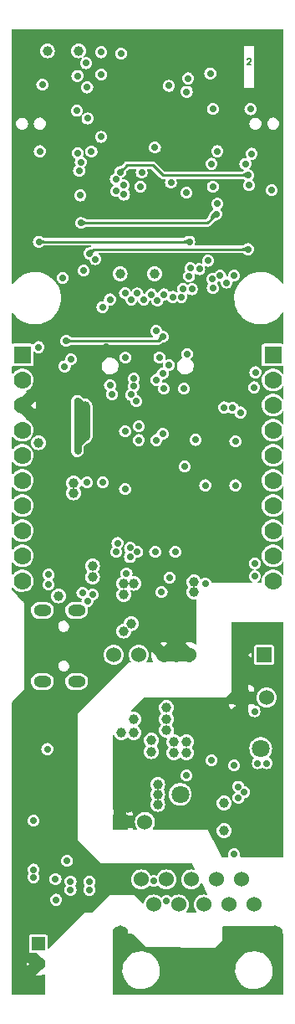
<source format=gbr>
%TF.GenerationSoftware,KiCad,Pcbnew,7.0.11-7.0.11~ubuntu22.04.1*%
%TF.CreationDate,2025-02-21T15:51:22+02:00*%
%TF.ProjectId,ESP32-PoE-ISO_Rev_M,45535033-322d-4506-9f45-2d49534f5f52,M*%
%TF.SameCoordinates,PX55f9470PYb36f0f0*%
%TF.FileFunction,Copper,L2,Inr*%
%TF.FilePolarity,Positive*%
%FSLAX46Y46*%
G04 Gerber Fmt 4.6, Leading zero omitted, Abs format (unit mm)*
G04 Created by KiCad (PCBNEW 7.0.11-7.0.11~ubuntu22.04.1) date 2025-02-21 15:51:22*
%MOMM*%
%LPD*%
G01*
G04 APERTURE LIST*
%ADD10C,0.158750*%
%TA.AperFunction,NonConductor*%
%ADD11C,0.158750*%
%TD*%
%TA.AperFunction,ComponentPad*%
%ADD12R,1.524000X1.524000*%
%TD*%
%TA.AperFunction,ComponentPad*%
%ADD13C,1.524000*%
%TD*%
%TA.AperFunction,ComponentPad*%
%ADD14O,1.800000X1.200000*%
%TD*%
%TA.AperFunction,ComponentPad*%
%ADD15O,1.600000X2.999999*%
%TD*%
%TA.AperFunction,ComponentPad*%
%ADD16C,1.300000*%
%TD*%
%TA.AperFunction,ComponentPad*%
%ADD17C,2.000000*%
%TD*%
%TA.AperFunction,ComponentPad*%
%ADD18R,1.400000X1.400000*%
%TD*%
%TA.AperFunction,ComponentPad*%
%ADD19C,1.400000*%
%TD*%
%TA.AperFunction,ComponentPad*%
%ADD20R,1.778000X1.778000*%
%TD*%
%TA.AperFunction,ComponentPad*%
%ADD21C,1.778000*%
%TD*%
%TA.AperFunction,ComponentPad*%
%ADD22C,0.700000*%
%TD*%
%TA.AperFunction,ComponentPad*%
%ADD23R,1.600000X1.600000*%
%TD*%
%TA.AperFunction,ComponentPad*%
%ADD24C,1.800000*%
%TD*%
%TA.AperFunction,ViaPad*%
%ADD25C,0.700000*%
%TD*%
%TA.AperFunction,ViaPad*%
%ADD26C,1.000000*%
%TD*%
%TA.AperFunction,Conductor*%
%ADD27C,1.270000*%
%TD*%
%TA.AperFunction,Conductor*%
%ADD28C,1.016000*%
%TD*%
%TA.AperFunction,Conductor*%
%ADD29C,0.762000*%
%TD*%
%TA.AperFunction,Conductor*%
%ADD30C,0.254000*%
%TD*%
%TA.AperFunction,Conductor*%
%ADD31C,1.524000*%
%TD*%
%TA.AperFunction,Conductor*%
%ADD32C,0.508000*%
%TD*%
G04 APERTURE END LIST*
D10*
D11*
X24095571Y94840016D02*
X24125809Y94870254D01*
X24125809Y94870254D02*
X24186285Y94900492D01*
X24186285Y94900492D02*
X24337476Y94900492D01*
X24337476Y94900492D02*
X24397952Y94870254D01*
X24397952Y94870254D02*
X24428190Y94840016D01*
X24428190Y94840016D02*
X24458428Y94779540D01*
X24458428Y94779540D02*
X24458428Y94719064D01*
X24458428Y94719064D02*
X24428190Y94628350D01*
X24428190Y94628350D02*
X24065333Y94265492D01*
X24065333Y94265492D02*
X24458428Y94265492D01*
D12*
%TO.N,/5V_DCDC*%
%TO.C,DCDC1*%
X25801000Y34607000D03*
D13*
%TO.N,Earth*%
X23261000Y34607000D03*
%TO.N,GND*%
X18181000Y34607000D03*
X15641000Y34607000D03*
%TO.N,+5VP*%
X13101000Y34607000D03*
X10561000Y34607000D03*
%TD*%
%TO.N,Spare1*%
%TO.C,C27*%
X13716000Y17716000D03*
D12*
%TO.N,Earth*%
X11216000Y17716000D03*
%TD*%
D14*
%TO.N,Net-(L3-Pad1)*%
%TO.C,USB-UART1*%
X6796000Y31896000D03*
X6796000Y39096000D03*
X3326000Y31896000D03*
X3326000Y39096000D03*
%TD*%
D15*
%TO.N,/ETH_Shield*%
%TO.C,LAN_CON1*%
X11250000Y5757000D03*
X26850000Y5757000D03*
D13*
%TO.N,/TD+*%
X13335000Y11897000D03*
%TO.N,/TD-*%
X14605000Y9357000D03*
%TO.N,/RD+*%
X15875000Y11897000D03*
%TO.N,Net-(LAN_CON1-RCT)*%
X17145000Y9357000D03*
X18415000Y11897000D03*
%TO.N,/RD-*%
X19685000Y9357000D03*
%TO.N,/ETH_Shield*%
X20955000Y11897000D03*
X22225000Y9357000D03*
%TO.N,Spare1*%
X23495000Y11897000D03*
%TO.N,Spare2*%
X24765000Y9357000D03*
%TD*%
%TO.N,/5V_DCDC*%
%TO.C,C26*%
X26035000Y30289000D03*
D12*
%TO.N,Earth*%
X23535000Y30289000D03*
%TD*%
D16*
%TO.N,GND*%
%TO.C,U6*%
X11190000Y91259000D03*
X11190000Y89459000D03*
X11190000Y87659000D03*
X12990000Y91259000D03*
D17*
X12990000Y89459000D03*
D16*
X12990000Y87659000D03*
X14790000Y91259000D03*
X14790000Y89459000D03*
X14790000Y87659000D03*
%TD*%
D18*
%TO.N,Net-(U3-VBAT)*%
%TO.C,BAT1*%
X2920680Y5409700D03*
D19*
%TO.N,GND*%
X2923220Y3380240D03*
%TD*%
D20*
%TO.N,/GPI39*%
%TO.C,EXT2*%
X26690000Y64930000D03*
D21*
%TO.N,/GPI36{slash}U1RXD*%
X26690000Y62390000D03*
%TO.N,/GPI35*%
X26690000Y59850000D03*
%TO.N,/GPI34{slash}BUT1*%
X26690000Y57310000D03*
%TO.N,/GPIO33*%
X26690000Y54770000D03*
%TO.N,/GPIO32*%
X26690000Y52230000D03*
%TO.N,/GPIO16{slash}I2C-SCL*%
X26690000Y49690000D03*
%TO.N,/GPIO15{slash}HS2_CMD*%
X26690000Y47150000D03*
%TO.N,/GPIO14{slash}HS2_CLK*%
X26690000Y44610000D03*
%TO.N,/GPIO13{slash}I2C-SDA*%
X26690000Y42070000D03*
%TD*%
D20*
%TO.N,+5V*%
%TO.C,EXT1*%
X1290000Y64930000D03*
D21*
%TO.N,+3.3V*%
X1290000Y62390000D03*
%TO.N,GND*%
X1290000Y59850000D03*
%TO.N,/ESP_EN*%
X1290000Y57310000D03*
%TO.N,/GPIO0*%
X1290000Y54770000D03*
%TO.N,/GPIO1{slash}U0TXD*%
X1290000Y52230000D03*
%TO.N,/GPIO2{slash}HS2_DATA0*%
X1290000Y49690000D03*
%TO.N,/GPIO3{slash}U0RXD*%
X1290000Y47150000D03*
%TO.N,/GPIO4{slash}U1TXD*%
X1290000Y44610000D03*
%TO.N,/GPIO5{slash}SPI_CS*%
X1290000Y42070000D03*
%TD*%
D22*
%TO.N,GND*%
%TO.C,U4*%
X14760000Y49944000D03*
X15760000Y49944000D03*
X13960000Y50744000D03*
X16560000Y50744000D03*
D23*
X15260000Y51244000D03*
D22*
X13960000Y51744000D03*
X16560000Y51744000D03*
X14760000Y52544000D03*
X15760000Y52544000D03*
%TD*%
D24*
%TO.N,/ILIM*%
%TO.C,U5*%
X17292000Y20504000D03*
%TD*%
%TO.N,Spare2*%
%TO.C,U2*%
X25450000Y25150000D03*
%TD*%
D25*
%TO.N,+5V*%
X2433000Y12890000D03*
X2433000Y12128000D03*
X4653014Y11935014D03*
X2433000Y17843000D03*
X4719000Y9842000D03*
D26*
X4973000Y40576000D03*
X2941000Y56070000D03*
D25*
%TO.N,GND*%
X15514000Y37401000D03*
D26*
X16403000Y36258000D03*
X16403000Y37401000D03*
X5354000Y23177000D03*
X5354000Y22161000D03*
X5354000Y21145000D03*
X5354000Y20129000D03*
X6370000Y20129000D03*
D25*
X7259000Y33337000D03*
X8021000Y33337000D03*
X8021000Y34099000D03*
D26*
X6370000Y16954000D03*
X6370000Y19113000D03*
X6370000Y18097000D03*
X5354000Y19113000D03*
X5354000Y18097000D03*
X6370000Y24193000D03*
D25*
X3449000Y28257000D03*
X3449000Y27495000D03*
X19959000Y56324000D03*
X11630325Y46526490D03*
X3449000Y26669500D03*
X5100000Y26669500D03*
X8910000Y50050000D03*
X17419000Y40957000D03*
X1671000Y40703000D03*
X6624000Y8699000D03*
X16614997Y40957000D03*
X17927000Y48364257D03*
D26*
X17800000Y96969000D03*
X15260000Y96969000D03*
X12720000Y96969000D03*
X10180000Y96969000D03*
X7640000Y96969000D03*
D25*
X27198000Y91630000D03*
X27198000Y89250000D03*
X27198000Y86169000D03*
X27198000Y84645000D03*
X26563000Y66611000D03*
X27198000Y67500000D03*
X782000Y77025000D03*
X782000Y79565000D03*
X782000Y82105000D03*
X782000Y84645000D03*
X782000Y87350000D03*
X782000Y78295000D03*
X782000Y80835000D03*
X782000Y83375000D03*
X782000Y85915000D03*
X27198000Y92900000D03*
X27198000Y90360000D03*
X27198000Y87400000D03*
X18816000Y48364257D03*
D26*
X6370000Y23177000D03*
D25*
X5734997Y7428997D03*
X6050000Y45649990D03*
X9799000Y68643000D03*
X7350000Y54250000D03*
X12850000Y54646000D03*
X1036000Y4000000D03*
X8850000Y51321000D03*
X10750000Y51350000D03*
X7513000Y79184000D03*
D26*
X16911000Y34607000D03*
D25*
X6497000Y33337000D03*
X22849994Y45350000D03*
X27198000Y93916000D03*
D26*
X20340000Y96969000D03*
D25*
X1925000Y91757000D03*
X10950000Y46893490D03*
X3703000Y9588000D03*
X19705000Y48364257D03*
X1417000Y30352504D03*
X5734997Y8400000D03*
D26*
X12348537Y83245355D03*
X3703000Y96964000D03*
D25*
X2814000Y9588000D03*
X8150000Y54250000D03*
X24023000Y49974000D03*
X1544000Y87350000D03*
X4274500Y26669500D03*
X9799000Y65752990D03*
X25293000Y83121000D03*
X3703000Y10477000D03*
X9750000Y54450000D03*
X10350000Y52050000D03*
X12850000Y53900000D03*
X16550000Y55850000D03*
X19324000Y84264000D03*
D26*
X24277000Y96964000D03*
D25*
X20600000Y81050000D03*
X24023000Y46750000D03*
X3873642Y90022636D03*
%TO.N,Net-(ACT1-A)*%
X10815006Y45021000D03*
D26*
%TO.N,Net-(U3-VBAT)*%
X6497000Y52006000D03*
X6497000Y50990000D03*
D25*
%TO.N,/GPI34{slash}BUT1*%
X18323816Y73723442D03*
X24404000Y89788500D03*
X26563000Y81597000D03*
X20600000Y89800308D03*
X18100000Y92900000D03*
%TO.N,/ESP_EN*%
X3068000Y85534000D03*
X2941000Y65722000D03*
X3322000Y92265000D03*
%TO.N,Net-(D3-K)*%
X9450008Y52050000D03*
X7850000Y52050000D03*
D26*
%TO.N,+3.3V*%
X18689000Y41973000D03*
X18689000Y40957000D03*
X7640000Y58737000D03*
X7640000Y57721000D03*
X7640000Y56705000D03*
D25*
X6878000Y58229000D03*
X6878000Y57213000D03*
X12593000Y61785000D03*
D26*
X7640000Y59753000D03*
D25*
X6878000Y59245000D03*
X6878000Y56150000D03*
X24850000Y42550000D03*
X19850000Y41825000D03*
X12593000Y62547000D03*
D26*
X11201221Y73145871D03*
X7005000Y95694000D03*
D25*
X6878000Y55250000D03*
D26*
X3830000Y95694000D03*
D25*
X6878000Y60250000D03*
X24531000Y85280000D03*
D26*
X14678205Y73145973D03*
D25*
X24850006Y43850000D03*
%TO.N,Net-(LAN_CON1-RCT)*%
X14752000Y45021000D03*
X5829490Y13779000D03*
X3830000Y25082006D03*
X15400000Y40949996D03*
X12941479Y45021000D03*
X16784000Y45021000D03*
D26*
%TO.N,Net-(D5-K)*%
X14371000Y25971000D03*
X14371000Y24828000D03*
X15895000Y29273000D03*
X15895000Y28130000D03*
X15895000Y26987000D03*
X11323000Y26733000D03*
X12593000Y26733000D03*
X12593000Y28130000D03*
D25*
%TO.N,/GPIO2{slash}HS2_DATA0*%
X7259004Y78295000D03*
X5735000Y66357000D03*
X15514000Y66772038D03*
X20950014Y79184000D03*
%TO.N,/GPI36{slash}U1RXD*%
X6872988Y93159000D03*
X10180000Y70548000D03*
X18000000Y65025000D03*
X15182150Y64675032D03*
%TO.N,Net-(D4-K)*%
X11742461Y64666362D03*
%TO.N,/GPIO3{slash}U0RXD*%
X7866923Y91992412D03*
X3957000Y41719000D03*
X11849993Y42830993D03*
%TO.N,/GPIO1{slash}U0TXD*%
X12210479Y45421863D03*
X3957000Y42735000D03*
X7743852Y94438184D03*
%TO.N,Net-(D9-K)*%
X18213502Y76393137D03*
X2971979Y76390000D03*
%TO.N,/+5V_USB*%
X12200000Y44500000D03*
X16225000Y42425000D03*
X7894000Y40068000D03*
X7386000Y40870640D03*
X8402000Y40703000D03*
%TO.N,/GPIO4{slash}U1TXD*%
X12330368Y60906787D03*
X20600000Y81949994D03*
X24912000Y63182000D03*
X5584918Y63779687D03*
X21333610Y72950000D03*
X17673000Y61531000D03*
%TO.N,/GPIO5{slash}SPI_CS*%
X15514000Y63055000D03*
X21050000Y85534000D03*
X21991000Y72250000D03*
X6211993Y64483001D03*
%TO.N,/GPIO13{slash}I2C-SDA*%
X15641000Y71056004D03*
X11600000Y81150004D03*
X14851995Y67345995D03*
%TO.N,/GPIO14{slash}HS2_CLK*%
X21737000Y59626010D03*
X11575674Y82089803D03*
X16530000Y70802000D03*
X7180276Y81063000D03*
%TO.N,/GPIO16{slash}I2C-SCL*%
X14879000Y62420000D03*
X7216628Y84434014D03*
X23388000Y59118000D03*
X17575201Y71627235D03*
X13385990Y83375000D03*
%TO.N,/GPIO15{slash}HS2_CMD*%
X17419000Y70802000D03*
X15641000Y61531000D03*
X17927000Y81343000D03*
X13261099Y81961837D03*
X22597155Y59597155D03*
D26*
%TO.N,Earth*%
X27134500Y16573000D03*
X11958000Y21145000D03*
D25*
X22880000Y29019000D03*
D26*
X18689000Y29654000D03*
X18689000Y27368000D03*
X18689000Y28511000D03*
D25*
X19705000Y28892000D03*
X19705000Y28130000D03*
X19705000Y27368000D03*
D26*
X17546000Y28511000D03*
X17546000Y27368000D03*
X17546000Y29654000D03*
D25*
X10942000Y19621000D03*
X10942000Y18859000D03*
D26*
X11958000Y20129000D03*
X11958000Y19113000D03*
D25*
X27198000Y37401000D03*
X27198000Y36639000D03*
X27250000Y28900000D03*
X19705000Y29654000D03*
X27250000Y29650000D03*
X27134500Y20550000D03*
D26*
X11958000Y22161000D03*
D25*
X22880000Y28257000D03*
X10942000Y20383000D03*
D26*
X27134500Y15557000D03*
%TO.N,+5VP*%
X8402000Y42481000D03*
X8402000Y43624000D03*
X12593000Y41846000D03*
X11577000Y37020000D03*
X12339000Y37782000D03*
X11577000Y40703000D03*
X11577000Y41846000D03*
%TO.N,Spare1*%
X17927000Y25844000D03*
X21737000Y16827000D03*
X21737000Y19621000D03*
D25*
X22753000Y14450000D03*
D26*
X17927000Y24701000D03*
D25*
X17927000Y22415000D03*
%TO.N,Spare2*%
X25150000Y23650000D03*
X26050000Y23650000D03*
X23197500Y20150000D03*
X23197500Y21278501D03*
X23768999Y20707001D03*
%TO.N,/GPIO33*%
X7900000Y88850000D03*
X14729966Y85914994D03*
X18190480Y72907249D03*
%TO.N,/GPIO32*%
X16150000Y92150000D03*
X18465968Y71590669D03*
%TO.N,/GPI39*%
X20338013Y93406017D03*
X22753000Y72950000D03*
%TO.N,Net-(MICRO_SD1-DAT1{slash}RES)*%
X16350000Y82350000D03*
X10768728Y82710522D03*
%TO.N,Net-(MICRO_SD1-DAT0{slash}DO)*%
X24150000Y83121000D03*
X11201642Y83415174D03*
%TO.N,Net-(Q2-E)*%
X20102304Y74470097D03*
X8674640Y74618823D03*
X10180005Y61850000D03*
%TO.N,Net-(Q3-E)*%
X8070630Y75204430D03*
X24150000Y75628000D03*
X10400000Y60950002D03*
%TO.N,Net-(U4-LED2{slash}NINTSEL)*%
X10942000Y45910000D03*
%TO.N,+3.3VLAN*%
X13100997Y57721003D03*
X22880000Y56197000D03*
X19831990Y51752000D03*
X24246010Y82105000D03*
X22880000Y51752000D03*
X13101000Y56324000D03*
X14879000Y56324000D03*
X12847000Y60261000D03*
%TO.N,/GPIO0*%
X5379400Y72737990D03*
X20550354Y72605363D03*
X21024995Y80224995D03*
%TO.N,/GPI35*%
X6820522Y89627157D03*
X17950000Y91550000D03*
X19228372Y73617481D03*
%TO.N,Net-(U2-CDB)*%
X24814996Y28900000D03*
X20467000Y23939000D03*
%TO.N,Net-(U4-RXER{slash}RXD4{slash}PHYAD0)*%
X15514000Y56959000D03*
X11704000Y57213000D03*
%TO.N,/GPIO27{slash}EMAC_RX_CRS_DV*%
X7050000Y83550000D03*
X9418000Y69786000D03*
X16150012Y63913010D03*
%TO.N,/GPIO25{slash}EMAC_RXD0(RMII)*%
X6900004Y85350000D03*
%TO.N,/GPIO18{slash}MDIO(RMII)*%
X8295901Y85494253D03*
X11704000Y71183000D03*
%TO.N,/GPIO26{slash}EMAC_RXD1(RMII)*%
X7513000Y73469000D03*
%TO.N,/GPIO12{slash}PHY_PWR*%
X10803289Y81502510D03*
X14982644Y70428484D03*
%TO.N,/TD+*%
X8084500Y10856487D03*
%TO.N,/TD-*%
X14625000Y11747040D03*
X8084500Y11683500D03*
%TO.N,/RD+*%
X6179499Y10855290D03*
X15894996Y9715000D03*
%TO.N,/RD-*%
X6180699Y11682301D03*
D26*
%TO.N,/ETH_Shield*%
X18435000Y900000D03*
X20750000Y900000D03*
X27237990Y762010D03*
X27237990Y2150000D03*
X19705000Y1450000D03*
X21850000Y1450000D03*
X25250000Y5270000D03*
X12720000Y5270000D03*
X10942000Y825000D03*
X10942000Y3250000D03*
X25250000Y6667000D03*
X27237990Y3400000D03*
X17165000Y1450000D03*
X15895000Y900000D03*
X10942000Y1950000D03*
X22850000Y900000D03*
D25*
%TO.N,/GPIO22{slash}EMAC_TXD1(RMII)*%
X14371000Y71056000D03*
X11292065Y95409065D03*
%TO.N,/GPIO19{slash}EMAC_TXD0(RMII)*%
X13609000Y70548000D03*
X9256291Y86985895D03*
%TO.N,/GPIO21{slash}EMAC_TX_EN(RMII)*%
X9300000Y93300000D03*
X12945155Y71154155D03*
%TO.N,/GPIO23{slash}MDC(RMII)*%
X12339000Y70548000D03*
X9300000Y95550000D03*
%TO.N,/GPIO17{slash}EMAC_CLK_OUT_180*%
X20594000Y71691000D03*
X20467000Y84264000D03*
X18850003Y56350003D03*
X17750000Y53650000D03*
X23896000Y84264000D03*
X11704000Y51371000D03*
X24785000Y61658000D03*
%TO.N,/5V_DCDC*%
X22753000Y23431000D03*
D26*
%TO.N,/ILIM*%
X15006000Y20510000D03*
X15006000Y19494000D03*
X15006000Y21526000D03*
X16657000Y24701000D03*
X16657000Y25844000D03*
%TD*%
D27*
%TO.N,GND*%
X15641000Y34607000D02*
X16911000Y34607000D01*
X18181000Y34607000D02*
X16911000Y34607000D01*
D28*
%TO.N,+3.3V*%
X7640000Y59488000D02*
X7640000Y56705000D01*
D29*
X6878000Y60250000D02*
X7640000Y59488000D01*
X6878000Y55250000D02*
X6878000Y60250000D01*
X7640000Y56705000D02*
X6878000Y55943000D01*
X6878000Y55943000D02*
X6878000Y55250000D01*
D30*
%TO.N,/GPIO2{slash}HS2_DATA0*%
X15098962Y66357000D02*
X15514000Y66772038D01*
X20061014Y78295000D02*
X20950014Y79184000D01*
X7259004Y78295000D02*
X20061014Y78295000D01*
X5735000Y66357000D02*
X15098962Y66357000D01*
%TO.N,Net-(D9-K)*%
X18210365Y76390000D02*
X18213502Y76393137D01*
X2971979Y76390000D02*
X18210365Y76390000D01*
D29*
%TO.N,Earth*%
X23900000Y36950000D02*
X24351000Y37401000D01*
X27198000Y36639000D02*
X23589000Y36639000D01*
D31*
X23261000Y34607000D02*
X23261000Y30563000D01*
X23261000Y30563000D02*
X23535000Y30289000D01*
D29*
X24351000Y37401000D02*
X27198000Y37401000D01*
D31*
X23261000Y36311000D02*
X23900000Y36950000D01*
D29*
X26887000Y36950000D02*
X23900000Y36950000D01*
D31*
X23261000Y34607000D02*
X23261000Y36311000D01*
D29*
X23589000Y36639000D02*
X23261000Y36311000D01*
X27198000Y36639000D02*
X26887000Y36950000D01*
X27198000Y37401000D02*
X27198000Y36639000D01*
D30*
%TO.N,Net-(MICRO_SD1-DAT0{slash}DO)*%
X15514000Y83121000D02*
X14498000Y84137000D01*
X24150000Y83121000D02*
X15514000Y83121000D01*
X11923468Y84137000D02*
X11201642Y83415174D01*
X14498000Y84137000D02*
X11923468Y84137000D01*
%TO.N,Net-(Q3-E)*%
X8494200Y75628000D02*
X8070630Y75204430D01*
X24150000Y75628000D02*
X8494200Y75628000D01*
D29*
%TO.N,/ETH_Shield*%
X12720000Y5270000D02*
X11323000Y5270000D01*
D28*
X27237990Y6246010D02*
X27237990Y2150000D01*
X25250000Y5270000D02*
X25928085Y5270000D01*
X12233000Y5757000D02*
X11250000Y5757000D01*
X25250000Y6667000D02*
X26817000Y6667000D01*
X10942000Y3250000D02*
X10942000Y6403958D01*
D29*
X10942000Y3250000D02*
X10942000Y825000D01*
D28*
X27237990Y762010D02*
X27237990Y2150000D01*
X26817000Y6667000D02*
X27237990Y6246010D01*
X25613085Y5270000D02*
X27237990Y3645095D01*
X10942000Y3725085D02*
X10942000Y3250000D01*
X27237990Y3645095D02*
X27237990Y2150000D01*
X25393000Y5757000D02*
X26850000Y5757000D01*
D29*
X11323000Y5270000D02*
X11196000Y5270000D01*
D28*
X25250000Y5270000D02*
X25250000Y5900000D01*
D32*
X11258990Y508010D02*
X10942000Y825000D01*
D28*
X12720000Y5270000D02*
X12233000Y5757000D01*
X25250000Y5900000D02*
X25393000Y5757000D01*
X12720000Y5270000D02*
X12486915Y5270000D01*
X12486915Y5270000D02*
X10942000Y3725085D01*
X25250000Y5900000D02*
X25250000Y6667000D01*
D32*
X27237990Y762010D02*
X26983990Y508010D01*
X26983990Y508010D02*
X11258990Y508010D01*
D28*
X10942000Y6403958D02*
X11200521Y6662479D01*
%TD*%
%TA.AperFunction,Conductor*%
%TO.N,Net-(D9-K)*%
G36*
X17971102Y76633784D02*
G01*
X18170582Y76518776D01*
X18370921Y76403273D01*
X18376376Y76396172D01*
X18375213Y76387293D01*
X18370921Y76383001D01*
X17971093Y76152486D01*
X17962214Y76151323D01*
X17957221Y76154111D01*
X17939827Y76170518D01*
X17939814Y76170530D01*
X17914885Y76190488D01*
X17914880Y76190492D01*
X17914878Y76190493D01*
X17906163Y76196341D01*
X17888738Y76208034D01*
X17888731Y76208039D01*
X17861385Y76223156D01*
X17832835Y76235853D01*
X17832825Y76235857D01*
X17803082Y76246127D01*
X17803064Y76246133D01*
X17772125Y76253978D01*
X17772116Y76253980D01*
X17772112Y76253981D01*
X17772108Y76253982D01*
X17772102Y76253983D01*
X17739952Y76259409D01*
X17739950Y76259410D01*
X17739945Y76259410D01*
X17706574Y76262417D01*
X17706572Y76262418D01*
X17706562Y76262418D01*
X17683502Y76262807D01*
X17675287Y76266373D01*
X17671999Y76274505D01*
X17671999Y76505886D01*
X17675426Y76514159D01*
X17683096Y76517571D01*
X17706574Y76518776D01*
X17706581Y76518777D01*
X17706583Y76518777D01*
X17739937Y76522848D01*
X17739937Y76522849D01*
X17739945Y76522849D01*
X17772112Y76529220D01*
X17803074Y76537888D01*
X17832832Y76548852D01*
X17861385Y76562115D01*
X17888734Y76577674D01*
X17914878Y76595531D01*
X17939817Y76615685D01*
X17957222Y76632148D01*
X17965585Y76635342D01*
X17971102Y76633784D01*
G37*
%TD.AperFunction*%
%TD*%
%TA.AperFunction,Conductor*%
%TO.N,Net-(D9-K)*%
G36*
X3228260Y76629010D02*
G01*
X3245631Y76612580D01*
X3257304Y76603156D01*
X3270470Y76592525D01*
X3270477Y76592520D01*
X3296464Y76574820D01*
X3323593Y76559480D01*
X3351864Y76546500D01*
X3368672Y76540431D01*
X3381264Y76535884D01*
X3381267Y76535884D01*
X3381276Y76535880D01*
X3411831Y76527620D01*
X3411839Y76527619D01*
X3411841Y76527618D01*
X3432961Y76523687D01*
X3443527Y76521720D01*
X3476365Y76518180D01*
X3499051Y76517393D01*
X3507200Y76513681D01*
X3510345Y76505700D01*
X3510345Y76274302D01*
X3506918Y76266029D01*
X3499051Y76262609D01*
X3476380Y76261822D01*
X3476373Y76261822D01*
X3476365Y76261821D01*
X3460711Y76260134D01*
X3443530Y76258282D01*
X3443522Y76258281D01*
X3411842Y76252384D01*
X3411840Y76252384D01*
X3381264Y76244118D01*
X3351868Y76233503D01*
X3323596Y76220523D01*
X3296465Y76205182D01*
X3296458Y76205178D01*
X3270477Y76187482D01*
X3270470Y76187477D01*
X3245628Y76167419D01*
X3228260Y76150991D01*
X3219894Y76147796D01*
X3214376Y76149355D01*
X3090939Y76220521D01*
X2814558Y76379865D01*
X2809104Y76386965D01*
X2810267Y76395844D01*
X2814557Y76400135D01*
X3214378Y76630647D01*
X3223255Y76631809D01*
X3228260Y76629010D01*
G37*
%TD.AperFunction*%
%TD*%
%TA.AperFunction,Conductor*%
%TO.N,/ETH_Shield*%
G36*
X11810000Y5185686D02*
G01*
X11797040Y5178295D01*
X11778960Y5176507D01*
X11755760Y5180324D01*
X11727440Y5189744D01*
X11694000Y5204769D01*
X11655440Y5225399D01*
X11611760Y5251632D01*
X11562960Y5283470D01*
X11509040Y5320912D01*
X11450000Y5363958D01*
X10792781Y5363958D01*
X10778137Y5338558D01*
X10769068Y5338558D01*
X10760795Y5341985D01*
X10757368Y5350258D01*
X10758932Y5356102D01*
X10763461Y5363958D01*
X10792781Y5363958D01*
X11250000Y6157000D01*
X11810000Y5185686D01*
G37*
%TD.AperFunction*%
%TA.AperFunction,Conductor*%
G36*
X10688539Y5210586D02*
G01*
X10688979Y5210320D01*
X10698554Y5204225D01*
X10699725Y5202554D01*
X10690000Y5185686D01*
X10696690Y5178415D01*
X10696153Y5177702D01*
X10695400Y5177010D01*
X10688800Y5180324D01*
X10674000Y5189744D01*
X10666380Y5194949D01*
X10666751Y5195864D01*
X10667211Y5196862D01*
X10667885Y5198161D01*
X10668134Y5198615D01*
X10672560Y5206293D01*
X10679660Y5211749D01*
X10688539Y5210586D01*
G37*
%TD.AperFunction*%
%TA.AperFunction,Conductor*%
G36*
X10482420Y5359653D02*
G01*
X10487021Y5351971D01*
X10484842Y5343285D01*
X10477160Y5338684D01*
X10475447Y5338558D01*
X10468224Y5338558D01*
X10435026Y5363197D01*
X10435278Y5363958D01*
X10476620Y5363958D01*
X10482420Y5359653D01*
G37*
%TD.AperFunction*%
%TD*%
%TA.AperFunction,Conductor*%
%TO.N,/ETH_Shield*%
G36*
X11322108Y1153590D02*
G01*
X11353579Y1127761D01*
X11393485Y1097511D01*
X11441825Y1062841D01*
X11498600Y1023752D01*
X11563809Y980243D01*
X11637452Y932314D01*
X11719530Y879966D01*
X11810042Y823198D01*
X11908989Y762009D01*
X11908989Y254500D01*
X11908173Y254500D01*
X11810042Y313280D01*
X11719530Y364288D01*
X11637452Y407036D01*
X11563809Y441525D01*
X11498600Y467754D01*
X11441825Y485723D01*
X11393485Y495432D01*
X11353579Y496881D01*
X11322108Y490071D01*
X11299071Y475000D01*
X10692000Y825000D01*
X11299071Y1175000D01*
X11322108Y1153590D01*
G37*
%TD.AperFunction*%
%TD*%
%TA.AperFunction,Conductor*%
%TO.N,/ETH_Shield*%
G36*
X27487990Y762010D02*
G01*
X26880919Y412010D01*
X26858511Y427711D01*
X26828930Y436411D01*
X26792173Y438111D01*
X26748243Y432811D01*
X26697137Y420511D01*
X26638857Y401211D01*
X26573402Y374911D01*
X26500773Y341611D01*
X26420969Y301311D01*
X26334890Y254500D01*
X26333991Y254500D01*
X26333991Y762009D01*
X26420969Y811230D01*
X26500773Y857290D01*
X26573402Y900190D01*
X26638857Y939930D01*
X26697137Y976510D01*
X26748243Y1009930D01*
X26792173Y1040190D01*
X26828930Y1067290D01*
X26858511Y1091230D01*
X26880919Y1112010D01*
X27487990Y762010D01*
G37*
%TD.AperFunction*%
%TD*%
%TA.AperFunction,Conductor*%
%TO.N,/ETH_Shield*%
G36*
X11858312Y6278120D02*
G01*
X11899127Y6233080D01*
X11943756Y6181880D01*
X11992202Y6124520D01*
X12044462Y6061000D01*
X12100539Y5991320D01*
X12160430Y5915480D01*
X12224138Y5833480D01*
X12291660Y5745320D01*
X12362999Y5651000D01*
X12362999Y4889000D01*
X12291660Y4979741D01*
X12224138Y5057161D01*
X12160430Y5121261D01*
X12100539Y5172041D01*
X12044462Y5209501D01*
X11992202Y5233641D01*
X11943756Y5244461D01*
X11899127Y5241961D01*
X11858312Y5226141D01*
X11821314Y5197000D01*
X10850000Y5757000D01*
X11821314Y6317000D01*
X11858312Y6278120D01*
G37*
%TD.AperFunction*%
%TD*%
%TA.AperFunction,Conductor*%
%TO.N,/ETH_Shield*%
G36*
X27398282Y5206010D02*
G01*
X26729990Y5206010D01*
X26655751Y5192974D01*
X26588233Y5182383D01*
X26527435Y5174238D01*
X26473356Y5168538D01*
X26425997Y5165282D01*
X26385358Y5164473D01*
X26351439Y5166108D01*
X26324239Y5170189D01*
X26303759Y5176715D01*
X26290000Y5185686D01*
X26850000Y6157000D01*
X27398282Y5206010D01*
G37*
%TD.AperFunction*%
%TA.AperFunction,Conductor*%
G36*
X27431859Y5198625D02*
G01*
X27432131Y5198125D01*
X27432879Y5196668D01*
X27433356Y5195615D01*
X27433846Y5194372D01*
X27434212Y5193291D01*
X27434580Y5192001D01*
X27434842Y5190877D01*
X27435447Y5187538D01*
X27435370Y5182979D01*
X27434771Y5180209D01*
X27429673Y5172847D01*
X27420862Y5171246D01*
X27413787Y5175920D01*
X27410465Y5180610D01*
X27406604Y5180610D01*
X27410000Y5185686D01*
X27398282Y5206010D01*
X27427601Y5206010D01*
X27431859Y5198625D01*
G37*
%TD.AperFunction*%
%TA.AperFunction,Conductor*%
G36*
X27745500Y5205923D02*
G01*
X27672791Y5192974D01*
X27608393Y5182383D01*
X27596290Y5180610D01*
X27581637Y5180610D01*
X27573364Y5184037D01*
X27569937Y5192310D01*
X27573364Y5200583D01*
X27579941Y5203886D01*
X27594438Y5206010D01*
X27745500Y5206010D01*
X27745500Y5205923D01*
G37*
%TD.AperFunction*%
%TD*%
%TA.AperFunction,Conductor*%
%TO.N,Net-(Q3-E)*%
G36*
X23907600Y75868647D02*
G01*
X24109970Y75751973D01*
X24307419Y75638136D01*
X24312874Y75631035D01*
X24311711Y75622156D01*
X24307419Y75617864D01*
X23907602Y75387355D01*
X23898723Y75386192D01*
X23893718Y75388991D01*
X23876349Y75405419D01*
X23851507Y75425477D01*
X23851500Y75425482D01*
X23825519Y75443178D01*
X23825512Y75443182D01*
X23798381Y75458523D01*
X23788313Y75463145D01*
X23770114Y75471501D01*
X23770110Y75471503D01*
X23770109Y75471503D01*
X23740713Y75482118D01*
X23710136Y75490384D01*
X23678455Y75496281D01*
X23678447Y75496282D01*
X23664003Y75497839D01*
X23645613Y75499821D01*
X23645603Y75499822D01*
X23645597Y75499822D01*
X23622928Y75500609D01*
X23614779Y75504321D01*
X23611634Y75512302D01*
X23611634Y75743700D01*
X23615061Y75751973D01*
X23622927Y75755393D01*
X23645613Y75756180D01*
X23678451Y75759720D01*
X23710136Y75765618D01*
X23710137Y75765618D01*
X23710138Y75765619D01*
X23710147Y75765620D01*
X23740702Y75773880D01*
X23770114Y75784500D01*
X23798385Y75797480D01*
X23825514Y75812820D01*
X23851501Y75830520D01*
X23876347Y75850580D01*
X23893719Y75867011D01*
X23902084Y75870205D01*
X23907600Y75868647D01*
G37*
%TD.AperFunction*%
%TD*%
%TA.AperFunction,Conductor*%
%TO.N,Net-(Q3-E)*%
G36*
X8369500Y75666925D02*
G01*
X8533124Y75503301D01*
X8536551Y75495028D01*
X8533406Y75487047D01*
X8517925Y75470454D01*
X8517924Y75470453D01*
X8497210Y75444732D01*
X8478973Y75418156D01*
X8478965Y75418144D01*
X8463197Y75390692D01*
X8449913Y75362393D01*
X8439096Y75333212D01*
X8430761Y75303184D01*
X8424903Y75272299D01*
X8424901Y75272288D01*
X8421518Y75240537D01*
X8420854Y75216643D01*
X8417199Y75208468D01*
X8412194Y75205669D01*
X7966485Y75085952D01*
X7957606Y75087115D01*
X7952151Y75094216D01*
X7952151Y75100286D01*
X7981065Y75207930D01*
X8071869Y75545996D01*
X8077324Y75553096D01*
X8082841Y75554655D01*
X8106744Y75555320D01*
X8138496Y75558704D01*
X8169388Y75564564D01*
X8199418Y75572900D01*
X8228587Y75583712D01*
X8256894Y75597001D01*
X8284340Y75612765D01*
X8310924Y75631006D01*
X8336648Y75651723D01*
X8353247Y75667208D01*
X8361633Y75670345D01*
X8369500Y75666925D01*
G37*
%TD.AperFunction*%
%TD*%
%TA.AperFunction,Conductor*%
%TO.N,Net-(MICRO_SD1-DAT0{slash}DO)*%
G36*
X23907600Y83361647D02*
G01*
X24109970Y83244973D01*
X24307419Y83131136D01*
X24312874Y83124035D01*
X24311711Y83115156D01*
X24307419Y83110864D01*
X23907602Y82880355D01*
X23898723Y82879192D01*
X23893718Y82881991D01*
X23876349Y82898419D01*
X23851507Y82918477D01*
X23851500Y82918482D01*
X23825519Y82936178D01*
X23825512Y82936182D01*
X23798381Y82951523D01*
X23788313Y82956145D01*
X23770114Y82964501D01*
X23770110Y82964503D01*
X23770109Y82964503D01*
X23740713Y82975118D01*
X23710136Y82983384D01*
X23678455Y82989281D01*
X23678447Y82989282D01*
X23664003Y82990839D01*
X23645613Y82992821D01*
X23645603Y82992822D01*
X23645597Y82992822D01*
X23622928Y82993609D01*
X23614779Y82997321D01*
X23611634Y83005302D01*
X23611634Y83236700D01*
X23615061Y83244973D01*
X23622927Y83248393D01*
X23645613Y83249180D01*
X23678451Y83252720D01*
X23710136Y83258618D01*
X23710137Y83258618D01*
X23710138Y83258619D01*
X23710147Y83258620D01*
X23740702Y83266880D01*
X23770114Y83277500D01*
X23798385Y83290480D01*
X23825514Y83305820D01*
X23851501Y83323520D01*
X23876347Y83343580D01*
X23893719Y83360011D01*
X23902084Y83363205D01*
X23907600Y83361647D01*
G37*
%TD.AperFunction*%
%TD*%
%TA.AperFunction,Conductor*%
%TO.N,Net-(MICRO_SD1-DAT0{slash}DO)*%
G36*
X11500512Y83877669D02*
G01*
X11664136Y83714045D01*
X11667563Y83705772D01*
X11664418Y83697791D01*
X11648937Y83681198D01*
X11648936Y83681197D01*
X11628222Y83655476D01*
X11609985Y83628900D01*
X11609977Y83628888D01*
X11594209Y83601436D01*
X11580925Y83573137D01*
X11570108Y83543956D01*
X11561773Y83513928D01*
X11555915Y83483043D01*
X11555913Y83483032D01*
X11552530Y83451281D01*
X11551866Y83427387D01*
X11548211Y83419212D01*
X11543206Y83416413D01*
X11097497Y83296696D01*
X11088618Y83297859D01*
X11083163Y83304960D01*
X11083163Y83311030D01*
X11112077Y83418674D01*
X11202881Y83756740D01*
X11208336Y83763840D01*
X11213853Y83765399D01*
X11237756Y83766064D01*
X11269508Y83769448D01*
X11300400Y83775308D01*
X11330430Y83783644D01*
X11359599Y83794456D01*
X11387906Y83807745D01*
X11415352Y83823509D01*
X11441936Y83841750D01*
X11467660Y83862467D01*
X11484259Y83877952D01*
X11492645Y83881089D01*
X11500512Y83877669D01*
G37*
%TD.AperFunction*%
%TD*%
%TA.AperFunction,Conductor*%
%TO.N,/GPIO2{slash}HS2_DATA0*%
G36*
X7515285Y78534010D02*
G01*
X7532656Y78517580D01*
X7544329Y78508156D01*
X7557495Y78497525D01*
X7557502Y78497520D01*
X7583489Y78479820D01*
X7610618Y78464480D01*
X7638889Y78451500D01*
X7655697Y78445431D01*
X7668289Y78440884D01*
X7668292Y78440884D01*
X7668301Y78440880D01*
X7698856Y78432620D01*
X7698864Y78432619D01*
X7698866Y78432618D01*
X7719986Y78428687D01*
X7730552Y78426720D01*
X7763390Y78423180D01*
X7786076Y78422393D01*
X7794225Y78418681D01*
X7797370Y78410700D01*
X7797370Y78179302D01*
X7793943Y78171029D01*
X7786076Y78167609D01*
X7763405Y78166822D01*
X7763398Y78166822D01*
X7763390Y78166821D01*
X7747736Y78165134D01*
X7730555Y78163282D01*
X7730547Y78163281D01*
X7698867Y78157384D01*
X7698865Y78157384D01*
X7668289Y78149118D01*
X7638893Y78138503D01*
X7610621Y78125523D01*
X7583490Y78110182D01*
X7583483Y78110178D01*
X7557502Y78092482D01*
X7557495Y78092477D01*
X7532653Y78072419D01*
X7515285Y78055991D01*
X7506919Y78052796D01*
X7501401Y78054355D01*
X7377964Y78125521D01*
X7101583Y78284865D01*
X7096129Y78291965D01*
X7097292Y78300844D01*
X7101582Y78305135D01*
X7501403Y78535647D01*
X7510280Y78536809D01*
X7515285Y78534010D01*
G37*
%TD.AperFunction*%
%TD*%
%TA.AperFunction,Conductor*%
%TO.N,/GPIO2{slash}HS2_DATA0*%
G36*
X5991281Y66596010D02*
G01*
X6008652Y66579580D01*
X6020325Y66570156D01*
X6033491Y66559525D01*
X6033498Y66559520D01*
X6059485Y66541820D01*
X6086614Y66526480D01*
X6114885Y66513500D01*
X6131693Y66507431D01*
X6144285Y66502884D01*
X6144288Y66502884D01*
X6144297Y66502880D01*
X6174852Y66494620D01*
X6174860Y66494619D01*
X6174862Y66494618D01*
X6195982Y66490687D01*
X6206548Y66488720D01*
X6239386Y66485180D01*
X6262072Y66484393D01*
X6270221Y66480681D01*
X6273366Y66472700D01*
X6273366Y66241302D01*
X6269939Y66233029D01*
X6262072Y66229609D01*
X6239401Y66228822D01*
X6239394Y66228822D01*
X6239386Y66228821D01*
X6223732Y66227134D01*
X6206551Y66225282D01*
X6206543Y66225281D01*
X6174863Y66219384D01*
X6174861Y66219384D01*
X6144285Y66211118D01*
X6114889Y66200503D01*
X6086617Y66187523D01*
X6059486Y66172182D01*
X6059479Y66172178D01*
X6033498Y66154482D01*
X6033491Y66154477D01*
X6008649Y66134419D01*
X5991281Y66117991D01*
X5982915Y66114796D01*
X5977397Y66116355D01*
X5853960Y66187521D01*
X5577579Y66346865D01*
X5572125Y66353965D01*
X5573288Y66362844D01*
X5577578Y66367135D01*
X5977399Y66597647D01*
X5986276Y66598809D01*
X5991281Y66596010D01*
G37*
%TD.AperFunction*%
%TD*%
%TA.AperFunction,Conductor*%
%TO.N,/GPIO2{slash}HS2_DATA0*%
G36*
X15627023Y66889354D02*
G01*
X15632478Y66882253D01*
X15632478Y66876183D01*
X15512761Y66430474D01*
X15507306Y66423373D01*
X15501787Y66421814D01*
X15477893Y66421150D01*
X15446142Y66417767D01*
X15446131Y66417765D01*
X15415246Y66411907D01*
X15385218Y66403572D01*
X15356037Y66392755D01*
X15327738Y66379471D01*
X15300286Y66363703D01*
X15300274Y66363695D01*
X15273698Y66345458D01*
X15247977Y66324744D01*
X15247976Y66324743D01*
X15231383Y66309262D01*
X15222996Y66306124D01*
X15215129Y66309544D01*
X15051505Y66473168D01*
X15048078Y66481441D01*
X15051222Y66489421D01*
X15066707Y66506020D01*
X15087424Y66531744D01*
X15105665Y66558328D01*
X15121429Y66585774D01*
X15134718Y66614081D01*
X15145530Y66643250D01*
X15153866Y66673280D01*
X15159726Y66704172D01*
X15163110Y66735924D01*
X15163775Y66759827D01*
X15167430Y66768000D01*
X15172434Y66770799D01*
X15618144Y66890517D01*
X15627023Y66889354D01*
G37*
%TD.AperFunction*%
%TD*%
%TA.AperFunction,Conductor*%
%TO.N,Earth*%
G36*
X27704031Y37902487D02*
G01*
X27740576Y37852187D01*
X27745500Y37821100D01*
X27745500Y14260600D01*
X27726287Y14201469D01*
X27675987Y14164924D01*
X27644900Y14160000D01*
X23437624Y14160000D01*
X23378493Y14179213D01*
X23341948Y14229513D01*
X23340451Y14286633D01*
X23341940Y14292193D01*
X23362716Y14449998D01*
X23362716Y14450003D01*
X23341940Y14607807D01*
X23281030Y14754857D01*
X23281030Y14754858D01*
X23184134Y14881134D01*
X23057858Y14978030D01*
X23057856Y14978031D01*
X22910806Y15038941D01*
X22753003Y15059716D01*
X22752997Y15059716D01*
X22595193Y15038941D01*
X22448143Y14978031D01*
X22448140Y14978029D01*
X22321866Y14881134D01*
X22224971Y14754860D01*
X22224969Y14754857D01*
X22164059Y14607807D01*
X22143284Y14450003D01*
X22143284Y14449998D01*
X22164059Y14292193D01*
X22165549Y14286633D01*
X22162293Y14224544D01*
X22123163Y14176227D01*
X22068376Y14160000D01*
X21546263Y14160000D01*
X21487132Y14179213D01*
X21456214Y14215749D01*
X21046207Y15038941D01*
X20155631Y16826997D01*
X20977726Y16826997D01*
X20996762Y16658050D01*
X20996762Y16658048D01*
X20996763Y16658046D01*
X21052918Y16497563D01*
X21143376Y16353600D01*
X21263600Y16233376D01*
X21407563Y16142918D01*
X21568046Y16086763D01*
X21624364Y16080418D01*
X21736996Y16067726D01*
X21737000Y16067726D01*
X21737004Y16067726D01*
X21821477Y16077245D01*
X21905954Y16086763D01*
X22066437Y16142918D01*
X22210400Y16233376D01*
X22330624Y16353600D01*
X22421082Y16497563D01*
X22477237Y16658046D01*
X22496274Y16827000D01*
X22477237Y16995954D01*
X22421082Y17156437D01*
X22330624Y17300400D01*
X22210400Y17420624D01*
X22066437Y17511082D01*
X21905954Y17567237D01*
X21905953Y17567238D01*
X21905951Y17567238D01*
X21737004Y17586274D01*
X21736996Y17586274D01*
X21568049Y17567238D01*
X21568047Y17567238D01*
X21407563Y17511082D01*
X21263601Y17420625D01*
X21263598Y17420623D01*
X21143377Y17300402D01*
X21143375Y17300399D01*
X21052918Y17156437D01*
X20996762Y16995953D01*
X20996762Y16995951D01*
X20977726Y16827004D01*
X20977726Y16826997D01*
X20155631Y16826997D01*
X20098700Y16941300D01*
X20098699Y16941300D01*
X14607909Y16941300D01*
X14548778Y16960513D01*
X14512233Y17010813D01*
X14512233Y17072987D01*
X14530143Y17105719D01*
X14565278Y17148531D01*
X14628067Y17266000D01*
X14659666Y17325118D01*
X14659668Y17325123D01*
X14717791Y17516728D01*
X14717790Y17516728D01*
X14717792Y17516731D01*
X14737418Y17716000D01*
X14717792Y17915269D01*
X14659667Y18106880D01*
X14659666Y18106883D01*
X14565285Y18283457D01*
X14565281Y18283463D01*
X14565278Y18283469D01*
X14565274Y18283474D01*
X14438256Y18438248D01*
X14438247Y18438257D01*
X14283473Y18565275D01*
X14283471Y18565277D01*
X14283469Y18565278D01*
X14283465Y18565280D01*
X14283456Y18565286D01*
X14106882Y18659667D01*
X14106877Y18659669D01*
X13915272Y18717792D01*
X13716000Y18737418D01*
X13516727Y18717792D01*
X13325122Y18659669D01*
X13325117Y18659667D01*
X13148543Y18565286D01*
X13148526Y18565275D01*
X12993752Y18438257D01*
X12993743Y18438248D01*
X12866725Y18283474D01*
X12866714Y18283457D01*
X12772333Y18106883D01*
X12772331Y18106878D01*
X12714208Y17915273D01*
X12694582Y17716000D01*
X12714208Y17516728D01*
X12772331Y17325123D01*
X12772333Y17325118D01*
X12866714Y17148544D01*
X12866720Y17148534D01*
X12866722Y17148531D01*
X12901857Y17105719D01*
X12924517Y17047821D01*
X12908817Y16987662D01*
X12860756Y16948219D01*
X12824091Y16941300D01*
X12586600Y16941300D01*
X12527469Y16960513D01*
X12490924Y17010813D01*
X12486000Y17041900D01*
X12486000Y17081000D01*
X10681600Y17081000D01*
X10622469Y17100213D01*
X10585924Y17150513D01*
X10581000Y17181600D01*
X10581000Y17750008D01*
X10762190Y17750008D01*
X10772327Y17614735D01*
X10821887Y17488459D01*
X10906465Y17382401D01*
X11018547Y17305984D01*
X11148173Y17266000D01*
X11249724Y17266000D01*
X11350138Y17281135D01*
X11472357Y17339993D01*
X11571798Y17432260D01*
X11639625Y17549740D01*
X11669810Y17681992D01*
X11659673Y17817265D01*
X11610113Y17943541D01*
X11525535Y18049599D01*
X11413453Y18126016D01*
X11283827Y18166000D01*
X11182276Y18166000D01*
X11081862Y18150865D01*
X10959643Y18092007D01*
X10860202Y17999740D01*
X10792375Y17882260D01*
X10762190Y17750008D01*
X10581000Y17750008D01*
X10581000Y18986000D01*
X11851000Y18986000D01*
X11851000Y18351000D01*
X12486000Y18351000D01*
X12486000Y18526590D01*
X12479494Y18587094D01*
X12479494Y18587096D01*
X12428447Y18723960D01*
X12340903Y18840904D01*
X12223958Y18928448D01*
X12223959Y18928448D01*
X12087094Y18979495D01*
X12026590Y18986000D01*
X11851000Y18986000D01*
X10581000Y18986000D01*
X10521900Y18986000D01*
X10462769Y19005213D01*
X10426224Y19055513D01*
X10421300Y19086600D01*
X10421300Y19493997D01*
X14246726Y19493997D01*
X14265762Y19325050D01*
X14265762Y19325048D01*
X14265763Y19325046D01*
X14321918Y19164563D01*
X14412376Y19020600D01*
X14532600Y18900376D01*
X14676563Y18809918D01*
X14837046Y18753763D01*
X14893364Y18747418D01*
X15005996Y18734726D01*
X15006000Y18734726D01*
X15006004Y18734726D01*
X15090477Y18744245D01*
X15174954Y18753763D01*
X15335437Y18809918D01*
X15479400Y18900376D01*
X15599624Y19020600D01*
X15690082Y19164563D01*
X15746237Y19325046D01*
X15765274Y19494000D01*
X15746237Y19662954D01*
X15690082Y19823437D01*
X15611513Y19948478D01*
X15596322Y20008767D01*
X15611514Y20055523D01*
X15630136Y20085160D01*
X15690082Y20180563D01*
X15746237Y20341046D01*
X15764598Y20504000D01*
X16132554Y20504000D01*
X16152295Y20290957D01*
X16152295Y20290956D01*
X16210849Y20085158D01*
X16210852Y20085152D01*
X16306214Y19893639D01*
X16306215Y19893637D01*
X16306219Y19893630D01*
X16435159Y19722886D01*
X16593268Y19578750D01*
X16593272Y19578747D01*
X16593278Y19578742D01*
X16775190Y19466107D01*
X16974703Y19388815D01*
X17118771Y19361884D01*
X17185018Y19349500D01*
X17185020Y19349500D01*
X17398981Y19349500D01*
X17432104Y19355692D01*
X17609297Y19388815D01*
X17808810Y19466107D01*
X17990722Y19578742D01*
X18037074Y19620997D01*
X20977726Y19620997D01*
X20996762Y19452050D01*
X20996762Y19452048D01*
X20996763Y19452046D01*
X21052918Y19291563D01*
X21143376Y19147600D01*
X21263600Y19027376D01*
X21407563Y18936918D01*
X21568046Y18880763D01*
X21624364Y18874418D01*
X21736996Y18861726D01*
X21737000Y18861726D01*
X21737004Y18861726D01*
X21821477Y18871245D01*
X21905954Y18880763D01*
X22066437Y18936918D01*
X22210400Y19027376D01*
X22330624Y19147600D01*
X22421082Y19291563D01*
X22477237Y19452046D01*
X22491513Y19578744D01*
X22496274Y19620997D01*
X22496274Y19621004D01*
X22476650Y19795164D01*
X22489121Y19856075D01*
X22535013Y19898022D01*
X22596796Y19904983D01*
X22650871Y19874300D01*
X22665894Y19850689D01*
X22666175Y19850850D01*
X22669468Y19845145D01*
X22669470Y19845142D01*
X22766366Y19718866D01*
X22892642Y19621970D01*
X22966168Y19591515D01*
X23039693Y19561060D01*
X23197497Y19540284D01*
X23197500Y19540284D01*
X23197503Y19540284D01*
X23355306Y19561060D01*
X23502358Y19621970D01*
X23628634Y19718866D01*
X23725530Y19845142D01*
X23786440Y19992194D01*
X23790751Y20024945D01*
X23817515Y20081059D01*
X23872154Y20110728D01*
X23877312Y20111546D01*
X23926805Y20118061D01*
X23926807Y20118062D01*
X23926808Y20118062D01*
X23960118Y20131860D01*
X24073857Y20178971D01*
X24200133Y20275867D01*
X24297029Y20402143D01*
X24357939Y20549195D01*
X24375022Y20678951D01*
X24378715Y20706999D01*
X24378715Y20707004D01*
X24357939Y20864808D01*
X24316655Y20964477D01*
X24297029Y21011859D01*
X24200133Y21138135D01*
X24073857Y21235031D01*
X24073855Y21235032D01*
X23926805Y21295942D01*
X23879301Y21302196D01*
X23823184Y21328963D01*
X23793517Y21383603D01*
X23792694Y21388805D01*
X23786440Y21436307D01*
X23749290Y21525997D01*
X23725530Y21583359D01*
X23628634Y21709635D01*
X23502358Y21806531D01*
X23502356Y21806532D01*
X23355306Y21867442D01*
X23197503Y21888217D01*
X23197497Y21888217D01*
X23039693Y21867442D01*
X22892643Y21806532D01*
X22892640Y21806530D01*
X22766366Y21709635D01*
X22669471Y21583361D01*
X22669469Y21583358D01*
X22608559Y21436308D01*
X22587784Y21278504D01*
X22587784Y21278499D01*
X22608559Y21120695D01*
X22669469Y20973645D01*
X22669470Y20973643D01*
X22766366Y20847367D01*
X22835834Y20794062D01*
X22871049Y20742823D01*
X22869422Y20680670D01*
X22835834Y20634440D01*
X22766366Y20581135D01*
X22669471Y20454860D01*
X22669469Y20454857D01*
X22608559Y20307807D01*
X22587784Y20150003D01*
X22587784Y20149996D01*
X22605090Y20018539D01*
X22593760Y19957406D01*
X22548660Y19914609D01*
X22487018Y19906494D01*
X22432378Y19936161D01*
X22420174Y19951881D01*
X22330624Y20094400D01*
X22210400Y20214624D01*
X22066437Y20305082D01*
X21905954Y20361237D01*
X21905953Y20361238D01*
X21905951Y20361238D01*
X21737004Y20380274D01*
X21736996Y20380274D01*
X21568049Y20361238D01*
X21568047Y20361238D01*
X21407563Y20305082D01*
X21263601Y20214625D01*
X21263598Y20214623D01*
X21143377Y20094402D01*
X21143375Y20094399D01*
X21052918Y19950437D01*
X20996762Y19789953D01*
X20996762Y19789951D01*
X20977726Y19621004D01*
X20977726Y19620997D01*
X18037074Y19620997D01*
X18148841Y19722886D01*
X18277781Y19893630D01*
X18373151Y20085160D01*
X18431704Y20290952D01*
X18451446Y20504000D01*
X18431704Y20717048D01*
X18373151Y20922840D01*
X18352418Y20964477D01*
X18277785Y21114362D01*
X18277784Y21114363D01*
X18277781Y21114370D01*
X18148841Y21285114D01*
X18100741Y21328963D01*
X17990731Y21429251D01*
X17990726Y21429255D01*
X17990722Y21429258D01*
X17808810Y21541893D01*
X17808806Y21541895D01*
X17609297Y21619185D01*
X17398982Y21658500D01*
X17398980Y21658500D01*
X17185020Y21658500D01*
X17185018Y21658500D01*
X16974702Y21619185D01*
X16775193Y21541895D01*
X16775189Y21541893D01*
X16662554Y21472152D01*
X16593278Y21429258D01*
X16593277Y21429257D01*
X16593268Y21429251D01*
X16435159Y21285115D01*
X16397339Y21235032D01*
X16306219Y21114370D01*
X16306217Y21114367D01*
X16306217Y21114366D01*
X16306214Y21114362D01*
X16210852Y20922849D01*
X16210849Y20922843D01*
X16152295Y20717045D01*
X16152295Y20717044D01*
X16132554Y20504000D01*
X15764598Y20504000D01*
X15765274Y20510000D01*
X15746237Y20678954D01*
X15690082Y20839437D01*
X15611513Y20964478D01*
X15596322Y21024767D01*
X15611514Y21071523D01*
X15690082Y21196563D01*
X15746237Y21357046D01*
X15765274Y21526000D01*
X15763483Y21541893D01*
X15746237Y21694951D01*
X15746237Y21694953D01*
X15741100Y21709635D01*
X15690082Y21855437D01*
X15599624Y21999400D01*
X15479400Y22119624D01*
X15335437Y22210082D01*
X15174954Y22266237D01*
X15174953Y22266238D01*
X15174951Y22266238D01*
X15006004Y22285274D01*
X15005996Y22285274D01*
X14837049Y22266238D01*
X14837047Y22266238D01*
X14676563Y22210082D01*
X14532601Y22119625D01*
X14532598Y22119623D01*
X14412377Y21999402D01*
X14412375Y21999399D01*
X14321918Y21855437D01*
X14265762Y21694953D01*
X14265762Y21694951D01*
X14246726Y21526004D01*
X14246726Y21525997D01*
X14265762Y21357050D01*
X14265762Y21357048D01*
X14281430Y21312271D01*
X14321918Y21196563D01*
X14358631Y21138135D01*
X14400486Y21071522D01*
X14415677Y21011232D01*
X14400486Y20964478D01*
X14321918Y20839437D01*
X14265762Y20678953D01*
X14265762Y20678951D01*
X14246726Y20510004D01*
X14246726Y20509997D01*
X14265762Y20341050D01*
X14265762Y20341048D01*
X14288570Y20275868D01*
X14321918Y20180563D01*
X14341120Y20150003D01*
X14400486Y20055522D01*
X14415677Y19995232D01*
X14400486Y19948478D01*
X14321918Y19823437D01*
X14265762Y19662953D01*
X14265762Y19662951D01*
X14246726Y19494004D01*
X14246726Y19493997D01*
X10421300Y19493997D01*
X10421300Y22414998D01*
X17317284Y22414998D01*
X17338059Y22257194D01*
X17395042Y22119625D01*
X17398970Y22110142D01*
X17495866Y21983866D01*
X17622142Y21886970D01*
X17669290Y21867441D01*
X17769193Y21826060D01*
X17926997Y21805284D01*
X17927000Y21805284D01*
X17927003Y21805284D01*
X18084806Y21826060D01*
X18231858Y21886970D01*
X18358134Y21983866D01*
X18455030Y22110142D01*
X18515940Y22257194D01*
X18536716Y22415000D01*
X18515940Y22572806D01*
X18455030Y22719858D01*
X18358134Y22846134D01*
X18231858Y22943030D01*
X18231856Y22943031D01*
X18084806Y23003941D01*
X17927003Y23024716D01*
X17926997Y23024716D01*
X17769193Y23003941D01*
X17622143Y22943031D01*
X17622140Y22943029D01*
X17495866Y22846134D01*
X17398971Y22719860D01*
X17398969Y22719857D01*
X17338059Y22572807D01*
X17317284Y22415003D01*
X17317284Y22414998D01*
X10421300Y22414998D01*
X10421300Y23938998D01*
X19857284Y23938998D01*
X19878059Y23781194D01*
X19932402Y23649998D01*
X19938970Y23634142D01*
X20035866Y23507866D01*
X20162142Y23410970D01*
X20235668Y23380515D01*
X20309193Y23350060D01*
X20466997Y23329284D01*
X20467000Y23329284D01*
X20467003Y23329284D01*
X20624806Y23350060D01*
X20771858Y23410970D01*
X20797959Y23430998D01*
X22143284Y23430998D01*
X22164059Y23273194D01*
X22200031Y23186350D01*
X22224970Y23126142D01*
X22321866Y22999866D01*
X22448142Y22902970D01*
X22521668Y22872515D01*
X22595193Y22842060D01*
X22752997Y22821284D01*
X22753000Y22821284D01*
X22753003Y22821284D01*
X22910806Y22842060D01*
X22920642Y22846134D01*
X23057858Y22902970D01*
X23184134Y22999866D01*
X23281030Y23126142D01*
X23341940Y23273194D01*
X23362716Y23431000D01*
X23354659Y23492194D01*
X23341940Y23588807D01*
X23281030Y23735857D01*
X23281030Y23735858D01*
X23184134Y23862134D01*
X23057858Y23959030D01*
X23057856Y23959031D01*
X22910806Y24019941D01*
X22753003Y24040716D01*
X22752997Y24040716D01*
X22595193Y24019941D01*
X22448143Y23959031D01*
X22448140Y23959029D01*
X22321866Y23862134D01*
X22224971Y23735860D01*
X22224969Y23735857D01*
X22164059Y23588807D01*
X22143284Y23431003D01*
X22143284Y23430998D01*
X20797959Y23430998D01*
X20898134Y23507866D01*
X20995030Y23634142D01*
X21055940Y23781194D01*
X21076716Y23939000D01*
X21074628Y23954857D01*
X21055940Y24096807D01*
X21022296Y24178030D01*
X20995030Y24243858D01*
X20898134Y24370134D01*
X20771858Y24467030D01*
X20771856Y24467031D01*
X20624806Y24527941D01*
X20467003Y24548716D01*
X20466997Y24548716D01*
X20309193Y24527941D01*
X20162143Y24467031D01*
X20162140Y24467029D01*
X20035866Y24370134D01*
X19938971Y24243860D01*
X19938969Y24243857D01*
X19878059Y24096807D01*
X19857284Y23939003D01*
X19857284Y23938998D01*
X10421300Y23938998D01*
X10421300Y24827997D01*
X13611726Y24827997D01*
X13630762Y24659050D01*
X13630762Y24659048D01*
X13630763Y24659046D01*
X13686918Y24498563D01*
X13777376Y24354600D01*
X13897600Y24234376D01*
X14041563Y24143918D01*
X14202046Y24087763D01*
X14258364Y24081418D01*
X14370996Y24068726D01*
X14371000Y24068726D01*
X14371004Y24068726D01*
X14455477Y24078245D01*
X14539954Y24087763D01*
X14700437Y24143918D01*
X14844400Y24234376D01*
X14964624Y24354600D01*
X15055082Y24498563D01*
X15111237Y24659046D01*
X15130274Y24828000D01*
X15111237Y24996954D01*
X15055082Y25157437D01*
X14964624Y25301400D01*
X14937659Y25328365D01*
X14909433Y25383763D01*
X14919159Y25445171D01*
X14937659Y25470635D01*
X14964624Y25497600D01*
X15055082Y25641563D01*
X15111237Y25802046D01*
X15130274Y25971000D01*
X15121494Y26048919D01*
X15111237Y26139951D01*
X15111237Y26139953D01*
X15111237Y26139954D01*
X15055082Y26300437D01*
X14964624Y26444400D01*
X14844400Y26564624D01*
X14700437Y26655082D01*
X14539954Y26711237D01*
X14539953Y26711238D01*
X14539951Y26711238D01*
X14371004Y26730274D01*
X14370996Y26730274D01*
X14202049Y26711238D01*
X14202047Y26711238D01*
X14041563Y26655082D01*
X13897601Y26564625D01*
X13897598Y26564623D01*
X13777377Y26444402D01*
X13777375Y26444399D01*
X13686918Y26300437D01*
X13630762Y26139953D01*
X13630762Y26139951D01*
X13611726Y25971004D01*
X13611726Y25970997D01*
X13630762Y25802050D01*
X13630762Y25802048D01*
X13630763Y25802046D01*
X13686918Y25641563D01*
X13777375Y25497602D01*
X13777377Y25497599D01*
X13804341Y25470635D01*
X13832567Y25415237D01*
X13822841Y25353829D01*
X13804341Y25328365D01*
X13777377Y25301402D01*
X13777375Y25301399D01*
X13686918Y25157437D01*
X13630762Y24996953D01*
X13630762Y24996951D01*
X13611726Y24828004D01*
X13611726Y24827997D01*
X10421300Y24827997D01*
X10421300Y26433391D01*
X10440513Y26492522D01*
X10490813Y26529067D01*
X10552987Y26529067D01*
X10603287Y26492522D01*
X10616853Y26466620D01*
X10638918Y26403563D01*
X10729376Y26259600D01*
X10849600Y26139376D01*
X10993563Y26048918D01*
X11154046Y25992763D01*
X11210364Y25986418D01*
X11322996Y25973726D01*
X11323000Y25973726D01*
X11323004Y25973726D01*
X11407477Y25983245D01*
X11491954Y25992763D01*
X11652437Y26048918D01*
X11796400Y26139376D01*
X11886865Y26229841D01*
X11942263Y26258067D01*
X12003671Y26248341D01*
X12029135Y26229841D01*
X12119600Y26139376D01*
X12263563Y26048918D01*
X12424046Y25992763D01*
X12480364Y25986418D01*
X12592996Y25973726D01*
X12593000Y25973726D01*
X12593004Y25973726D01*
X12677477Y25983245D01*
X12761954Y25992763D01*
X12922437Y26048918D01*
X13066400Y26139376D01*
X13186624Y26259600D01*
X13277082Y26403563D01*
X13333237Y26564046D01*
X13352274Y26733000D01*
X13333237Y26901954D01*
X13303479Y26986997D01*
X15135726Y26986997D01*
X15154762Y26818050D01*
X15154762Y26818048D01*
X15154763Y26818046D01*
X15210918Y26657563D01*
X15301376Y26513600D01*
X15421600Y26393376D01*
X15565563Y26302918D01*
X15726046Y26246763D01*
X15726047Y26246763D01*
X15726050Y26246762D01*
X15844768Y26233386D01*
X15862882Y26231345D01*
X15919491Y26205633D01*
X15950174Y26151558D01*
X15946574Y26098153D01*
X15916763Y26012956D01*
X15916762Y26012951D01*
X15897726Y25844004D01*
X15897726Y25843997D01*
X15916762Y25675050D01*
X15916762Y25675048D01*
X15916763Y25675046D01*
X15972918Y25514563D01*
X16000520Y25470635D01*
X16063375Y25370602D01*
X16063377Y25370599D01*
X16090341Y25343635D01*
X16118567Y25288237D01*
X16108841Y25226829D01*
X16090341Y25201365D01*
X16063377Y25174402D01*
X16063375Y25174399D01*
X15972918Y25030437D01*
X15916762Y24869953D01*
X15916762Y24869951D01*
X15897726Y24701004D01*
X15897726Y24700997D01*
X15916762Y24532050D01*
X15916762Y24532048D01*
X15928479Y24498564D01*
X15972918Y24371563D01*
X16063376Y24227600D01*
X16183600Y24107376D01*
X16327563Y24016918D01*
X16488046Y23960763D01*
X16540435Y23954860D01*
X16656996Y23941726D01*
X16657000Y23941726D01*
X16657004Y23941726D01*
X16741477Y23951245D01*
X16825954Y23960763D01*
X16986437Y24016918D01*
X17130400Y24107376D01*
X17220865Y24197841D01*
X17276263Y24226067D01*
X17337671Y24216341D01*
X17363135Y24197841D01*
X17453600Y24107376D01*
X17597563Y24016918D01*
X17758046Y23960763D01*
X17810435Y23954860D01*
X17926996Y23941726D01*
X17927000Y23941726D01*
X17927004Y23941726D01*
X18011477Y23951245D01*
X18095954Y23960763D01*
X18256437Y24016918D01*
X18400400Y24107376D01*
X18520624Y24227600D01*
X18611082Y24371563D01*
X18667237Y24532046D01*
X18686274Y24701000D01*
X18667237Y24869954D01*
X18611082Y25030437D01*
X18535956Y25150000D01*
X24290554Y25150000D01*
X24310295Y24936957D01*
X24310295Y24936956D01*
X24368849Y24731158D01*
X24368852Y24731152D01*
X24464214Y24539639D01*
X24464215Y24539637D01*
X24464219Y24539630D01*
X24591137Y24371564D01*
X24593159Y24368886D01*
X24733167Y24241251D01*
X24763922Y24187216D01*
X24757042Y24125424D01*
X24726637Y24087098D01*
X24718868Y24081137D01*
X24718866Y24081135D01*
X24621971Y23954860D01*
X24621969Y23954857D01*
X24561059Y23807807D01*
X24540284Y23650003D01*
X24540284Y23649998D01*
X24561059Y23492194D01*
X24619933Y23350060D01*
X24621970Y23345142D01*
X24718866Y23218866D01*
X24845142Y23121970D01*
X24918668Y23091515D01*
X24992193Y23061060D01*
X25149997Y23040284D01*
X25150000Y23040284D01*
X25150003Y23040284D01*
X25307806Y23061060D01*
X25454858Y23121970D01*
X25538759Y23186351D01*
X25597366Y23207105D01*
X25656980Y23189447D01*
X25661227Y23186361D01*
X25745142Y23121970D01*
X25818668Y23091515D01*
X25892193Y23061060D01*
X26049997Y23040284D01*
X26050000Y23040284D01*
X26050003Y23040284D01*
X26207806Y23061060D01*
X26354858Y23121970D01*
X26481134Y23218866D01*
X26578030Y23345142D01*
X26638940Y23492194D01*
X26641003Y23507867D01*
X26659716Y23649998D01*
X26659716Y23650003D01*
X26638940Y23807807D01*
X26578030Y23954857D01*
X26578030Y23954858D01*
X26481134Y24081134D01*
X26354858Y24178030D01*
X26332681Y24187216D01*
X26324193Y24190732D01*
X26276916Y24231112D01*
X26262402Y24291568D01*
X26286196Y24349010D01*
X26294909Y24358010D01*
X26306841Y24368886D01*
X26435781Y24539630D01*
X26531151Y24731160D01*
X26589704Y24936952D01*
X26609446Y25150000D01*
X26589704Y25363048D01*
X26531151Y25568840D01*
X26494939Y25641563D01*
X26435785Y25760362D01*
X26435784Y25760363D01*
X26435781Y25760370D01*
X26306841Y25931114D01*
X26306840Y25931115D01*
X26148731Y26075251D01*
X26148726Y26075255D01*
X26148722Y26075258D01*
X25966810Y26187893D01*
X25966806Y26187895D01*
X25767297Y26265185D01*
X25556982Y26304500D01*
X25556980Y26304500D01*
X25343020Y26304500D01*
X25343018Y26304500D01*
X25132702Y26265185D01*
X24933193Y26187895D01*
X24933189Y26187893D01*
X24855764Y26139953D01*
X24751278Y26075258D01*
X24751277Y26075257D01*
X24751268Y26075251D01*
X24593159Y25931115D01*
X24538326Y25858505D01*
X24464219Y25760370D01*
X24464217Y25760367D01*
X24464217Y25760366D01*
X24464214Y25760362D01*
X24368852Y25568849D01*
X24368849Y25568843D01*
X24310295Y25363045D01*
X24310295Y25363044D01*
X24290554Y25150000D01*
X18535956Y25150000D01*
X18520624Y25174400D01*
X18493659Y25201365D01*
X18465433Y25256763D01*
X18475159Y25318171D01*
X18493659Y25343635D01*
X18503853Y25353829D01*
X18520624Y25370600D01*
X18611082Y25514563D01*
X18667237Y25675046D01*
X18686274Y25844000D01*
X18667237Y26012954D01*
X18611082Y26173437D01*
X18520624Y26317400D01*
X18400400Y26437624D01*
X18256437Y26528082D01*
X18095954Y26584237D01*
X18095953Y26584238D01*
X18095951Y26584238D01*
X17927004Y26603274D01*
X17926996Y26603274D01*
X17758049Y26584238D01*
X17758047Y26584238D01*
X17597563Y26528082D01*
X17453601Y26437625D01*
X17453598Y26437623D01*
X17363135Y26347159D01*
X17307737Y26318933D01*
X17246329Y26328659D01*
X17220865Y26347159D01*
X17130401Y26437623D01*
X17130400Y26437624D01*
X16986437Y26528082D01*
X16882005Y26564624D01*
X16825952Y26584238D01*
X16825950Y26584239D01*
X16689116Y26599656D01*
X16632508Y26625368D01*
X16601825Y26679444D01*
X16605424Y26732848D01*
X16635237Y26818046D01*
X16654274Y26987000D01*
X16635237Y27155954D01*
X16579082Y27316437D01*
X16488624Y27460400D01*
X16461659Y27487365D01*
X16433433Y27542763D01*
X16443159Y27604171D01*
X16461659Y27629635D01*
X16488624Y27656600D01*
X16579082Y27800563D01*
X16635237Y27961046D01*
X16654274Y28130000D01*
X16654273Y28130006D01*
X16635237Y28298951D01*
X16635237Y28298953D01*
X16614170Y28359160D01*
X16579082Y28459437D01*
X16488624Y28603400D01*
X16461659Y28630365D01*
X16433433Y28685763D01*
X16443159Y28747171D01*
X16461659Y28772635D01*
X16488624Y28799600D01*
X16579082Y28943563D01*
X16635237Y29104046D01*
X16654274Y29273000D01*
X16635237Y29441954D01*
X16579082Y29602437D01*
X16546683Y29654000D01*
X22265000Y29654000D01*
X22265000Y29478411D01*
X22271505Y29417907D01*
X22271505Y29417905D01*
X22322552Y29281041D01*
X22410096Y29164097D01*
X22527041Y29076553D01*
X22527040Y29076553D01*
X22663905Y29025506D01*
X22724410Y29019000D01*
X22900000Y29019000D01*
X22900000Y29654000D01*
X24170000Y29654000D01*
X24170000Y29019000D01*
X24179939Y29009061D01*
X24208165Y28953663D01*
X24208544Y28924798D01*
X24205280Y28900000D01*
X24205280Y28899998D01*
X24226055Y28742194D01*
X24283545Y28603400D01*
X24286966Y28595142D01*
X24383862Y28468866D01*
X24510138Y28371970D01*
X24541065Y28359160D01*
X24657189Y28311060D01*
X24814993Y28290284D01*
X24814996Y28290284D01*
X24814999Y28290284D01*
X24972802Y28311060D01*
X25119854Y28371970D01*
X25246130Y28468866D01*
X25343026Y28595142D01*
X25403936Y28742194D01*
X25411494Y28799602D01*
X25424712Y28899998D01*
X25424712Y28900003D01*
X25403936Y29057807D01*
X25373481Y29131332D01*
X25343026Y29204858D01*
X25246130Y29331134D01*
X25119854Y29428030D01*
X25119852Y29428031D01*
X24972801Y29488941D01*
X24892469Y29499517D01*
X24836351Y29526284D01*
X24806684Y29580923D01*
X24805000Y29599256D01*
X24805000Y29654000D01*
X24170000Y29654000D01*
X22900000Y29654000D01*
X22265000Y29654000D01*
X16546683Y29654000D01*
X16488624Y29746400D01*
X16368400Y29866624D01*
X16224437Y29957082D01*
X16063954Y30013237D01*
X16063953Y30013238D01*
X16063951Y30013238D01*
X15895004Y30032274D01*
X15894996Y30032274D01*
X15726049Y30013238D01*
X15726047Y30013238D01*
X15565563Y29957082D01*
X15421601Y29866625D01*
X15421598Y29866623D01*
X15301377Y29746402D01*
X15301375Y29746399D01*
X15210918Y29602437D01*
X15154762Y29441953D01*
X15154762Y29441951D01*
X15135726Y29273004D01*
X15135726Y29272997D01*
X15154762Y29104050D01*
X15154762Y29104048D01*
X15170943Y29057806D01*
X15210918Y28943563D01*
X15301375Y28799602D01*
X15301377Y28799599D01*
X15328341Y28772635D01*
X15356567Y28717237D01*
X15346841Y28655829D01*
X15328341Y28630365D01*
X15301377Y28603402D01*
X15301375Y28603399D01*
X15210918Y28459437D01*
X15154762Y28298953D01*
X15154762Y28298951D01*
X15135726Y28130004D01*
X15135726Y28129997D01*
X15154762Y27961050D01*
X15154762Y27961048D01*
X15154763Y27961046D01*
X15210918Y27800563D01*
X15301375Y27656602D01*
X15301377Y27656599D01*
X15328341Y27629635D01*
X15356567Y27574237D01*
X15346841Y27512829D01*
X15328341Y27487365D01*
X15301377Y27460402D01*
X15301375Y27460399D01*
X15210918Y27316437D01*
X15154762Y27155953D01*
X15154762Y27155951D01*
X15135726Y26987004D01*
X15135726Y26986997D01*
X13303479Y26986997D01*
X13277082Y27062437D01*
X13186624Y27206400D01*
X13066400Y27326624D01*
X13035054Y27346320D01*
X12995209Y27394047D01*
X12991026Y27456080D01*
X13024104Y27508725D01*
X13035054Y27516680D01*
X13066400Y27536376D01*
X13186624Y27656600D01*
X13277082Y27800563D01*
X13333237Y27961046D01*
X13352274Y28130000D01*
X13352273Y28130006D01*
X13333237Y28298951D01*
X13333237Y28298953D01*
X13312170Y28359160D01*
X13277082Y28459437D01*
X13186624Y28603400D01*
X13066400Y28723624D01*
X12922437Y28814082D01*
X12761954Y28870237D01*
X12761953Y28870238D01*
X12761951Y28870238D01*
X12593004Y28889274D01*
X12592995Y28889274D01*
X12446238Y28872739D01*
X12385328Y28885210D01*
X12343381Y28931102D01*
X12336420Y28992886D01*
X12363838Y29043839D01*
X13579535Y30259535D01*
X13634933Y30287761D01*
X13650670Y30289000D01*
X21864000Y30289000D01*
X21898008Y30323008D01*
X23081190Y30323008D01*
X23091327Y30187735D01*
X23140887Y30061459D01*
X23225465Y29955401D01*
X23337547Y29878984D01*
X23467173Y29839000D01*
X23568724Y29839000D01*
X23669138Y29854135D01*
X23791357Y29912993D01*
X23890798Y30005260D01*
X23958625Y30122740D01*
X23988810Y30254992D01*
X23986262Y30289000D01*
X25013582Y30289000D01*
X25033208Y30089728D01*
X25091331Y29898123D01*
X25091333Y29898118D01*
X25185714Y29721544D01*
X25185725Y29721527D01*
X25312743Y29566753D01*
X25312752Y29566744D01*
X25407557Y29488941D01*
X25467531Y29439722D01*
X25467537Y29439719D01*
X25467543Y29439715D01*
X25644117Y29345334D01*
X25644122Y29345332D01*
X25835727Y29287209D01*
X25835728Y29287209D01*
X25835731Y29287208D01*
X26035000Y29267582D01*
X26234269Y29287208D01*
X26425880Y29345333D01*
X26602469Y29439722D01*
X26757252Y29566748D01*
X26884278Y29721531D01*
X26947067Y29839000D01*
X26978666Y29898118D01*
X26978668Y29898123D01*
X27036791Y30089728D01*
X27036790Y30089728D01*
X27036792Y30089731D01*
X27056418Y30289000D01*
X27036792Y30488269D01*
X26978667Y30679880D01*
X26978666Y30679883D01*
X26884285Y30856457D01*
X26884281Y30856463D01*
X26884278Y30856469D01*
X26884274Y30856474D01*
X26757256Y31011248D01*
X26757247Y31011257D01*
X26602473Y31138275D01*
X26602471Y31138277D01*
X26602469Y31138278D01*
X26602465Y31138280D01*
X26602456Y31138286D01*
X26425882Y31232667D01*
X26425877Y31232669D01*
X26234272Y31290792D01*
X26035000Y31310418D01*
X25835727Y31290792D01*
X25644122Y31232669D01*
X25644117Y31232667D01*
X25467543Y31138286D01*
X25467526Y31138275D01*
X25312752Y31011257D01*
X25312743Y31011248D01*
X25185725Y30856474D01*
X25185714Y30856457D01*
X25091333Y30679883D01*
X25091331Y30679878D01*
X25033208Y30488273D01*
X25013582Y30289000D01*
X23986262Y30289000D01*
X23978673Y30390265D01*
X23929113Y30516541D01*
X23844535Y30622599D01*
X23732453Y30699016D01*
X23602827Y30739000D01*
X23501276Y30739000D01*
X23400862Y30723865D01*
X23278643Y30665007D01*
X23179202Y30572740D01*
X23111375Y30455260D01*
X23081190Y30323008D01*
X21898008Y30323008D01*
X22469535Y30894535D01*
X22524933Y30922761D01*
X22540670Y30924000D01*
X22900000Y30924000D01*
X22900000Y31559000D01*
X24170000Y31559000D01*
X24170000Y30924000D01*
X24805000Y30924000D01*
X24805000Y31099590D01*
X24798494Y31160094D01*
X24798494Y31160096D01*
X24747447Y31296960D01*
X24659903Y31413904D01*
X24542958Y31501448D01*
X24542959Y31501448D01*
X24406094Y31552495D01*
X24345590Y31559000D01*
X24170000Y31559000D01*
X22900000Y31559000D01*
X22724410Y31559000D01*
X22663906Y31552495D01*
X22663903Y31552495D01*
X22622056Y31536886D01*
X22559938Y31534223D01*
X22508120Y31568581D01*
X22486392Y31626835D01*
X22486300Y31631143D01*
X22486300Y33409049D01*
X22505513Y33468180D01*
X22555813Y33504725D01*
X22617987Y33504725D01*
X22629416Y33500223D01*
X22824971Y33409034D01*
X23039615Y33351519D01*
X23039626Y33351518D01*
X23260998Y33332149D01*
X23261002Y33332149D01*
X23482377Y33351518D01*
X23589698Y33380276D01*
X23150039Y33819935D01*
X24784500Y33819935D01*
X24799266Y33745699D01*
X24799267Y33745696D01*
X24855514Y33661518D01*
X24855515Y33661517D01*
X24855516Y33661516D01*
X24939699Y33605266D01*
X25013933Y33590500D01*
X26588066Y33590501D01*
X26662301Y33605266D01*
X26746484Y33661516D01*
X26802734Y33745699D01*
X26817500Y33819933D01*
X26817499Y35394066D01*
X26802734Y35468301D01*
X26802732Y35468303D01*
X26802732Y35468305D01*
X26746485Y35552483D01*
X26746483Y35552485D01*
X26662302Y35608733D01*
X26662301Y35608734D01*
X26662300Y35608735D01*
X26662299Y35608735D01*
X26606498Y35619834D01*
X26588067Y35623500D01*
X26588066Y35623500D01*
X25013934Y35623500D01*
X24939698Y35608734D01*
X24939695Y35608733D01*
X24855517Y35552486D01*
X24855515Y35552484D01*
X24799265Y35468300D01*
X24784500Y35394067D01*
X24784500Y33819935D01*
X23150039Y33819935D01*
X22515765Y34454209D01*
X22487539Y34509607D01*
X22486300Y34525344D01*
X22486300Y34607000D01*
X22856014Y34607000D01*
X22875835Y34481852D01*
X22933359Y34368955D01*
X23022955Y34279359D01*
X23135852Y34221835D01*
X23229519Y34207000D01*
X23292481Y34207000D01*
X23386148Y34221835D01*
X23499045Y34279359D01*
X23588641Y34368955D01*
X23646165Y34481852D01*
X23665986Y34607000D01*
X24159026Y34607000D01*
X24487724Y34278302D01*
X24516482Y34385623D01*
X24535851Y34606999D01*
X24535851Y34607002D01*
X24516482Y34828378D01*
X24487724Y34935700D01*
X24159026Y34607001D01*
X24159026Y34607000D01*
X23665986Y34607000D01*
X23646165Y34732148D01*
X23588641Y34845045D01*
X23499045Y34934641D01*
X23386148Y34992165D01*
X23292481Y35007000D01*
X23229519Y35007000D01*
X23135852Y34992165D01*
X23022955Y34934641D01*
X22933359Y34845045D01*
X22875835Y34732148D01*
X22856014Y34607000D01*
X22486300Y34607000D01*
X22486300Y34688656D01*
X22505513Y34747787D01*
X22515765Y34759791D01*
X23261000Y35505026D01*
X23589698Y35833726D01*
X23589698Y35833727D01*
X23482384Y35862482D01*
X23482373Y35862483D01*
X23261002Y35881851D01*
X23260998Y35881851D01*
X23039626Y35862483D01*
X23039615Y35862482D01*
X22824971Y35804967D01*
X22629416Y35713777D01*
X22567705Y35706199D01*
X22513326Y35736342D01*
X22487050Y35792691D01*
X22486300Y35804951D01*
X22486300Y37821100D01*
X22505513Y37880231D01*
X22555813Y37916776D01*
X22586900Y37921700D01*
X27644900Y37921700D01*
X27704031Y37902487D01*
G37*
%TD.AperFunction*%
%TD*%
%TA.AperFunction,Conductor*%
%TO.N,/ETH_Shield*%
G36*
X25611932Y7154998D02*
G01*
X25658425Y7101342D01*
X25668529Y7031068D01*
X25658006Y6995750D01*
X25616188Y6906073D01*
X25616186Y6906068D01*
X25556951Y6685002D01*
X25542000Y6514098D01*
X25542000Y6392000D01*
X26550000Y6392000D01*
X26550000Y5636654D01*
X26290000Y5185686D01*
X26303759Y5176715D01*
X26324239Y5170189D01*
X26351439Y5166108D01*
X26385358Y5164473D01*
X26425997Y5165282D01*
X26473356Y5168538D01*
X26527435Y5174238D01*
X26550000Y5177261D01*
X26550000Y5029198D01*
X26565412Y4946750D01*
X26624457Y4851390D01*
X26713962Y4783799D01*
X26821840Y4753105D01*
X26933521Y4763454D01*
X27033922Y4813448D01*
X27109484Y4896334D01*
X27150000Y5000920D01*
X27150000Y5206010D01*
X27398282Y5206010D01*
X27410000Y5185686D01*
X27403999Y5176715D01*
X27406799Y5170189D01*
X27418399Y5166108D01*
X27438798Y5164473D01*
X27467997Y5165282D01*
X27485000Y5166739D01*
X27485000Y3909890D01*
X27506495Y3919912D01*
X27506500Y3919915D01*
X27547228Y3948433D01*
X27614501Y3971122D01*
X27683362Y3953838D01*
X27731947Y3902069D01*
X27745500Y3845221D01*
X27745500Y380500D01*
X27725498Y312379D01*
X27671842Y265886D01*
X27619500Y254500D01*
X26334890Y254500D01*
X26420969Y301311D01*
X26500773Y341611D01*
X26573402Y374911D01*
X26638857Y401211D01*
X26697137Y420511D01*
X26748243Y432811D01*
X26792173Y438111D01*
X26828930Y436411D01*
X26858511Y427711D01*
X26880919Y412010D01*
X27487990Y762010D01*
X26880919Y1112010D01*
X26858511Y1091230D01*
X26828930Y1067290D01*
X26792173Y1040190D01*
X26748243Y1009930D01*
X26697137Y976510D01*
X26638857Y939930D01*
X26573402Y900190D01*
X26500773Y857290D01*
X26420969Y811230D01*
X26333991Y762009D01*
X26333991Y254500D01*
X11908989Y254500D01*
X11908989Y762009D01*
X11810042Y823198D01*
X11719530Y879966D01*
X11637452Y932314D01*
X11563809Y980243D01*
X11498600Y1023752D01*
X11441825Y1062841D01*
X11393485Y1097511D01*
X11353579Y1127761D01*
X11322108Y1153590D01*
X11299071Y1175000D01*
X10692000Y825000D01*
X11299071Y475000D01*
X11322108Y490071D01*
X11353579Y496881D01*
X11393485Y495432D01*
X11441825Y485723D01*
X11498600Y467754D01*
X11563809Y441525D01*
X11637452Y407036D01*
X11719530Y364288D01*
X11810042Y313280D01*
X11908173Y254500D01*
X10560000Y254500D01*
X10491879Y274502D01*
X10445386Y328158D01*
X10434000Y380500D01*
X10434000Y3796511D01*
X10454002Y3864632D01*
X10507658Y3911125D01*
X10577932Y3921229D01*
X10613248Y3910707D01*
X10615000Y3909891D01*
X10615000Y5231021D01*
X10622800Y5225399D01*
X10652000Y5204769D01*
X10674000Y5189744D01*
X10688800Y5180324D01*
X10696400Y5176507D01*
X10696800Y5178295D01*
X10690000Y5185686D01*
X10792781Y5363958D01*
X10950000Y5363958D01*
X10950000Y5029198D01*
X10965412Y4946750D01*
X11024457Y4851390D01*
X11113962Y4783799D01*
X11221840Y4753105D01*
X11333521Y4763454D01*
X11433922Y4813448D01*
X11509484Y4896334D01*
X11550000Y5000920D01*
X11550000Y5292470D01*
X11562960Y5283470D01*
X11611760Y5251632D01*
X11655440Y5225399D01*
X11694000Y5204769D01*
X11727440Y5189744D01*
X11755760Y5180324D01*
X11778960Y5176507D01*
X11797040Y5178295D01*
X11810000Y5185686D01*
X11794596Y5212404D01*
X11821314Y5197000D01*
X11858312Y5226141D01*
X11899127Y5241961D01*
X11943756Y5244461D01*
X11992202Y5233641D01*
X12044462Y5209501D01*
X12100539Y5172041D01*
X12159558Y5122000D01*
X11885000Y5122000D01*
X11885000Y3993834D01*
X11864998Y3925713D01*
X11861474Y3920520D01*
X11704985Y3701790D01*
X11704978Y3701779D01*
X11577511Y3453853D01*
X11577510Y3453851D01*
X11487499Y3190006D01*
X11487496Y3189994D01*
X11436860Y2915852D01*
X11426679Y2637258D01*
X11457170Y2360147D01*
X11457171Y2360142D01*
X11527683Y2090427D01*
X11636716Y1833853D01*
X11636717Y1833852D01*
X11781946Y1595885D01*
X11960276Y1381599D01*
X11960278Y1381597D01*
X11960280Y1381595D01*
X12068325Y1284787D01*
X12167906Y1195562D01*
X12400410Y1041739D01*
X12652834Y923408D01*
X12919796Y843090D01*
X12983657Y833692D01*
X13195605Y802499D01*
X13195609Y802499D01*
X13404599Y802499D01*
X13613039Y817755D01*
X13885153Y878371D01*
X14145540Y977961D01*
X14388653Y1114402D01*
X14609309Y1284787D01*
X14802805Y1485484D01*
X14965017Y1712215D01*
X15027556Y1833853D01*
X15092488Y1960148D01*
X15092489Y1960150D01*
X15182500Y2223995D01*
X15182502Y2224000D01*
X15233139Y2498145D01*
X15238223Y2637258D01*
X22856679Y2637258D01*
X22887170Y2360147D01*
X22887171Y2360142D01*
X22957683Y2090427D01*
X23066716Y1833853D01*
X23066717Y1833852D01*
X23211946Y1595885D01*
X23390276Y1381599D01*
X23390278Y1381597D01*
X23390280Y1381595D01*
X23498325Y1284787D01*
X23597906Y1195562D01*
X23830410Y1041739D01*
X24082834Y923408D01*
X24349796Y843090D01*
X24413657Y833692D01*
X24625605Y802499D01*
X24625609Y802499D01*
X24834599Y802499D01*
X25043039Y817755D01*
X25315153Y878371D01*
X25575540Y977961D01*
X25818653Y1114402D01*
X26039309Y1284787D01*
X26232805Y1485484D01*
X26395017Y1712215D01*
X26457556Y1833853D01*
X26522488Y1960148D01*
X26522489Y1960150D01*
X26612500Y2223995D01*
X26612502Y2224000D01*
X26663139Y2498145D01*
X26673321Y2776742D01*
X26642830Y3053853D01*
X26572317Y3323571D01*
X26463283Y3580148D01*
X26318054Y3818115D01*
X26265560Y3881193D01*
X26244149Y3906922D01*
X26215950Y3972078D01*
X26215000Y3987520D01*
X26215000Y5122000D01*
X25542000Y5122000D01*
X25542000Y4999903D01*
X25556951Y4828999D01*
X25606681Y4643408D01*
X25604991Y4572432D01*
X25565197Y4513636D01*
X25499933Y4485688D01*
X25448674Y4490139D01*
X25240936Y4552639D01*
X25180204Y4570910D01*
X25180202Y4570911D01*
X25180200Y4570911D01*
X25180195Y4570912D01*
X24904394Y4611501D01*
X24904391Y4611501D01*
X24695401Y4611501D01*
X24486962Y4596246D01*
X24214843Y4535628D01*
X24214841Y4535627D01*
X23954457Y4436039D01*
X23954454Y4436037D01*
X23711358Y4299606D01*
X23711349Y4299600D01*
X23490689Y4129212D01*
X23490688Y4129211D01*
X23297196Y3928518D01*
X23297191Y3928512D01*
X23134985Y3701790D01*
X23134978Y3701779D01*
X23007511Y3453853D01*
X23007510Y3453851D01*
X22917499Y3190006D01*
X22917496Y3189994D01*
X22866860Y2915852D01*
X22856679Y2637258D01*
X15238223Y2637258D01*
X15243321Y2776742D01*
X15212830Y3053853D01*
X15142317Y3323571D01*
X15033283Y3580148D01*
X14888054Y3818115D01*
X14709724Y4032401D01*
X14709720Y4032404D01*
X14709719Y4032406D01*
X14502104Y4218429D01*
X14502094Y4218438D01*
X14269590Y4372261D01*
X14133539Y4436039D01*
X14017167Y4490592D01*
X13935533Y4515152D01*
X13750204Y4570910D01*
X13750199Y4570911D01*
X13750195Y4570912D01*
X13474394Y4611501D01*
X13474391Y4611501D01*
X13265401Y4611501D01*
X13056962Y4596246D01*
X12784843Y4535628D01*
X12784841Y4535627D01*
X12658479Y4487298D01*
X12587707Y4481645D01*
X12525115Y4515152D01*
X12490574Y4577180D01*
X12491761Y4637596D01*
X12543048Y4829001D01*
X12558000Y4999903D01*
X12558000Y5122000D01*
X12362999Y5122000D01*
X12362999Y5651000D01*
X12291660Y5745320D01*
X12224138Y5833480D01*
X12160430Y5915480D01*
X12100539Y5991320D01*
X12044462Y6061000D01*
X11992202Y6124520D01*
X11943756Y6181880D01*
X11899127Y6233080D01*
X11858312Y6278120D01*
X11821314Y6317000D01*
X11550000Y6160578D01*
X11550000Y6392000D01*
X12448104Y6392000D01*
X12516225Y6371998D01*
X12537200Y6355094D01*
X12580468Y6311825D01*
X12580474Y6311820D01*
X12580475Y6311819D01*
X12653565Y6250195D01*
X12661428Y6242972D01*
X13863000Y5041400D01*
X20848000Y5016000D01*
X21550000Y5750000D01*
X21550000Y7049000D01*
X21570002Y7117121D01*
X21623658Y7163614D01*
X21676000Y7175000D01*
X25543811Y7175000D01*
X25611932Y7154998D01*
G37*
%TD.AperFunction*%
%TA.AperFunction,Conductor*%
G36*
X27427121Y6371998D02*
G01*
X27473614Y6318342D01*
X27485000Y6266000D01*
X27485000Y5206010D01*
X27398282Y5206010D01*
X27150000Y5636654D01*
X27150000Y6392000D01*
X27359000Y6392000D01*
X27427121Y6371998D01*
G37*
%TD.AperFunction*%
%TA.AperFunction,Conductor*%
G36*
X10950000Y5814654D02*
G01*
X10850000Y5757000D01*
X10950000Y5699347D01*
X10950000Y5636654D01*
X10792781Y5363958D01*
X10615000Y5363958D01*
X10615000Y6266000D01*
X10635002Y6334121D01*
X10688658Y6380614D01*
X10741000Y6392000D01*
X10950000Y6392000D01*
X10950000Y5814654D01*
G37*
%TD.AperFunction*%
%TD*%
%TA.AperFunction,Conductor*%
%TO.N,GND*%
G36*
X27727194Y97877194D02*
G01*
X27745500Y97833000D01*
X27745500Y72171400D01*
X27727194Y72127206D01*
X27683000Y72108900D01*
X27638806Y72127206D01*
X27630900Y72136877D01*
X27539163Y72275320D01*
X27326442Y72523609D01*
X27084819Y72743877D01*
X27084816Y72743879D01*
X27084814Y72743881D01*
X27084813Y72743882D01*
X26817965Y72932780D01*
X26817953Y72932787D01*
X26529914Y73087461D01*
X26529901Y73087467D01*
X26225039Y73205571D01*
X26225017Y73205578D01*
X25907951Y73285323D01*
X25583490Y73325499D01*
X25583481Y73325500D01*
X25583477Y73325500D01*
X25338335Y73325500D01*
X25338329Y73325500D01*
X25338304Y73325499D01*
X25093677Y73310411D01*
X25093660Y73310409D01*
X24772277Y73250332D01*
X24772272Y73250331D01*
X24460708Y73151215D01*
X24163684Y73014561D01*
X23885702Y72842443D01*
X23630971Y72637462D01*
X23403375Y72402745D01*
X23403369Y72402738D01*
X23206338Y72141828D01*
X23042858Y71858670D01*
X22915418Y71557578D01*
X22825945Y71243115D01*
X22825940Y71243094D01*
X22775791Y70920032D01*
X22775790Y70920018D01*
X22765721Y70593230D01*
X22765721Y70593224D01*
X22795888Y70267673D01*
X22795890Y70267663D01*
X22865834Y69948286D01*
X22865839Y69948269D01*
X22923021Y69785998D01*
X22974501Y69639909D01*
X23120237Y69347231D01*
X23120239Y69347228D01*
X23120242Y69347222D01*
X23251975Y69148419D01*
X23300836Y69074681D01*
X23513558Y68826391D01*
X23755181Y68606123D01*
X23755184Y68606121D01*
X23755185Y68606120D01*
X23755186Y68606119D01*
X23894419Y68507558D01*
X24022040Y68417217D01*
X24310091Y68262537D01*
X24310094Y68262536D01*
X24310098Y68262534D01*
X24462529Y68203482D01*
X24614967Y68144427D01*
X24614978Y68144425D01*
X24614982Y68144423D01*
X24932048Y68064678D01*
X25171657Y68035009D01*
X25256523Y68024500D01*
X25256529Y68024500D01*
X25501658Y68024500D01*
X25501665Y68024500D01*
X25591082Y68030016D01*
X25746322Y68039590D01*
X25746326Y68039591D01*
X25746334Y68039591D01*
X26067722Y68099668D01*
X26379291Y68198785D01*
X26676317Y68335440D01*
X26954300Y68507559D01*
X27209024Y68712534D01*
X27436628Y68947259D01*
X27633124Y69207463D01*
X27674365Y69231698D01*
X27720665Y69219673D01*
X27744901Y69178432D01*
X27745500Y69169797D01*
X27745500Y66121524D01*
X27727194Y66077330D01*
X27683000Y66059024D01*
X27670807Y66060225D01*
X27604067Y66073500D01*
X25775935Y66073500D01*
X25775931Y66073499D01*
X25701700Y66058735D01*
X25701696Y66058733D01*
X25617515Y66002485D01*
X25561266Y65918303D01*
X25561265Y65918301D01*
X25546500Y65844068D01*
X25546500Y64015936D01*
X25546501Y64015932D01*
X25561265Y63941701D01*
X25561267Y63941697D01*
X25617515Y63857516D01*
X25701697Y63801267D01*
X25701699Y63801266D01*
X25775933Y63786500D01*
X27604066Y63786501D01*
X27670808Y63799776D01*
X27717724Y63790443D01*
X27744299Y63750670D01*
X27745500Y63738477D01*
X27745500Y63076269D01*
X27727194Y63032075D01*
X27683000Y63013769D01*
X27638806Y63032075D01*
X27633124Y63038604D01*
X27538680Y63163667D01*
X27538677Y63163671D01*
X27382065Y63306442D01*
X27382066Y63306442D01*
X27201888Y63418004D01*
X27201886Y63418005D01*
X27120182Y63449657D01*
X27004274Y63494560D01*
X27004271Y63494561D01*
X27004270Y63494561D01*
X26795965Y63533500D01*
X26795961Y63533500D01*
X26584039Y63533500D01*
X26584034Y63533500D01*
X26375729Y63494561D01*
X26178113Y63418005D01*
X26178111Y63418004D01*
X25997933Y63306442D01*
X25841321Y63163669D01*
X25841319Y63163667D01*
X25713611Y62994554D01*
X25619150Y62804851D01*
X25561155Y62601023D01*
X25561153Y62601011D01*
X25541601Y62390005D01*
X25541601Y62389996D01*
X25561153Y62178990D01*
X25561155Y62178978D01*
X25609860Y62007800D01*
X25619150Y61975150D01*
X25713611Y61785446D01*
X25841323Y61616329D01*
X25997934Y61473559D01*
X25997933Y61473559D01*
X26178111Y61361997D01*
X26178113Y61361996D01*
X26178115Y61361995D01*
X26375726Y61285440D01*
X26584039Y61246500D01*
X26584042Y61246500D01*
X26795958Y61246500D01*
X26795961Y61246500D01*
X27004274Y61285440D01*
X27201885Y61361995D01*
X27382065Y61473558D01*
X27538677Y61616329D01*
X27633124Y61741398D01*
X27674365Y61765633D01*
X27720665Y61753608D01*
X27744901Y61712367D01*
X27745500Y61703732D01*
X27745500Y60536269D01*
X27727194Y60492075D01*
X27683000Y60473769D01*
X27638806Y60492075D01*
X27633124Y60498604D01*
X27538680Y60623667D01*
X27538677Y60623671D01*
X27382065Y60766442D01*
X27382066Y60766442D01*
X27201888Y60878004D01*
X27201886Y60878005D01*
X27090169Y60921284D01*
X27004274Y60954560D01*
X27004271Y60954561D01*
X27004270Y60954561D01*
X26795965Y60993500D01*
X26795961Y60993500D01*
X26584039Y60993500D01*
X26584034Y60993500D01*
X26375729Y60954561D01*
X26375726Y60954561D01*
X26375726Y60954560D01*
X26343731Y60942165D01*
X26178113Y60878005D01*
X26178111Y60878004D01*
X25997933Y60766442D01*
X25864880Y60645146D01*
X25844428Y60626501D01*
X25841321Y60623669D01*
X25841319Y60623667D01*
X25713611Y60454554D01*
X25619150Y60264851D01*
X25561155Y60061023D01*
X25561153Y60061011D01*
X25541601Y59850005D01*
X25541601Y59850000D01*
X25561153Y59638990D01*
X25561155Y59638978D01*
X25595235Y59519202D01*
X25619150Y59435150D01*
X25713611Y59245446D01*
X25841323Y59076329D01*
X25997934Y58933559D01*
X25997933Y58933559D01*
X26178111Y58821997D01*
X26178113Y58821996D01*
X26178115Y58821995D01*
X26375726Y58745440D01*
X26584039Y58706500D01*
X26584042Y58706500D01*
X26795958Y58706500D01*
X26795961Y58706500D01*
X27004274Y58745440D01*
X27201885Y58821995D01*
X27382065Y58933558D01*
X27538677Y59076329D01*
X27633124Y59201398D01*
X27674365Y59225633D01*
X27720665Y59213608D01*
X27744901Y59172367D01*
X27745500Y59163732D01*
X27745500Y57996269D01*
X27727194Y57952075D01*
X27683000Y57933769D01*
X27638806Y57952075D01*
X27633124Y57958604D01*
X27538680Y58083667D01*
X27538677Y58083671D01*
X27382065Y58226442D01*
X27382066Y58226442D01*
X27201888Y58338004D01*
X27201886Y58338005D01*
X27120182Y58369657D01*
X27004274Y58414560D01*
X27004271Y58414561D01*
X27004270Y58414561D01*
X26795965Y58453500D01*
X26795961Y58453500D01*
X26584039Y58453500D01*
X26584034Y58453500D01*
X26375729Y58414561D01*
X26178113Y58338005D01*
X26178111Y58338004D01*
X25997933Y58226442D01*
X25841321Y58083669D01*
X25841319Y58083667D01*
X25713611Y57914554D01*
X25619150Y57724851D01*
X25561155Y57521023D01*
X25561153Y57521011D01*
X25541601Y57310005D01*
X25541601Y57309996D01*
X25561153Y57098990D01*
X25561155Y57098978D01*
X25614088Y56912942D01*
X25619150Y56895150D01*
X25713611Y56705446D01*
X25841323Y56536329D01*
X25997934Y56393559D01*
X25997933Y56393559D01*
X26178111Y56281997D01*
X26178113Y56281996D01*
X26178115Y56281995D01*
X26375726Y56205440D01*
X26584039Y56166500D01*
X26584042Y56166500D01*
X26795958Y56166500D01*
X26795961Y56166500D01*
X27004274Y56205440D01*
X27201885Y56281995D01*
X27382065Y56393558D01*
X27538677Y56536329D01*
X27633124Y56661398D01*
X27674365Y56685633D01*
X27720665Y56673608D01*
X27744901Y56632367D01*
X27745500Y56623732D01*
X27745500Y55456269D01*
X27727194Y55412075D01*
X27683000Y55393769D01*
X27638806Y55412075D01*
X27633124Y55418604D01*
X27538680Y55543667D01*
X27538677Y55543671D01*
X27382065Y55686442D01*
X27382066Y55686442D01*
X27201888Y55798004D01*
X27201886Y55798005D01*
X27120182Y55829657D01*
X27004274Y55874560D01*
X27004271Y55874561D01*
X27004270Y55874561D01*
X26795965Y55913500D01*
X26795961Y55913500D01*
X26584039Y55913500D01*
X26584034Y55913500D01*
X26375729Y55874561D01*
X26178113Y55798005D01*
X26178111Y55798004D01*
X25997933Y55686442D01*
X25841321Y55543669D01*
X25841319Y55543667D01*
X25713611Y55374554D01*
X25619150Y55184851D01*
X25561155Y54981023D01*
X25561153Y54981011D01*
X25541601Y54770005D01*
X25541601Y54769996D01*
X25561153Y54558990D01*
X25561155Y54558978D01*
X25619150Y54355150D01*
X25713611Y54165446D01*
X25841323Y53996329D01*
X25997934Y53853559D01*
X25997933Y53853559D01*
X26178111Y53741997D01*
X26178113Y53741996D01*
X26178115Y53741995D01*
X26375726Y53665440D01*
X26584039Y53626500D01*
X26584042Y53626500D01*
X26795958Y53626500D01*
X26795961Y53626500D01*
X27004274Y53665440D01*
X27201885Y53741995D01*
X27382065Y53853558D01*
X27538677Y53996329D01*
X27633124Y54121398D01*
X27674365Y54145633D01*
X27720665Y54133608D01*
X27744901Y54092367D01*
X27745500Y54083732D01*
X27745500Y52916269D01*
X27727194Y52872075D01*
X27683000Y52853769D01*
X27638806Y52872075D01*
X27633124Y52878604D01*
X27538680Y53003667D01*
X27538677Y53003671D01*
X27382065Y53146442D01*
X27382066Y53146442D01*
X27201888Y53258004D01*
X27201886Y53258005D01*
X27120182Y53289657D01*
X27004274Y53334560D01*
X27004271Y53334561D01*
X27004270Y53334561D01*
X26795965Y53373500D01*
X26795961Y53373500D01*
X26584039Y53373500D01*
X26584034Y53373500D01*
X26375729Y53334561D01*
X26178113Y53258005D01*
X26178111Y53258004D01*
X25997933Y53146442D01*
X25841321Y53003669D01*
X25841319Y53003667D01*
X25713611Y52834554D01*
X25619150Y52644851D01*
X25561155Y52441023D01*
X25561153Y52441011D01*
X25541601Y52230005D01*
X25541601Y52229996D01*
X25561153Y52018990D01*
X25561155Y52018978D01*
X25597229Y51892194D01*
X25619150Y51815150D01*
X25713611Y51625446D01*
X25786591Y51528806D01*
X25837749Y51461061D01*
X25841323Y51456329D01*
X25997934Y51313559D01*
X25997933Y51313559D01*
X26178111Y51201997D01*
X26178113Y51201996D01*
X26178115Y51201995D01*
X26375726Y51125440D01*
X26584039Y51086500D01*
X26584042Y51086500D01*
X26795958Y51086500D01*
X26795961Y51086500D01*
X27004274Y51125440D01*
X27201885Y51201995D01*
X27382065Y51313558D01*
X27538677Y51456329D01*
X27633124Y51581398D01*
X27674365Y51605633D01*
X27720665Y51593608D01*
X27744901Y51552367D01*
X27745500Y51543732D01*
X27745500Y50376269D01*
X27727194Y50332075D01*
X27683000Y50313769D01*
X27638806Y50332075D01*
X27633124Y50338604D01*
X27538680Y50463667D01*
X27538677Y50463671D01*
X27382065Y50606442D01*
X27382066Y50606442D01*
X27201888Y50718004D01*
X27201886Y50718005D01*
X27090169Y50761284D01*
X27004274Y50794560D01*
X27004271Y50794561D01*
X27004270Y50794561D01*
X26795965Y50833500D01*
X26795961Y50833500D01*
X26584039Y50833500D01*
X26584034Y50833500D01*
X26375729Y50794561D01*
X26178113Y50718005D01*
X26178111Y50718004D01*
X25997933Y50606442D01*
X25841321Y50463669D01*
X25841319Y50463667D01*
X25713611Y50294554D01*
X25619150Y50104851D01*
X25561155Y49901023D01*
X25561153Y49901011D01*
X25541601Y49690005D01*
X25541601Y49689996D01*
X25561153Y49478990D01*
X25561155Y49478978D01*
X25619150Y49275150D01*
X25713611Y49085446D01*
X25841323Y48916329D01*
X25997934Y48773559D01*
X25997933Y48773559D01*
X26178111Y48661997D01*
X26178113Y48661996D01*
X26178115Y48661995D01*
X26375726Y48585440D01*
X26584039Y48546500D01*
X26584042Y48546500D01*
X26795958Y48546500D01*
X26795961Y48546500D01*
X27004274Y48585440D01*
X27201885Y48661995D01*
X27382065Y48773558D01*
X27538677Y48916329D01*
X27633124Y49041398D01*
X27674365Y49065633D01*
X27720665Y49053608D01*
X27744901Y49012367D01*
X27745500Y49003732D01*
X27745500Y47836269D01*
X27727194Y47792075D01*
X27683000Y47773769D01*
X27638806Y47792075D01*
X27633124Y47798604D01*
X27538680Y47923667D01*
X27538677Y47923671D01*
X27382065Y48066442D01*
X27382066Y48066442D01*
X27201888Y48178004D01*
X27201886Y48178005D01*
X27120182Y48209657D01*
X27004274Y48254560D01*
X27004271Y48254561D01*
X27004270Y48254561D01*
X26795965Y48293500D01*
X26795961Y48293500D01*
X26584039Y48293500D01*
X26584034Y48293500D01*
X26375729Y48254561D01*
X26178113Y48178005D01*
X26178111Y48178004D01*
X25997933Y48066442D01*
X25841321Y47923669D01*
X25841319Y47923667D01*
X25713611Y47754554D01*
X25619150Y47564851D01*
X25561155Y47361023D01*
X25561153Y47361011D01*
X25541601Y47150005D01*
X25541601Y47149996D01*
X25561153Y46938990D01*
X25561155Y46938978D01*
X25619150Y46735150D01*
X25713611Y46545446D01*
X25841323Y46376329D01*
X25997934Y46233559D01*
X25997933Y46233559D01*
X26178111Y46121997D01*
X26178113Y46121996D01*
X26178115Y46121995D01*
X26375726Y46045440D01*
X26584039Y46006500D01*
X26584042Y46006500D01*
X26795958Y46006500D01*
X26795961Y46006500D01*
X27004274Y46045440D01*
X27201885Y46121995D01*
X27382065Y46233558D01*
X27538677Y46376329D01*
X27633124Y46501398D01*
X27674365Y46525633D01*
X27720665Y46513608D01*
X27744901Y46472367D01*
X27745500Y46463732D01*
X27745500Y45296269D01*
X27727194Y45252075D01*
X27683000Y45233769D01*
X27638806Y45252075D01*
X27633124Y45258604D01*
X27538680Y45383667D01*
X27538677Y45383671D01*
X27382065Y45526442D01*
X27382066Y45526442D01*
X27201888Y45638004D01*
X27201886Y45638005D01*
X27120182Y45669657D01*
X27004274Y45714560D01*
X27004271Y45714561D01*
X27004270Y45714561D01*
X26795965Y45753500D01*
X26795961Y45753500D01*
X26584039Y45753500D01*
X26584034Y45753500D01*
X26375729Y45714561D01*
X26178113Y45638005D01*
X26178111Y45638004D01*
X25997933Y45526442D01*
X25841321Y45383669D01*
X25841319Y45383667D01*
X25713611Y45214554D01*
X25619150Y45024851D01*
X25561155Y44821023D01*
X25561153Y44821011D01*
X25541601Y44610005D01*
X25541601Y44609996D01*
X25561153Y44398990D01*
X25561155Y44398978D01*
X25619150Y44195150D01*
X25713611Y44005446D01*
X25784889Y43911059D01*
X25831000Y43849998D01*
X25841323Y43836329D01*
X25997934Y43693559D01*
X25997933Y43693559D01*
X26178111Y43581997D01*
X26178113Y43581996D01*
X26178115Y43581995D01*
X26375726Y43505440D01*
X26584039Y43466500D01*
X26584042Y43466500D01*
X26795958Y43466500D01*
X26795961Y43466500D01*
X27004274Y43505440D01*
X27201885Y43581995D01*
X27382065Y43693558D01*
X27538677Y43836329D01*
X27633124Y43961398D01*
X27674365Y43985633D01*
X27720665Y43973608D01*
X27744901Y43932367D01*
X27745500Y43923732D01*
X27745500Y42756269D01*
X27727194Y42712075D01*
X27683000Y42693769D01*
X27638806Y42712075D01*
X27633124Y42718604D01*
X27538680Y42843667D01*
X27538677Y42843671D01*
X27382065Y42986442D01*
X27382066Y42986442D01*
X27201888Y43098004D01*
X27201886Y43098005D01*
X27104193Y43135851D01*
X27004274Y43174560D01*
X27004271Y43174561D01*
X27004270Y43174561D01*
X26795965Y43213500D01*
X26795961Y43213500D01*
X26584039Y43213500D01*
X26584034Y43213500D01*
X26375729Y43174561D01*
X26375726Y43174561D01*
X26375726Y43174560D01*
X26353976Y43166134D01*
X26178113Y43098005D01*
X26178111Y43098004D01*
X25997933Y42986442D01*
X25841321Y42843669D01*
X25841319Y42843667D01*
X25713611Y42674554D01*
X25619150Y42484851D01*
X25561155Y42281023D01*
X25561153Y42281011D01*
X25541601Y42070005D01*
X25541601Y42069996D01*
X25550037Y41978967D01*
X25535888Y41933273D01*
X25493571Y41910967D01*
X25487804Y41910700D01*
X25193967Y41910700D01*
X25149773Y41929006D01*
X25131467Y41973200D01*
X25149773Y42017394D01*
X25155911Y42022779D01*
X25281134Y42118866D01*
X25378030Y42245142D01*
X25438940Y42392194D01*
X25443259Y42425000D01*
X25459716Y42549998D01*
X25459716Y42550003D01*
X25438941Y42707800D01*
X25438940Y42707802D01*
X25438940Y42707806D01*
X25378030Y42854858D01*
X25281134Y42981134D01*
X25154858Y43078030D01*
X25109798Y43096694D01*
X25015266Y43135850D01*
X25007806Y43138940D01*
X25007805Y43138941D01*
X25007801Y43138942D01*
X25005226Y43139632D01*
X25004161Y43140450D01*
X25004022Y43140507D01*
X25004037Y43140545D01*
X24967281Y43168758D01*
X24961044Y43216186D01*
X24990170Y43254131D01*
X25005240Y43260372D01*
X25007797Y43261059D01*
X25007812Y43261060D01*
X25154864Y43321970D01*
X25281140Y43418866D01*
X25378036Y43545142D01*
X25438946Y43692194D01*
X25457923Y43836334D01*
X25459722Y43849998D01*
X25459722Y43850003D01*
X25438947Y44007800D01*
X25438946Y44007802D01*
X25438946Y44007806D01*
X25378036Y44154858D01*
X25281140Y44281134D01*
X25154864Y44378030D01*
X25007812Y44438940D01*
X25007810Y44438941D01*
X25007805Y44438942D01*
X24850009Y44459716D01*
X24850003Y44459716D01*
X24692206Y44438942D01*
X24692200Y44438940D01*
X24545149Y44378031D01*
X24418872Y44281134D01*
X24321975Y44154857D01*
X24261066Y44007806D01*
X24261064Y44007800D01*
X24240290Y43850003D01*
X24240290Y43849998D01*
X24261064Y43692201D01*
X24261065Y43692196D01*
X24261066Y43692194D01*
X24321976Y43545142D01*
X24418872Y43418866D01*
X24545148Y43321970D01*
X24692200Y43261060D01*
X24692207Y43261060D01*
X24694772Y43260371D01*
X24695836Y43259555D01*
X24695984Y43259493D01*
X24695967Y43259454D01*
X24732721Y43231248D01*
X24738963Y43183822D01*
X24709840Y43145873D01*
X24694776Y43139632D01*
X24692195Y43138941D01*
X24545143Y43078031D01*
X24418866Y42981134D01*
X24321969Y42854857D01*
X24261060Y42707806D01*
X24261058Y42707800D01*
X24240284Y42550003D01*
X24240284Y42549998D01*
X24261058Y42392201D01*
X24261059Y42392196D01*
X24261060Y42392194D01*
X24321970Y42245142D01*
X24418866Y42118866D01*
X24544081Y42022784D01*
X24567998Y41981358D01*
X24555618Y41935152D01*
X24514191Y41911235D01*
X24506033Y41910700D01*
X22501190Y41910700D01*
X20549999Y41900000D01*
X20538609Y41895245D01*
X20538364Y41895831D01*
X20506912Y41882805D01*
X20462719Y41901114D01*
X20444951Y41937148D01*
X20438941Y41982799D01*
X20438940Y41982800D01*
X20438940Y41982806D01*
X20378030Y42129858D01*
X20281134Y42256134D01*
X20154858Y42353030D01*
X20007806Y42413940D01*
X20007804Y42413941D01*
X20007799Y42413942D01*
X19850003Y42434716D01*
X19849997Y42434716D01*
X19692200Y42413942D01*
X19692194Y42413940D01*
X19545143Y42353031D01*
X19462057Y42289276D01*
X19415851Y42276896D01*
X19374424Y42300813D01*
X19371089Y42305609D01*
X19282625Y42446399D01*
X19162398Y42566626D01*
X19018443Y42657079D01*
X19018439Y42657081D01*
X19018438Y42657082D01*
X19018437Y42657082D01*
X18857954Y42713237D01*
X18857950Y42713238D01*
X18689000Y42732274D01*
X18520049Y42713238D01*
X18520045Y42713237D01*
X18359560Y42657081D01*
X18359556Y42657079D01*
X18215601Y42566626D01*
X18095374Y42446399D01*
X18004921Y42302444D01*
X18004919Y42302440D01*
X17948763Y42141955D01*
X17948762Y42141951D01*
X17929726Y41973000D01*
X17948762Y41804050D01*
X17948763Y41804046D01*
X17993200Y41677050D01*
X18004919Y41643561D01*
X18004921Y41643557D01*
X18096222Y41498252D01*
X18104235Y41451092D01*
X18096222Y41431748D01*
X18004921Y41286444D01*
X18004919Y41286440D01*
X17948763Y41125955D01*
X17948762Y41125951D01*
X17929726Y40957000D01*
X17948762Y40788050D01*
X17948763Y40788046D01*
X17998768Y40645138D01*
X18004919Y40627561D01*
X18004921Y40627557D01*
X18095374Y40483602D01*
X18215601Y40363375D01*
X18359556Y40272922D01*
X18359559Y40272921D01*
X18359563Y40272918D01*
X18520046Y40216763D01*
X18689000Y40197726D01*
X18857954Y40216763D01*
X18885257Y40226317D01*
X18933016Y40223636D01*
X18964892Y40187969D01*
X18968400Y40167325D01*
X18968400Y35726102D01*
X18950094Y35681908D01*
X18905900Y35663602D01*
X18870052Y35674905D01*
X18818425Y35711054D01*
X18818426Y35711054D01*
X18617023Y35804969D01*
X18617021Y35804970D01*
X18402388Y35862481D01*
X18402372Y35862484D01*
X18181002Y35881851D01*
X18180998Y35881851D01*
X17959627Y35862484D01*
X17959611Y35862481D01*
X17852299Y35833727D01*
X17852299Y35833726D01*
X18950094Y34735932D01*
X18968400Y34691738D01*
X18968400Y34522262D01*
X18950094Y34478068D01*
X18335332Y33863306D01*
X18291138Y33845000D01*
X18070862Y33845000D01*
X18026668Y33863306D01*
X17282975Y34607000D01*
X17776014Y34607000D01*
X17795835Y34481852D01*
X17853359Y34368955D01*
X17942955Y34279359D01*
X18055852Y34221835D01*
X18149519Y34207000D01*
X18212481Y34207000D01*
X18306148Y34221835D01*
X18419045Y34279359D01*
X18508641Y34368955D01*
X18566165Y34481852D01*
X18585986Y34607000D01*
X18566165Y34732148D01*
X18508641Y34845045D01*
X18419045Y34934641D01*
X18306148Y34992165D01*
X18212481Y35007000D01*
X18149519Y35007000D01*
X18055852Y34992165D01*
X17942955Y34934641D01*
X17853359Y34845045D01*
X17795835Y34732148D01*
X17776014Y34607000D01*
X17282975Y34607000D01*
X16954274Y34935701D01*
X16927175Y34928440D01*
X16894823Y34928440D01*
X16867724Y34935701D01*
X15795332Y33863306D01*
X15751138Y33845000D01*
X15530862Y33845000D01*
X15486668Y33863306D01*
X14742975Y34607000D01*
X15236014Y34607000D01*
X15255835Y34481852D01*
X15313359Y34368955D01*
X15402955Y34279359D01*
X15515852Y34221835D01*
X15609519Y34207000D01*
X15672481Y34207000D01*
X15766148Y34221835D01*
X15879045Y34279359D01*
X15968641Y34368955D01*
X16026165Y34481852D01*
X16045986Y34607000D01*
X16026165Y34732148D01*
X15968641Y34845045D01*
X15879045Y34934641D01*
X15766148Y34992165D01*
X15672481Y35007000D01*
X15609519Y35007000D01*
X15515852Y34992165D01*
X15402955Y34934641D01*
X15313359Y34845045D01*
X15255835Y34732148D01*
X15236014Y34607000D01*
X14742975Y34607000D01*
X14414274Y34935701D01*
X14414273Y34935701D01*
X14385519Y34828389D01*
X14385516Y34828373D01*
X14366149Y34607003D01*
X14366149Y34606998D01*
X14385516Y34385628D01*
X14385519Y34385612D01*
X14443030Y34170979D01*
X14443031Y34170977D01*
X14536945Y33969578D01*
X14555311Y33943349D01*
X14565665Y33896648D01*
X14539963Y33856303D01*
X14504114Y33845000D01*
X13922776Y33845000D01*
X13878582Y33863306D01*
X13860276Y33907500D01*
X13874463Y33947149D01*
X13892870Y33969578D01*
X13950278Y34039531D01*
X14044667Y34216120D01*
X14102792Y34407731D01*
X14122418Y34607000D01*
X14102792Y34806269D01*
X14044667Y34997880D01*
X13950278Y35174469D01*
X13823252Y35329252D01*
X13668469Y35456278D01*
X13668467Y35456280D01*
X13668463Y35456282D01*
X13557198Y35515754D01*
X13491880Y35550667D01*
X13369409Y35587819D01*
X13300267Y35608793D01*
X13101000Y35628418D01*
X12901732Y35608793D01*
X12779260Y35571641D01*
X12710120Y35550667D01*
X12710118Y35550667D01*
X12710118Y35550666D01*
X12533536Y35456282D01*
X12533525Y35456274D01*
X12378749Y35329254D01*
X12378746Y35329251D01*
X12251726Y35174475D01*
X12251718Y35174464D01*
X12162208Y35007000D01*
X12157333Y34997880D01*
X12138471Y34935701D01*
X12099207Y34806268D01*
X12079582Y34607001D01*
X12079582Y34607000D01*
X12099207Y34407733D01*
X12120181Y34338591D01*
X12157333Y34216120D01*
X12192246Y34150802D01*
X12251718Y34039537D01*
X12251726Y34039526D01*
X12327537Y33947149D01*
X12341423Y33901374D01*
X12318873Y33859187D01*
X12279224Y33845000D01*
X12085000Y33845000D01*
X6890700Y28650700D01*
X6890700Y15823700D01*
X9240200Y13525000D01*
X18447284Y13525000D01*
X18491478Y13506694D01*
X18503113Y13490595D01*
X18769019Y12962192D01*
X18772533Y12914486D01*
X18741285Y12878268D01*
X18695047Y12874288D01*
X18614267Y12898793D01*
X18415000Y12918418D01*
X18215732Y12898793D01*
X18093260Y12861641D01*
X18024120Y12840667D01*
X18024118Y12840667D01*
X18024118Y12840666D01*
X17847536Y12746282D01*
X17847525Y12746274D01*
X17692749Y12619254D01*
X17692746Y12619251D01*
X17565726Y12464475D01*
X17565718Y12464464D01*
X17513168Y12366148D01*
X17471333Y12287880D01*
X17460350Y12251673D01*
X17413207Y12096268D01*
X17393582Y11897001D01*
X17393582Y11897000D01*
X17413207Y11697733D01*
X17417889Y11682299D01*
X17471333Y11506120D01*
X17506246Y11440802D01*
X17565718Y11329537D01*
X17565726Y11329526D01*
X17692746Y11174750D01*
X17692749Y11174747D01*
X17713034Y11158100D01*
X17847531Y11047722D01*
X17847534Y11047721D01*
X17847536Y11047719D01*
X17893482Y11023161D01*
X18024120Y10953333D01*
X18215731Y10895208D01*
X18415000Y10875582D01*
X18614269Y10895208D01*
X18805880Y10953333D01*
X18982469Y11047722D01*
X19137252Y11174748D01*
X19264278Y11329531D01*
X19358667Y11506120D01*
X19367106Y11533939D01*
X19397452Y11570917D01*
X19445057Y11575606D01*
X19482035Y11545260D01*
X19482742Y11543895D01*
X20046224Y10424156D01*
X20048689Y10419259D01*
X20052203Y10371553D01*
X20020955Y10335335D01*
X19974717Y10331355D01*
X19884267Y10358793D01*
X19685000Y10378418D01*
X19485732Y10358793D01*
X19373398Y10324716D01*
X19294120Y10300667D01*
X19294118Y10300667D01*
X19294118Y10300666D01*
X19117536Y10206282D01*
X19117525Y10206274D01*
X18962749Y10079254D01*
X18962746Y10079251D01*
X18835726Y9924475D01*
X18835718Y9924464D01*
X18741335Y9747883D01*
X18741333Y9747880D01*
X18725714Y9696390D01*
X18683207Y9556268D01*
X18663582Y9357001D01*
X18663582Y9357000D01*
X18683207Y9157733D01*
X18699118Y9105284D01*
X18741333Y8966120D01*
X18741334Y8966119D01*
X18835718Y8789537D01*
X18835726Y8789526D01*
X18930412Y8674149D01*
X18944298Y8628374D01*
X18921748Y8586187D01*
X18882099Y8572000D01*
X17947901Y8572000D01*
X17903707Y8590306D01*
X17885401Y8634500D01*
X17899588Y8674149D01*
X17941803Y8725590D01*
X17994278Y8789531D01*
X18088667Y8966120D01*
X18146792Y9157731D01*
X18166418Y9357000D01*
X18146792Y9556269D01*
X18088667Y9747880D01*
X17994278Y9924469D01*
X17936661Y9994676D01*
X17867253Y10079251D01*
X17867250Y10079254D01*
X17712474Y10206274D01*
X17712472Y10206275D01*
X17712469Y10206278D01*
X17712467Y10206280D01*
X17712463Y10206282D01*
X17597841Y10267548D01*
X17535880Y10300667D01*
X17413409Y10337819D01*
X17344267Y10358793D01*
X17145000Y10378418D01*
X16945732Y10358793D01*
X16833398Y10324716D01*
X16754120Y10300667D01*
X16754118Y10300667D01*
X16754118Y10300666D01*
X16577536Y10206282D01*
X16577531Y10206279D01*
X16444873Y10097410D01*
X16399097Y10083525D01*
X16356910Y10106075D01*
X16355639Y10107677D01*
X16326131Y10146133D01*
X16326130Y10146134D01*
X16199854Y10243030D01*
X16193712Y10245574D01*
X16118052Y10276913D01*
X16052802Y10303940D01*
X16052800Y10303941D01*
X16052795Y10303942D01*
X15894999Y10324716D01*
X15894993Y10324716D01*
X15737196Y10303942D01*
X15737190Y10303940D01*
X15590139Y10243031D01*
X15463861Y10146134D01*
X15418894Y10087533D01*
X15377467Y10063617D01*
X15331261Y10075998D01*
X15329687Y10077379D01*
X15329626Y10077304D01*
X15172474Y10206274D01*
X15172472Y10206275D01*
X15172469Y10206278D01*
X15172467Y10206280D01*
X15172463Y10206282D01*
X15057841Y10267548D01*
X14995880Y10300667D01*
X14873409Y10337819D01*
X14804267Y10358793D01*
X14605000Y10378418D01*
X14405732Y10358793D01*
X14293398Y10324716D01*
X14214120Y10300667D01*
X14214118Y10300667D01*
X14214118Y10300666D01*
X14037536Y10206282D01*
X14037525Y10206274D01*
X13882749Y10079254D01*
X13882746Y10079251D01*
X13755726Y9924475D01*
X13755718Y9924464D01*
X13661335Y9747883D01*
X13661333Y9747880D01*
X13645714Y9696390D01*
X13603207Y9556269D01*
X13596750Y9490710D01*
X13574200Y9448523D01*
X13528424Y9434638D01*
X13490357Y9452643D01*
X12593000Y10350000D01*
X10180000Y10350000D01*
X8420306Y8590306D01*
X8376112Y8572000D01*
X7640000Y8572000D01*
X3981873Y4913874D01*
X3937679Y4895568D01*
X3893485Y4913874D01*
X3875179Y4958068D01*
X3875179Y6134765D01*
X3875179Y6134767D01*
X3860414Y6209001D01*
X3835685Y6246010D01*
X3804164Y6293185D01*
X3719982Y6349434D01*
X3719980Y6349435D01*
X3645747Y6364200D01*
X2195615Y6364200D01*
X2195611Y6364199D01*
X2121380Y6349435D01*
X2121376Y6349433D01*
X2037195Y6293185D01*
X1980946Y6209003D01*
X1980945Y6209001D01*
X1966180Y6134768D01*
X1966180Y4684636D01*
X1966181Y4684632D01*
X1980945Y4610401D01*
X1980947Y4610397D01*
X2037195Y4526216D01*
X2121377Y4469967D01*
X2121379Y4469966D01*
X2195613Y4455200D01*
X2720397Y4455201D01*
X2764590Y4436895D01*
X2932009Y4269476D01*
X2932011Y4269475D01*
X3557694Y3643792D01*
X3576000Y3599598D01*
X3576000Y3160882D01*
X3557694Y3116688D01*
X2941527Y2500521D01*
X2941523Y2500520D01*
X2645141Y2204139D01*
X2645141Y2204138D01*
X2712644Y2186050D01*
X2712650Y2186049D01*
X2923218Y2167626D01*
X2923222Y2167626D01*
X3133789Y2186049D01*
X3133795Y2186050D01*
X3337959Y2240757D01*
X3487086Y2310295D01*
X3534876Y2312382D01*
X3570144Y2280065D01*
X3576000Y2253651D01*
X3576000Y317000D01*
X3557694Y272806D01*
X3513500Y254500D01*
X317000Y254500D01*
X272806Y272806D01*
X254500Y317000D01*
X254500Y3380238D01*
X1710606Y3380238D01*
X1729027Y3169676D01*
X1729030Y3169660D01*
X1747116Y3102163D01*
X1747117Y3102163D01*
X2025194Y3380240D01*
X2025194Y3380241D01*
X1991187Y3414248D01*
X2469410Y3414248D01*
X2479547Y3278975D01*
X2529107Y3152699D01*
X2613685Y3046641D01*
X2725767Y2970224D01*
X2855393Y2930240D01*
X2956944Y2930240D01*
X3057358Y2945375D01*
X3179577Y3004233D01*
X3279018Y3096500D01*
X3346845Y3213980D01*
X3377030Y3346232D01*
X3366893Y3481505D01*
X3317333Y3607781D01*
X3232755Y3713839D01*
X3120673Y3790256D01*
X2991047Y3830240D01*
X2889496Y3830240D01*
X2789082Y3815105D01*
X2666863Y3756247D01*
X2567422Y3663980D01*
X2499595Y3546500D01*
X2469410Y3414248D01*
X1991187Y3414248D01*
X1747117Y3658319D01*
X1747116Y3658319D01*
X1729030Y3590821D01*
X1729027Y3590805D01*
X1710606Y3380243D01*
X1710606Y3380238D01*
X254500Y3380238D01*
X254500Y9841998D01*
X4109284Y9841998D01*
X4130058Y9684201D01*
X4130059Y9684196D01*
X4130060Y9684194D01*
X4190970Y9537142D01*
X4287866Y9410866D01*
X4414142Y9313970D01*
X4561194Y9253060D01*
X4561198Y9253060D01*
X4561200Y9253059D01*
X4718997Y9232284D01*
X4719000Y9232284D01*
X4719003Y9232284D01*
X4876799Y9253059D01*
X4876799Y9253060D01*
X4876806Y9253060D01*
X5023858Y9313970D01*
X5150134Y9410866D01*
X5247030Y9537142D01*
X5307940Y9684194D01*
X5328716Y9842000D01*
X5308615Y9994676D01*
X5307941Y9999800D01*
X5307940Y9999802D01*
X5307940Y9999806D01*
X5247030Y10146858D01*
X5150134Y10273134D01*
X5023858Y10370030D01*
X4876806Y10430940D01*
X4876804Y10430941D01*
X4876799Y10430942D01*
X4719003Y10451716D01*
X4718997Y10451716D01*
X4561200Y10430942D01*
X4561194Y10430940D01*
X4414143Y10370031D01*
X4287866Y10273134D01*
X4190969Y10146857D01*
X4130060Y9999806D01*
X4130058Y9999800D01*
X4109284Y9842003D01*
X4109284Y9841998D01*
X254500Y9841998D01*
X254500Y10855288D01*
X5569783Y10855288D01*
X5590557Y10697491D01*
X5590558Y10697486D01*
X5590559Y10697484D01*
X5625402Y10613364D01*
X5649394Y10555440D01*
X5651469Y10550432D01*
X5748365Y10424156D01*
X5874641Y10327260D01*
X6021693Y10266350D01*
X6021697Y10266350D01*
X6021699Y10266349D01*
X6179496Y10245574D01*
X6179499Y10245574D01*
X6179502Y10245574D01*
X6337298Y10266349D01*
X6337298Y10266350D01*
X6337305Y10266350D01*
X6484357Y10327260D01*
X6610633Y10424156D01*
X6707529Y10550432D01*
X6768439Y10697484D01*
X6789215Y10855290D01*
X6789057Y10856485D01*
X7474784Y10856485D01*
X7495558Y10698688D01*
X7495559Y10698683D01*
X7495560Y10698681D01*
X7523034Y10632353D01*
X7554890Y10555442D01*
X7556470Y10551629D01*
X7653366Y10425353D01*
X7779642Y10328457D01*
X7926694Y10267547D01*
X7926698Y10267547D01*
X7926700Y10267546D01*
X8084497Y10246771D01*
X8084500Y10246771D01*
X8084503Y10246771D01*
X8242299Y10267546D01*
X8242299Y10267547D01*
X8242306Y10267547D01*
X8389358Y10328457D01*
X8515634Y10425353D01*
X8612530Y10551629D01*
X8673440Y10698681D01*
X8673939Y10702472D01*
X8694216Y10856485D01*
X8694216Y10856490D01*
X8673441Y11014287D01*
X8673440Y11014289D01*
X8673440Y11014293D01*
X8612530Y11161345D01*
X8612529Y11161347D01*
X8584504Y11197869D01*
X8558354Y11231948D01*
X8545974Y11278151D01*
X8558354Y11308040D01*
X8612530Y11378642D01*
X8673440Y11525694D01*
X8673441Y11525701D01*
X8694216Y11683498D01*
X8694216Y11683503D01*
X8673441Y11841300D01*
X8673440Y11841302D01*
X8673440Y11841306D01*
X8650371Y11897000D01*
X12313582Y11897000D01*
X12333207Y11697733D01*
X12337889Y11682299D01*
X12391333Y11506120D01*
X12426246Y11440802D01*
X12485718Y11329537D01*
X12485726Y11329526D01*
X12612746Y11174750D01*
X12612749Y11174747D01*
X12633034Y11158100D01*
X12767531Y11047722D01*
X12767534Y11047721D01*
X12767536Y11047719D01*
X12813482Y11023161D01*
X12944120Y10953333D01*
X13135731Y10895208D01*
X13335000Y10875582D01*
X13534269Y10895208D01*
X13725880Y10953333D01*
X13902469Y11047722D01*
X14057252Y11174748D01*
X14142749Y11278930D01*
X14184934Y11301478D01*
X14229108Y11288864D01*
X14242056Y11278928D01*
X14320140Y11219011D01*
X14320141Y11219011D01*
X14320142Y11219010D01*
X14467194Y11158100D01*
X14467198Y11158100D01*
X14467200Y11158099D01*
X14624997Y11137324D01*
X14625000Y11137324D01*
X14625003Y11137324D01*
X14782799Y11158099D01*
X14782799Y11158100D01*
X14782806Y11158100D01*
X14929858Y11219010D01*
X14996346Y11270030D01*
X15042551Y11282410D01*
X15082707Y11260094D01*
X15152746Y11174750D01*
X15152749Y11174747D01*
X15173034Y11158100D01*
X15307531Y11047722D01*
X15307534Y11047721D01*
X15307536Y11047719D01*
X15353482Y11023161D01*
X15484120Y10953333D01*
X15675731Y10895208D01*
X15875000Y10875582D01*
X16074269Y10895208D01*
X16265880Y10953333D01*
X16442469Y11047722D01*
X16597252Y11174748D01*
X16724278Y11329531D01*
X16818667Y11506120D01*
X16876792Y11697731D01*
X16896418Y11897000D01*
X16876792Y12096269D01*
X16818667Y12287880D01*
X16741175Y12432857D01*
X16724281Y12464464D01*
X16724279Y12464467D01*
X16724278Y12464469D01*
X16625245Y12585142D01*
X16597253Y12619251D01*
X16597250Y12619254D01*
X16442474Y12746274D01*
X16442472Y12746275D01*
X16442469Y12746278D01*
X16442467Y12746280D01*
X16442463Y12746282D01*
X16299112Y12822904D01*
X16265880Y12840667D01*
X16103259Y12889998D01*
X16074267Y12898793D01*
X15875000Y12918418D01*
X15675732Y12898793D01*
X15553260Y12861641D01*
X15484120Y12840667D01*
X15484118Y12840667D01*
X15484118Y12840666D01*
X15307536Y12746282D01*
X15307525Y12746274D01*
X15152749Y12619254D01*
X15152746Y12619251D01*
X15025726Y12464475D01*
X15025720Y12464467D01*
X14952162Y12326850D01*
X14915184Y12296504D01*
X14873125Y12298570D01*
X14804848Y12326850D01*
X14782806Y12335980D01*
X14782804Y12335981D01*
X14782799Y12335982D01*
X14625003Y12356756D01*
X14624997Y12356756D01*
X14467200Y12335982D01*
X14467194Y12335980D01*
X14344125Y12285004D01*
X14296290Y12285005D01*
X14265088Y12313285D01*
X14184281Y12464464D01*
X14184279Y12464467D01*
X14184278Y12464469D01*
X14085245Y12585142D01*
X14057253Y12619251D01*
X14057250Y12619254D01*
X13902474Y12746274D01*
X13902472Y12746275D01*
X13902469Y12746278D01*
X13902467Y12746280D01*
X13902463Y12746282D01*
X13759112Y12822904D01*
X13725880Y12840667D01*
X13563259Y12889998D01*
X13534267Y12898793D01*
X13335000Y12918418D01*
X13135732Y12898793D01*
X13013260Y12861641D01*
X12944120Y12840667D01*
X12944118Y12840667D01*
X12944118Y12840666D01*
X12767536Y12746282D01*
X12767525Y12746274D01*
X12612749Y12619254D01*
X12612746Y12619251D01*
X12485726Y12464475D01*
X12485718Y12464464D01*
X12433168Y12366148D01*
X12391333Y12287880D01*
X12380350Y12251673D01*
X12333207Y12096268D01*
X12313582Y11897001D01*
X12313582Y11897000D01*
X8650371Y11897000D01*
X8612530Y11988358D01*
X8515634Y12114634D01*
X8389358Y12211530D01*
X8242306Y12272440D01*
X8242304Y12272441D01*
X8242299Y12272442D01*
X8084503Y12293216D01*
X8084497Y12293216D01*
X7926700Y12272442D01*
X7926694Y12272440D01*
X7779643Y12211531D01*
X7653366Y12114634D01*
X7556469Y11988357D01*
X7495560Y11841306D01*
X7495558Y11841300D01*
X7474784Y11683503D01*
X7474784Y11683498D01*
X7495558Y11525701D01*
X7495559Y11525696D01*
X7495560Y11525694D01*
X7503666Y11506125D01*
X7556470Y11378642D01*
X7556470Y11378641D01*
X7610643Y11308043D01*
X7623024Y11261837D01*
X7610644Y11231948D01*
X7556470Y11161346D01*
X7495560Y11014293D01*
X7495558Y11014287D01*
X7474784Y10856490D01*
X7474784Y10856485D01*
X6789057Y10856485D01*
X6789057Y10856487D01*
X6768440Y11013090D01*
X6768439Y11013092D01*
X6768439Y11013096D01*
X6707529Y11160148D01*
X6653953Y11229968D01*
X6641573Y11276171D01*
X6653951Y11306058D01*
X6708729Y11377443D01*
X6769639Y11524495D01*
X6770882Y11533939D01*
X6790415Y11682299D01*
X6790415Y11682304D01*
X6769640Y11840101D01*
X6769639Y11840103D01*
X6769639Y11840107D01*
X6708729Y11987159D01*
X6611833Y12113435D01*
X6485557Y12210331D01*
X6482662Y12211530D01*
X6414240Y12239871D01*
X6338505Y12271241D01*
X6338503Y12271242D01*
X6338498Y12271243D01*
X6180702Y12292017D01*
X6180696Y12292017D01*
X6022899Y12271243D01*
X6022893Y12271241D01*
X5875842Y12210332D01*
X5749565Y12113435D01*
X5652668Y11987158D01*
X5591759Y11840107D01*
X5591757Y11840101D01*
X5570983Y11682304D01*
X5570983Y11682299D01*
X5591757Y11524502D01*
X5591758Y11524497D01*
X5591759Y11524495D01*
X5600298Y11503880D01*
X5652669Y11377443D01*
X5652669Y11377442D01*
X5706242Y11307626D01*
X5718623Y11261420D01*
X5706243Y11231532D01*
X5696636Y11219010D01*
X5651468Y11160147D01*
X5590559Y11013096D01*
X5590557Y11013090D01*
X5569783Y10855293D01*
X5569783Y10855288D01*
X254500Y10855288D01*
X254500Y12127998D01*
X1823284Y12127998D01*
X1844058Y11970201D01*
X1844059Y11970196D01*
X1844060Y11970194D01*
X1904970Y11823142D01*
X2001866Y11696866D01*
X2128142Y11599970D01*
X2275194Y11539060D01*
X2275198Y11539060D01*
X2275200Y11539059D01*
X2432997Y11518284D01*
X2433000Y11518284D01*
X2433003Y11518284D01*
X2590799Y11539059D01*
X2590799Y11539060D01*
X2590806Y11539060D01*
X2737858Y11599970D01*
X2864134Y11696866D01*
X2961030Y11823142D01*
X3007367Y11935012D01*
X4043298Y11935012D01*
X4064072Y11777215D01*
X4064073Y11777210D01*
X4064074Y11777208D01*
X4124984Y11630156D01*
X4221880Y11503880D01*
X4348156Y11406984D01*
X4495208Y11346074D01*
X4495212Y11346074D01*
X4495214Y11346073D01*
X4653011Y11325298D01*
X4653014Y11325298D01*
X4653017Y11325298D01*
X4810813Y11346073D01*
X4810813Y11346074D01*
X4810820Y11346074D01*
X4957872Y11406984D01*
X5084148Y11503880D01*
X5181044Y11630156D01*
X5241954Y11777208D01*
X5241955Y11777215D01*
X5262730Y11935012D01*
X5262730Y11935017D01*
X5241955Y12092814D01*
X5241954Y12092816D01*
X5241954Y12092820D01*
X5181044Y12239872D01*
X5084148Y12366148D01*
X4957872Y12463044D01*
X4954417Y12464475D01*
X4866618Y12500842D01*
X4810820Y12523954D01*
X4810818Y12523955D01*
X4810813Y12523956D01*
X4653017Y12544730D01*
X4653011Y12544730D01*
X4495214Y12523956D01*
X4495208Y12523954D01*
X4348157Y12463045D01*
X4221880Y12366148D01*
X4124983Y12239871D01*
X4064074Y12092820D01*
X4064072Y12092814D01*
X4043298Y11935017D01*
X4043298Y11935012D01*
X3007367Y11935012D01*
X3021940Y11970194D01*
X3038084Y12092814D01*
X3042716Y12127998D01*
X3042716Y12128003D01*
X3021941Y12285800D01*
X3021940Y12285802D01*
X3021940Y12285806D01*
X2961030Y12432858D01*
X2931797Y12470955D01*
X2919416Y12517156D01*
X2931796Y12547045D01*
X2961030Y12585142D01*
X3021940Y12732194D01*
X3025996Y12763000D01*
X3042716Y12889998D01*
X3042716Y12890003D01*
X3021941Y13047800D01*
X3021940Y13047802D01*
X3021940Y13047806D01*
X2961030Y13194858D01*
X2864134Y13321134D01*
X2737858Y13418030D01*
X2590806Y13478940D01*
X2590804Y13478941D01*
X2590799Y13478942D01*
X2433003Y13499716D01*
X2432997Y13499716D01*
X2275200Y13478942D01*
X2275194Y13478940D01*
X2128143Y13418031D01*
X2001866Y13321134D01*
X1904969Y13194857D01*
X1844060Y13047806D01*
X1844058Y13047800D01*
X1823284Y12890003D01*
X1823284Y12889998D01*
X1844058Y12732201D01*
X1844060Y12732195D01*
X1904970Y12585142D01*
X1934201Y12547047D01*
X1946581Y12500842D01*
X1934201Y12470953D01*
X1904970Y12432859D01*
X1844060Y12285806D01*
X1844058Y12285800D01*
X1823284Y12128003D01*
X1823284Y12127998D01*
X254500Y12127998D01*
X254500Y13778998D01*
X5219774Y13778998D01*
X5240548Y13621201D01*
X5240550Y13621195D01*
X5299472Y13478940D01*
X5301460Y13474142D01*
X5398356Y13347866D01*
X5524632Y13250970D01*
X5671684Y13190060D01*
X5671688Y13190060D01*
X5671690Y13190059D01*
X5829487Y13169284D01*
X5829490Y13169284D01*
X5829493Y13169284D01*
X5987289Y13190059D01*
X5987289Y13190060D01*
X5987296Y13190060D01*
X6134348Y13250970D01*
X6260624Y13347866D01*
X6357520Y13474142D01*
X6418430Y13621194D01*
X6439206Y13779000D01*
X6428402Y13861059D01*
X6418431Y13936800D01*
X6418430Y13936802D01*
X6418430Y13936806D01*
X6357520Y14083858D01*
X6260624Y14210134D01*
X6134348Y14307030D01*
X5987296Y14367940D01*
X5987294Y14367941D01*
X5987289Y14367942D01*
X5829493Y14388716D01*
X5829487Y14388716D01*
X5671690Y14367942D01*
X5671684Y14367940D01*
X5524633Y14307031D01*
X5398356Y14210134D01*
X5301459Y14083857D01*
X5240550Y13936806D01*
X5240548Y13936800D01*
X5219774Y13779003D01*
X5219774Y13778998D01*
X254500Y13778998D01*
X254500Y17842998D01*
X1823284Y17842998D01*
X1844058Y17685201D01*
X1844059Y17685196D01*
X1844060Y17685194D01*
X1904970Y17538142D01*
X2001866Y17411866D01*
X2128142Y17314970D01*
X2275194Y17254060D01*
X2275198Y17254060D01*
X2275200Y17254059D01*
X2432997Y17233284D01*
X2433000Y17233284D01*
X2433003Y17233284D01*
X2590799Y17254059D01*
X2590799Y17254060D01*
X2590806Y17254060D01*
X2737858Y17314970D01*
X2864134Y17411866D01*
X2961030Y17538142D01*
X3021940Y17685194D01*
X3042716Y17843000D01*
X3021940Y18000806D01*
X2961030Y18147858D01*
X2864134Y18274134D01*
X2737858Y18371030D01*
X2590806Y18431940D01*
X2590804Y18431941D01*
X2590799Y18431942D01*
X2433003Y18452716D01*
X2432997Y18452716D01*
X2275200Y18431942D01*
X2275194Y18431940D01*
X2128143Y18371031D01*
X2001866Y18274134D01*
X1904969Y18147857D01*
X1844060Y18000806D01*
X1844058Y18000800D01*
X1823284Y17843003D01*
X1823284Y17842998D01*
X254500Y17842998D01*
X254500Y25082004D01*
X3220284Y25082004D01*
X3241058Y24924207D01*
X3241059Y24924202D01*
X3241060Y24924200D01*
X3301970Y24777148D01*
X3398866Y24650872D01*
X3525142Y24553976D01*
X3672194Y24493066D01*
X3672198Y24493066D01*
X3672200Y24493065D01*
X3829997Y24472290D01*
X3830000Y24472290D01*
X3830003Y24472290D01*
X3987799Y24493065D01*
X3987799Y24493066D01*
X3987806Y24493066D01*
X4134858Y24553976D01*
X4261134Y24650872D01*
X4358030Y24777148D01*
X4418940Y24924200D01*
X4439716Y25082006D01*
X4436221Y25108551D01*
X4418941Y25239806D01*
X4418940Y25239808D01*
X4418940Y25239812D01*
X4358030Y25386864D01*
X4261134Y25513140D01*
X4134858Y25610036D01*
X3987806Y25670946D01*
X3987804Y25670947D01*
X3987799Y25670948D01*
X3830003Y25691722D01*
X3829997Y25691722D01*
X3672200Y25670948D01*
X3672194Y25670946D01*
X3525143Y25610037D01*
X3398866Y25513140D01*
X3301969Y25386863D01*
X3241060Y25239812D01*
X3241058Y25239806D01*
X3220284Y25082009D01*
X3220284Y25082004D01*
X254500Y25082004D01*
X254500Y29818695D01*
X272805Y29862888D01*
X1357887Y30947971D01*
X1367352Y30955738D01*
X1383484Y30966516D01*
X1389899Y30976118D01*
X1394734Y30983353D01*
X1394742Y30983364D01*
X1397682Y30987765D01*
X1397684Y30987766D01*
X1439734Y31050699D01*
X1445170Y31078029D01*
X1454500Y31124933D01*
X1454500Y31124938D01*
X1459485Y31150000D01*
X1455700Y31169026D01*
X1454500Y31181217D01*
X1454500Y31942534D01*
X2167721Y31942534D01*
X2177783Y31756949D01*
X2177783Y31756945D01*
X2177784Y31756942D01*
X2210933Y31637549D01*
X2227508Y31577851D01*
X2227510Y31577847D01*
X2314569Y31413638D01*
X2434895Y31271979D01*
X2582861Y31159498D01*
X2751548Y31081455D01*
X2933067Y31041500D01*
X2933070Y31041500D01*
X3672328Y31041500D01*
X3672332Y31041500D01*
X3810775Y31056557D01*
X3986911Y31115904D01*
X4146171Y31211727D01*
X4281108Y31339546D01*
X4385413Y31493385D01*
X4454209Y31666049D01*
X4484278Y31849465D01*
X4479232Y31942534D01*
X5637721Y31942534D01*
X5647783Y31756949D01*
X5647783Y31756945D01*
X5647784Y31756942D01*
X5680933Y31637549D01*
X5697508Y31577851D01*
X5697510Y31577847D01*
X5784569Y31413638D01*
X5904895Y31271979D01*
X6052861Y31159498D01*
X6221548Y31081455D01*
X6403067Y31041500D01*
X6403070Y31041500D01*
X7142328Y31041500D01*
X7142332Y31041500D01*
X7280775Y31056557D01*
X7456911Y31115904D01*
X7616171Y31211727D01*
X7751108Y31339546D01*
X7855413Y31493385D01*
X7924209Y31666049D01*
X7954278Y31849465D01*
X7944216Y32035058D01*
X7894492Y32214148D01*
X7807431Y32378362D01*
X7687105Y32520021D01*
X7539139Y32632502D01*
X7539138Y32632503D01*
X7444912Y32676096D01*
X7370452Y32710545D01*
X7370453Y32710545D01*
X7325072Y32720534D01*
X7188933Y32750500D01*
X6449668Y32750500D01*
X6449667Y32750500D01*
X6311224Y32735443D01*
X6311218Y32735442D01*
X6135090Y32676097D01*
X5975830Y32580275D01*
X5840891Y32452453D01*
X5736585Y32298612D01*
X5667793Y32125956D01*
X5667791Y32125951D01*
X5637722Y31942535D01*
X5637721Y31942534D01*
X4479232Y31942534D01*
X4474216Y32035058D01*
X4424492Y32214148D01*
X4337431Y32378362D01*
X4217105Y32520021D01*
X4069139Y32632502D01*
X4069138Y32632503D01*
X3974912Y32676096D01*
X3900452Y32710545D01*
X3900453Y32710545D01*
X3855072Y32720534D01*
X3718933Y32750500D01*
X2979668Y32750500D01*
X2979667Y32750500D01*
X2841224Y32735443D01*
X2841218Y32735442D01*
X2665090Y32676097D01*
X2505830Y32580275D01*
X2370891Y32452453D01*
X2266585Y32298612D01*
X2197793Y32125956D01*
X2197791Y32125951D01*
X2167722Y31942535D01*
X2167721Y31942534D01*
X1454500Y31942534D01*
X1454500Y33457804D01*
X4917592Y33457804D01*
X4933318Y33382123D01*
X4948604Y33308565D01*
X4948604Y33308563D01*
X5018730Y33173227D01*
X5018733Y33173223D01*
X5122771Y33061825D01*
X5122772Y33061824D01*
X5253009Y32982625D01*
X5344313Y32957043D01*
X5399783Y32941501D01*
X5399783Y32941500D01*
X5399786Y32941500D01*
X5513926Y32941500D01*
X5513927Y32941500D01*
X5627009Y32957043D01*
X5766818Y33017770D01*
X5885058Y33113966D01*
X5972961Y33238496D01*
X6024006Y33382123D01*
X6034408Y33534196D01*
X6003396Y33683436D01*
X5933269Y33818775D01*
X5829228Y33930176D01*
X5829227Y33930177D01*
X5698990Y34009376D01*
X5552216Y34050500D01*
X5552214Y34050500D01*
X5438073Y34050500D01*
X5438069Y34050500D01*
X5324991Y34034958D01*
X5185183Y33974231D01*
X5185180Y33974229D01*
X5075193Y33884747D01*
X5066942Y33878034D01*
X4982014Y33757719D01*
X4979037Y33753501D01*
X4927993Y33609877D01*
X4922817Y33534196D01*
X4917592Y33457804D01*
X1454500Y33457804D01*
X1454500Y34607000D01*
X9539582Y34607000D01*
X9559207Y34407733D01*
X9580181Y34338591D01*
X9617333Y34216120D01*
X9652246Y34150802D01*
X9711718Y34039537D01*
X9711726Y34039526D01*
X9838746Y33884750D01*
X9838749Y33884747D01*
X9919133Y33818778D01*
X9993531Y33757722D01*
X9993534Y33757721D01*
X9993536Y33757719D01*
X10039482Y33733161D01*
X10170120Y33663333D01*
X10361731Y33605208D01*
X10561000Y33585582D01*
X10760269Y33605208D01*
X10951880Y33663333D01*
X11128469Y33757722D01*
X11283252Y33884748D01*
X11410278Y34039531D01*
X11504667Y34216120D01*
X11562792Y34407731D01*
X11582418Y34607000D01*
X11562792Y34806269D01*
X11504667Y34997880D01*
X11410278Y35174469D01*
X11283252Y35329252D01*
X11128469Y35456278D01*
X11128467Y35456280D01*
X11128463Y35456282D01*
X11017198Y35515754D01*
X10951880Y35550667D01*
X10829409Y35587819D01*
X10760267Y35608793D01*
X10561000Y35628418D01*
X10361732Y35608793D01*
X10239260Y35571641D01*
X10170120Y35550667D01*
X10170118Y35550667D01*
X10170118Y35550666D01*
X9993536Y35456282D01*
X9993525Y35456274D01*
X9838749Y35329254D01*
X9838746Y35329251D01*
X9711726Y35174475D01*
X9711718Y35174464D01*
X9622208Y35007000D01*
X9617333Y34997880D01*
X9598471Y34935701D01*
X9559207Y34806268D01*
X9539582Y34607001D01*
X9539582Y34607000D01*
X1454500Y34607000D01*
X1454500Y35833726D01*
X15312299Y35833726D01*
X15640999Y35505026D01*
X15969699Y35833726D01*
X15969699Y35833727D01*
X15862388Y35862481D01*
X15862372Y35862484D01*
X15641002Y35881851D01*
X15640998Y35881851D01*
X15419627Y35862484D01*
X15419611Y35862481D01*
X15312299Y35833727D01*
X15312299Y35833726D01*
X1454500Y35833726D01*
X1454500Y37457804D01*
X4917592Y37457804D01*
X4933318Y37382123D01*
X4948604Y37308565D01*
X4948604Y37308563D01*
X5018730Y37173227D01*
X5018733Y37173223D01*
X5122771Y37061825D01*
X5122772Y37061824D01*
X5253009Y36982625D01*
X5287640Y36972922D01*
X5399783Y36941501D01*
X5399783Y36941500D01*
X5399786Y36941500D01*
X5513926Y36941500D01*
X5513927Y36941500D01*
X5627009Y36957043D01*
X5766818Y37017770D01*
X5769559Y37020000D01*
X10817726Y37020000D01*
X10836762Y36851050D01*
X10836763Y36851046D01*
X10892919Y36690561D01*
X10892921Y36690557D01*
X10983374Y36546602D01*
X11103601Y36426375D01*
X11247556Y36335922D01*
X11247559Y36335921D01*
X11247563Y36335918D01*
X11408046Y36279763D01*
X11577000Y36260726D01*
X11745954Y36279763D01*
X11906437Y36335918D01*
X12050400Y36426376D01*
X12170624Y36546600D01*
X12261082Y36690563D01*
X12317237Y36851046D01*
X12330969Y36972924D01*
X12354108Y37014788D01*
X12386076Y37028031D01*
X12507954Y37041763D01*
X12668437Y37097918D01*
X12812400Y37188376D01*
X12932624Y37308600D01*
X13023082Y37452563D01*
X13079237Y37613046D01*
X13098274Y37782000D01*
X13079237Y37950954D01*
X13023082Y38111437D01*
X12986846Y38169106D01*
X12932625Y38255399D01*
X12812398Y38375626D01*
X12668443Y38466079D01*
X12668439Y38466081D01*
X12668438Y38466082D01*
X12668437Y38466082D01*
X12507954Y38522237D01*
X12507950Y38522238D01*
X12339000Y38541274D01*
X12170049Y38522238D01*
X12170045Y38522237D01*
X12009560Y38466081D01*
X12009556Y38466079D01*
X11865601Y38375626D01*
X11745374Y38255399D01*
X11654921Y38111444D01*
X11654919Y38111440D01*
X11598763Y37950955D01*
X11598762Y37950951D01*
X11585030Y37829079D01*
X11561891Y37787212D01*
X11529921Y37773970D01*
X11408049Y37760238D01*
X11408045Y37760237D01*
X11247560Y37704081D01*
X11247556Y37704079D01*
X11103601Y37613626D01*
X10983374Y37493399D01*
X10892921Y37349444D01*
X10892919Y37349440D01*
X10836763Y37188955D01*
X10836762Y37188951D01*
X10817726Y37020000D01*
X5769559Y37020000D01*
X5885058Y37113966D01*
X5972961Y37238496D01*
X6024006Y37382123D01*
X6034408Y37534196D01*
X6003396Y37683436D01*
X5933269Y37818775D01*
X5829228Y37930176D01*
X5829227Y37930177D01*
X5698990Y38009376D01*
X5552216Y38050500D01*
X5552214Y38050500D01*
X5438073Y38050500D01*
X5438069Y38050500D01*
X5324991Y38034958D01*
X5185183Y37974231D01*
X5185180Y37974229D01*
X5066944Y37878036D01*
X5066942Y37878034D01*
X4983792Y37760237D01*
X4979037Y37753501D01*
X4927993Y37609877D01*
X4917592Y37457809D01*
X4917592Y37457804D01*
X1454500Y37457804D01*
X1454500Y39142534D01*
X2167721Y39142534D01*
X2177783Y38956949D01*
X2177783Y38956945D01*
X2177784Y38956942D01*
X2210933Y38837549D01*
X2227508Y38777851D01*
X2227510Y38777847D01*
X2314569Y38613638D01*
X2434895Y38471979D01*
X2582861Y38359498D01*
X2751548Y38281455D01*
X2933067Y38241500D01*
X2933070Y38241500D01*
X3672328Y38241500D01*
X3672332Y38241500D01*
X3810775Y38256557D01*
X3986911Y38315904D01*
X4146171Y38411727D01*
X4281108Y38539546D01*
X4385413Y38693385D01*
X4454209Y38866049D01*
X4484278Y39049465D01*
X4479232Y39142534D01*
X5637721Y39142534D01*
X5647783Y38956949D01*
X5647783Y38956945D01*
X5647784Y38956942D01*
X5680933Y38837549D01*
X5697508Y38777851D01*
X5697510Y38777847D01*
X5784569Y38613638D01*
X5904895Y38471979D01*
X6052861Y38359498D01*
X6221548Y38281455D01*
X6403067Y38241500D01*
X6403070Y38241500D01*
X7142328Y38241500D01*
X7142332Y38241500D01*
X7280775Y38256557D01*
X7456911Y38315904D01*
X7616171Y38411727D01*
X7751108Y38539546D01*
X7855413Y38693385D01*
X7924209Y38866049D01*
X7954278Y39049465D01*
X7944216Y39235058D01*
X7901892Y39387495D01*
X7907707Y39434973D01*
X7945393Y39464435D01*
X7953952Y39466178D01*
X8051806Y39479060D01*
X8198858Y39539970D01*
X8325134Y39636866D01*
X8422030Y39763142D01*
X8482940Y39910194D01*
X8502637Y40059812D01*
X8526554Y40101237D01*
X8556449Y40113619D01*
X8559806Y40114060D01*
X8706858Y40174970D01*
X8833134Y40271866D01*
X8930030Y40398142D01*
X8990940Y40545194D01*
X9004098Y40645138D01*
X9011716Y40702998D01*
X9011716Y40703000D01*
X10817726Y40703000D01*
X10836762Y40534050D01*
X10836763Y40534046D01*
X10881200Y40407050D01*
X10892919Y40373561D01*
X10892921Y40373557D01*
X10983374Y40229602D01*
X11103601Y40109375D01*
X11247556Y40018922D01*
X11247559Y40018921D01*
X11247563Y40018918D01*
X11408046Y39962763D01*
X11577000Y39943726D01*
X11745954Y39962763D01*
X11906437Y40018918D01*
X12050400Y40109376D01*
X12170624Y40229600D01*
X12261082Y40373563D01*
X12317237Y40534046D01*
X12336274Y40703000D01*
X12317237Y40871954D01*
X12289930Y40949994D01*
X14790284Y40949994D01*
X14811058Y40792197D01*
X14811059Y40792192D01*
X14811060Y40792190D01*
X14871970Y40645138D01*
X14968866Y40518862D01*
X15095142Y40421966D01*
X15242194Y40361056D01*
X15242198Y40361056D01*
X15242200Y40361055D01*
X15399997Y40340280D01*
X15400000Y40340280D01*
X15400003Y40340280D01*
X15557799Y40361055D01*
X15557799Y40361056D01*
X15557806Y40361056D01*
X15704858Y40421966D01*
X15831134Y40518862D01*
X15928030Y40645138D01*
X15988940Y40792190D01*
X15991390Y40810801D01*
X16009716Y40949994D01*
X16009716Y40949999D01*
X15988941Y41107796D01*
X15988940Y41107798D01*
X15988940Y41107802D01*
X15928030Y41254854D01*
X15831134Y41381130D01*
X15704858Y41478026D01*
X15557806Y41538936D01*
X15557804Y41538937D01*
X15557799Y41538938D01*
X15400003Y41559712D01*
X15399997Y41559712D01*
X15242200Y41538938D01*
X15242194Y41538936D01*
X15095143Y41478027D01*
X14968866Y41381130D01*
X14871969Y41254853D01*
X14811060Y41107802D01*
X14811058Y41107796D01*
X14790284Y40949999D01*
X14790284Y40949994D01*
X12289930Y40949994D01*
X12261082Y41032437D01*
X12261078Y41032444D01*
X12251124Y41048286D01*
X12243111Y41095446D01*
X12270792Y41134458D01*
X12317952Y41142471D01*
X12324670Y41140536D01*
X12424046Y41105763D01*
X12593000Y41086726D01*
X12761954Y41105763D01*
X12922437Y41161918D01*
X13066400Y41252376D01*
X13186624Y41372600D01*
X13277082Y41516563D01*
X13333237Y41677046D01*
X13352274Y41846000D01*
X13333237Y42014954D01*
X13277082Y42175437D01*
X13275839Y42177415D01*
X13186625Y42319399D01*
X13081026Y42424998D01*
X15615284Y42424998D01*
X15636058Y42267201D01*
X15636059Y42267196D01*
X15636060Y42267194D01*
X15673247Y42177416D01*
X15692945Y42129858D01*
X15696970Y42120142D01*
X15793866Y41993866D01*
X15920142Y41896970D01*
X16067194Y41836060D01*
X16067198Y41836060D01*
X16067200Y41836059D01*
X16224997Y41815284D01*
X16225000Y41815284D01*
X16225003Y41815284D01*
X16382799Y41836059D01*
X16382799Y41836060D01*
X16382806Y41836060D01*
X16529858Y41896970D01*
X16656134Y41993866D01*
X16753030Y42120142D01*
X16813940Y42267194D01*
X16834716Y42425000D01*
X16832790Y42439626D01*
X16813941Y42582800D01*
X16813940Y42582802D01*
X16813940Y42582806D01*
X16753030Y42729858D01*
X16656134Y42856134D01*
X16529858Y42953030D01*
X16526550Y42954400D01*
X16443517Y42988793D01*
X16382806Y43013940D01*
X16382804Y43013941D01*
X16382799Y43013942D01*
X16225003Y43034716D01*
X16224997Y43034716D01*
X16067200Y43013942D01*
X16067194Y43013940D01*
X15920143Y42953031D01*
X15793866Y42856134D01*
X15696969Y42729857D01*
X15636060Y42582806D01*
X15636058Y42582800D01*
X15615284Y42425003D01*
X15615284Y42424998D01*
X13081026Y42424998D01*
X13066398Y42439626D01*
X12922443Y42530079D01*
X12922439Y42530081D01*
X12922438Y42530082D01*
X12922437Y42530082D01*
X12761954Y42586237D01*
X12761950Y42586238D01*
X12593000Y42605274D01*
X12506467Y42595524D01*
X12460501Y42608767D01*
X12437362Y42650633D01*
X12438746Y42669081D01*
X12438399Y42669126D01*
X12459709Y42830991D01*
X12459709Y42830996D01*
X12438934Y42988793D01*
X12438933Y42988795D01*
X12438933Y42988799D01*
X12378023Y43135851D01*
X12281127Y43262127D01*
X12154851Y43359023D01*
X12007799Y43419933D01*
X12007797Y43419934D01*
X12007792Y43419935D01*
X11849996Y43440709D01*
X11849990Y43440709D01*
X11692193Y43419935D01*
X11692187Y43419933D01*
X11545136Y43359024D01*
X11418859Y43262127D01*
X11321962Y43135850D01*
X11261053Y42988799D01*
X11261051Y42988793D01*
X11240277Y42830996D01*
X11240277Y42830991D01*
X11261051Y42673194D01*
X11261054Y42673185D01*
X11285818Y42613395D01*
X11285817Y42565560D01*
X11251991Y42531736D01*
X11248724Y42530489D01*
X11247564Y42530084D01*
X11247562Y42530082D01*
X11103601Y42439626D01*
X10983374Y42319399D01*
X10892921Y42175444D01*
X10892919Y42175440D01*
X10836763Y42014955D01*
X10836762Y42014951D01*
X10817726Y41846000D01*
X10836762Y41677050D01*
X10836763Y41677046D01*
X10885089Y41538936D01*
X10892919Y41516561D01*
X10892921Y41516557D01*
X10983374Y41372602D01*
X11037282Y41318694D01*
X11055588Y41274500D01*
X11037282Y41230306D01*
X10983375Y41176400D01*
X10983374Y41176399D01*
X10892921Y41032444D01*
X10892919Y41032440D01*
X10836763Y40871955D01*
X10836762Y40871951D01*
X10817726Y40703000D01*
X9011716Y40703000D01*
X9011716Y40703003D01*
X8990941Y40860800D01*
X8990940Y40860802D01*
X8990940Y40860806D01*
X8930030Y41007858D01*
X8833134Y41134134D01*
X8706858Y41231030D01*
X8701078Y41233424D01*
X8636726Y41260079D01*
X8559806Y41291940D01*
X8559804Y41291941D01*
X8559799Y41291942D01*
X8402003Y41312716D01*
X8401997Y41312716D01*
X8244200Y41291942D01*
X8244194Y41291940D01*
X8097141Y41231030D01*
X8097140Y41231030D01*
X8004569Y41159996D01*
X7958363Y41147615D01*
X7916937Y41171532D01*
X7916027Y41172894D01*
X7914030Y41175497D01*
X7914030Y41175498D01*
X7817134Y41301774D01*
X7690858Y41398670D01*
X7543806Y41459580D01*
X7543804Y41459581D01*
X7543799Y41459582D01*
X7386003Y41480356D01*
X7385997Y41480356D01*
X7228200Y41459582D01*
X7228194Y41459580D01*
X7081143Y41398671D01*
X6954866Y41301774D01*
X6857969Y41175497D01*
X6797060Y41028446D01*
X6797058Y41028440D01*
X6776284Y40870643D01*
X6776284Y40870638D01*
X6797058Y40712841D01*
X6797059Y40712836D01*
X6797060Y40712834D01*
X6825099Y40645140D01*
X6853737Y40576000D01*
X6857970Y40565782D01*
X6954866Y40439506D01*
X7081142Y40342610D01*
X7228194Y40281700D01*
X7249017Y40278959D01*
X7290443Y40255044D01*
X7302826Y40208839D01*
X7302825Y40208836D01*
X7284284Y40068003D01*
X7284284Y40067999D01*
X7291428Y40013733D01*
X7279047Y39967527D01*
X7237621Y39943610D01*
X7216028Y39944536D01*
X7215955Y39944552D01*
X7188933Y39950500D01*
X6449668Y39950500D01*
X6449667Y39950500D01*
X6311224Y39935443D01*
X6311218Y39935442D01*
X6135090Y39876097D01*
X5975830Y39780275D01*
X5840891Y39652453D01*
X5736585Y39498612D01*
X5667793Y39325956D01*
X5667791Y39325951D01*
X5637722Y39142535D01*
X5637721Y39142534D01*
X4479232Y39142534D01*
X4474216Y39235058D01*
X4424492Y39414148D01*
X4337431Y39578362D01*
X4217105Y39720021D01*
X4079089Y39824938D01*
X4069138Y39832503D01*
X3983666Y39872046D01*
X3900452Y39910545D01*
X3900453Y39910545D01*
X3855072Y39920534D01*
X3718933Y39950500D01*
X2979668Y39950500D01*
X2979667Y39950500D01*
X2841224Y39935443D01*
X2841218Y39935442D01*
X2665090Y39876097D01*
X2505830Y39780275D01*
X2370891Y39652453D01*
X2266585Y39498612D01*
X2197793Y39325956D01*
X2197791Y39325951D01*
X2167722Y39142535D01*
X2167721Y39142534D01*
X1454500Y39142534D01*
X1454500Y39818783D01*
X1455701Y39830976D01*
X1459485Y39850000D01*
X1459485Y39850001D01*
X1455100Y39872046D01*
X1455099Y39872056D01*
X1439734Y39949301D01*
X1439733Y39949303D01*
X1417634Y39982376D01*
X1395983Y40014779D01*
X1395971Y40014795D01*
X1393216Y40018918D01*
X1383484Y40033484D01*
X1383481Y40033487D01*
X1367354Y40044262D01*
X1357883Y40052035D01*
X833918Y40576000D01*
X4213726Y40576000D01*
X4232762Y40407050D01*
X4232763Y40407046D01*
X4285950Y40255044D01*
X4288919Y40246561D01*
X4288921Y40246557D01*
X4379374Y40102602D01*
X4499601Y39982375D01*
X4643556Y39891922D01*
X4643559Y39891921D01*
X4643563Y39891918D01*
X4804046Y39835763D01*
X4973000Y39816726D01*
X5141954Y39835763D01*
X5302437Y39891918D01*
X5446400Y39982376D01*
X5566624Y40102600D01*
X5657082Y40246563D01*
X5713237Y40407046D01*
X5732274Y40576000D01*
X5713237Y40744954D01*
X5657082Y40905437D01*
X5651779Y40913876D01*
X5566625Y41049399D01*
X5446398Y41169626D01*
X5302443Y41260079D01*
X5302439Y41260081D01*
X5302438Y41260082D01*
X5302437Y41260082D01*
X5141954Y41316237D01*
X5141950Y41316238D01*
X4973000Y41335274D01*
X4804049Y41316238D01*
X4804045Y41316237D01*
X4643560Y41260081D01*
X4643556Y41260079D01*
X4499601Y41169626D01*
X4379374Y41049399D01*
X4288921Y40905444D01*
X4288919Y40905440D01*
X4232763Y40744955D01*
X4232762Y40744951D01*
X4213726Y40576000D01*
X833918Y40576000D01*
X272806Y41137112D01*
X254500Y41181306D01*
X254500Y41357248D01*
X272806Y41401442D01*
X317000Y41419748D01*
X361194Y41401442D01*
X366876Y41394912D01*
X441314Y41296339D01*
X441319Y41296334D01*
X441323Y41296329D01*
X597934Y41153559D01*
X597933Y41153559D01*
X778111Y41041997D01*
X778113Y41041996D01*
X778115Y41041995D01*
X975726Y40965440D01*
X1184039Y40926500D01*
X1184042Y40926500D01*
X1395958Y40926500D01*
X1395961Y40926500D01*
X1604274Y40965440D01*
X1801885Y41041995D01*
X1982065Y41153558D01*
X2138677Y41296329D01*
X2266389Y41465446D01*
X2360850Y41655150D01*
X2379016Y41718998D01*
X3347284Y41718998D01*
X3368058Y41561201D01*
X3368059Y41561196D01*
X3368060Y41561194D01*
X3428970Y41414142D01*
X3525866Y41287866D01*
X3652142Y41190970D01*
X3799194Y41130060D01*
X3799198Y41130060D01*
X3799200Y41130059D01*
X3956997Y41109284D01*
X3957000Y41109284D01*
X3957003Y41109284D01*
X4114799Y41130059D01*
X4114799Y41130060D01*
X4114806Y41130060D01*
X4261858Y41190970D01*
X4388134Y41287866D01*
X4485030Y41414142D01*
X4545940Y41561194D01*
X4566716Y41719000D01*
X4556457Y41796920D01*
X4545941Y41876800D01*
X4545940Y41876802D01*
X4545940Y41876806D01*
X4485030Y42023858D01*
X4388134Y42150134D01*
X4388132Y42150135D01*
X4388132Y42150136D01*
X4352581Y42177415D01*
X4328663Y42218842D01*
X4341043Y42265047D01*
X4352581Y42276585D01*
X4384155Y42300813D01*
X4388134Y42303866D01*
X4485030Y42430142D01*
X4506096Y42481000D01*
X7642726Y42481000D01*
X7661762Y42312050D01*
X7661763Y42312046D01*
X7688667Y42235157D01*
X7717919Y42151561D01*
X7717921Y42151557D01*
X7808374Y42007602D01*
X7928601Y41887375D01*
X8072556Y41796922D01*
X8072559Y41796921D01*
X8072563Y41796918D01*
X8233046Y41740763D01*
X8402000Y41721726D01*
X8570954Y41740763D01*
X8731437Y41796918D01*
X8875400Y41887376D01*
X8995624Y42007600D01*
X9086082Y42151563D01*
X9142237Y42312046D01*
X9161274Y42481000D01*
X9142237Y42649954D01*
X9086082Y42810437D01*
X9065202Y42843667D01*
X8995625Y42954399D01*
X8941718Y43008306D01*
X8923412Y43052500D01*
X8941718Y43096694D01*
X8943029Y43098005D01*
X8995624Y43150600D01*
X9086082Y43294563D01*
X9142237Y43455046D01*
X9161274Y43624000D01*
X9142237Y43792954D01*
X9086082Y43953437D01*
X9081080Y43961397D01*
X8995625Y44097399D01*
X8875398Y44217626D01*
X8731443Y44308079D01*
X8731439Y44308081D01*
X8731438Y44308082D01*
X8731437Y44308082D01*
X8570954Y44364237D01*
X8570950Y44364238D01*
X8402000Y44383274D01*
X8233049Y44364238D01*
X8233045Y44364237D01*
X8072560Y44308081D01*
X8072556Y44308079D01*
X7928601Y44217626D01*
X7808374Y44097399D01*
X7717921Y43953444D01*
X7717919Y43953440D01*
X7661763Y43792955D01*
X7661762Y43792951D01*
X7642726Y43624000D01*
X7661762Y43455050D01*
X7661763Y43455046D01*
X7674422Y43418867D01*
X7717919Y43294561D01*
X7717921Y43294557D01*
X7808374Y43150602D01*
X7862282Y43096694D01*
X7880588Y43052500D01*
X7862282Y43008306D01*
X7808375Y42954400D01*
X7808374Y42954399D01*
X7717921Y42810444D01*
X7717919Y42810440D01*
X7661763Y42649955D01*
X7661762Y42649951D01*
X7642726Y42481000D01*
X4506096Y42481000D01*
X4545940Y42577194D01*
X4555519Y42649954D01*
X4566716Y42734998D01*
X4566716Y42735003D01*
X4545941Y42892800D01*
X4545940Y42892802D01*
X4545940Y42892806D01*
X4485030Y43039858D01*
X4388134Y43166134D01*
X4261858Y43263030D01*
X4114806Y43323940D01*
X4114804Y43323941D01*
X4114799Y43323942D01*
X3957003Y43344716D01*
X3956997Y43344716D01*
X3799200Y43323942D01*
X3799194Y43323940D01*
X3652143Y43263031D01*
X3525866Y43166134D01*
X3428969Y43039857D01*
X3368060Y42892806D01*
X3368058Y42892800D01*
X3347284Y42735003D01*
X3347284Y42734998D01*
X3368058Y42577201D01*
X3368059Y42577196D01*
X3368060Y42577194D01*
X3428970Y42430142D01*
X3524529Y42305609D01*
X3525868Y42303864D01*
X3561419Y42276584D01*
X3585336Y42235157D01*
X3572955Y42188952D01*
X3561419Y42177416D01*
X3525868Y42150137D01*
X3428969Y42023857D01*
X3368060Y41876806D01*
X3368058Y41876800D01*
X3347284Y41719003D01*
X3347284Y41718998D01*
X2379016Y41718998D01*
X2418845Y41858982D01*
X2421476Y41887376D01*
X2438399Y42069996D01*
X2438399Y42070005D01*
X2418846Y42281011D01*
X2418844Y42281023D01*
X2387213Y42392194D01*
X2360850Y42484850D01*
X2266389Y42674554D01*
X2138677Y42843671D01*
X1982065Y42986442D01*
X1982066Y42986442D01*
X1801888Y43098004D01*
X1801886Y43098005D01*
X1704193Y43135851D01*
X1604274Y43174560D01*
X1604271Y43174561D01*
X1604270Y43174561D01*
X1395965Y43213500D01*
X1395961Y43213500D01*
X1184039Y43213500D01*
X1184034Y43213500D01*
X975729Y43174561D01*
X975726Y43174561D01*
X975726Y43174560D01*
X953976Y43166134D01*
X778113Y43098005D01*
X778111Y43098004D01*
X597933Y42986442D01*
X441321Y42843669D01*
X441319Y42843667D01*
X366876Y42745088D01*
X325635Y42720852D01*
X279335Y42732877D01*
X255099Y42774118D01*
X254500Y42782753D01*
X254500Y43897248D01*
X272806Y43941442D01*
X317000Y43959748D01*
X361194Y43941442D01*
X366876Y43934912D01*
X441314Y43836339D01*
X441319Y43836334D01*
X441323Y43836329D01*
X597934Y43693559D01*
X597933Y43693559D01*
X778111Y43581997D01*
X778113Y43581996D01*
X778115Y43581995D01*
X975726Y43505440D01*
X1184039Y43466500D01*
X1184042Y43466500D01*
X1395958Y43466500D01*
X1395961Y43466500D01*
X1604274Y43505440D01*
X1801885Y43581995D01*
X1982065Y43693558D01*
X2138677Y43836329D01*
X2266389Y44005446D01*
X2360850Y44195150D01*
X2418845Y44398982D01*
X2419985Y44411284D01*
X2438399Y44609996D01*
X2438399Y44610005D01*
X2418846Y44821011D01*
X2418844Y44821023D01*
X2370558Y44990729D01*
X2361946Y45020998D01*
X10205290Y45020998D01*
X10226064Y44863201D01*
X10226065Y44863196D01*
X10226066Y44863194D01*
X10286976Y44716142D01*
X10383872Y44589866D01*
X10510148Y44492970D01*
X10657200Y44432060D01*
X10657204Y44432060D01*
X10657206Y44432059D01*
X10815003Y44411284D01*
X10815006Y44411284D01*
X10815009Y44411284D01*
X10972805Y44432059D01*
X10972805Y44432060D01*
X10972812Y44432060D01*
X11119864Y44492970D01*
X11129023Y44499998D01*
X11590284Y44499998D01*
X11611058Y44342201D01*
X11611059Y44342196D01*
X11611060Y44342194D01*
X11671970Y44195142D01*
X11768866Y44068866D01*
X11895142Y43971970D01*
X12042194Y43911060D01*
X12042198Y43911060D01*
X12042200Y43911059D01*
X12199997Y43890284D01*
X12200000Y43890284D01*
X12200003Y43890284D01*
X12357799Y43911059D01*
X12357799Y43911060D01*
X12357806Y43911060D01*
X12504858Y43971970D01*
X12631134Y44068866D01*
X12728030Y44195142D01*
X12788940Y44342194D01*
X12792322Y44367882D01*
X12816238Y44409309D01*
X12862443Y44421690D01*
X12924327Y44413543D01*
X12941478Y44411284D01*
X12941479Y44411284D01*
X12941481Y44411284D01*
X13099278Y44432059D01*
X13099278Y44432060D01*
X13099285Y44432060D01*
X13246337Y44492970D01*
X13372613Y44589866D01*
X13469509Y44716142D01*
X13530419Y44863194D01*
X13551195Y45020998D01*
X14142284Y45020998D01*
X14163058Y44863201D01*
X14163059Y44863196D01*
X14163060Y44863194D01*
X14223970Y44716142D01*
X14320866Y44589866D01*
X14447142Y44492970D01*
X14594194Y44432060D01*
X14594198Y44432060D01*
X14594200Y44432059D01*
X14751997Y44411284D01*
X14752000Y44411284D01*
X14752003Y44411284D01*
X14909799Y44432059D01*
X14909799Y44432060D01*
X14909806Y44432060D01*
X15056858Y44492970D01*
X15183134Y44589866D01*
X15280030Y44716142D01*
X15340940Y44863194D01*
X15361716Y45020998D01*
X16174284Y45020998D01*
X16195058Y44863201D01*
X16195059Y44863196D01*
X16195060Y44863194D01*
X16255970Y44716142D01*
X16352866Y44589866D01*
X16479142Y44492970D01*
X16626194Y44432060D01*
X16626198Y44432060D01*
X16626200Y44432059D01*
X16783997Y44411284D01*
X16784000Y44411284D01*
X16784003Y44411284D01*
X16941799Y44432059D01*
X16941799Y44432060D01*
X16941806Y44432060D01*
X17088858Y44492970D01*
X17215134Y44589866D01*
X17312030Y44716142D01*
X17372940Y44863194D01*
X17393716Y45021000D01*
X17393209Y45024850D01*
X17372941Y45178800D01*
X17372940Y45178802D01*
X17372940Y45178806D01*
X17312030Y45325858D01*
X17215134Y45452134D01*
X17088858Y45549030D01*
X16941806Y45609940D01*
X16941804Y45609941D01*
X16941799Y45609942D01*
X16784003Y45630716D01*
X16783997Y45630716D01*
X16626200Y45609942D01*
X16626194Y45609940D01*
X16479143Y45549031D01*
X16352866Y45452134D01*
X16255969Y45325857D01*
X16195060Y45178806D01*
X16195058Y45178800D01*
X16174284Y45021003D01*
X16174284Y45020998D01*
X15361716Y45020998D01*
X15361716Y45021000D01*
X15361209Y45024850D01*
X15340941Y45178800D01*
X15340940Y45178802D01*
X15340940Y45178806D01*
X15280030Y45325858D01*
X15183134Y45452134D01*
X15056858Y45549030D01*
X14909806Y45609940D01*
X14909804Y45609941D01*
X14909799Y45609942D01*
X14752003Y45630716D01*
X14751997Y45630716D01*
X14594200Y45609942D01*
X14594194Y45609940D01*
X14447143Y45549031D01*
X14320866Y45452134D01*
X14223969Y45325857D01*
X14163060Y45178806D01*
X14163058Y45178800D01*
X14142284Y45021003D01*
X14142284Y45020998D01*
X13551195Y45020998D01*
X13551195Y45021000D01*
X13550688Y45024850D01*
X13530420Y45178800D01*
X13530419Y45178802D01*
X13530419Y45178806D01*
X13469509Y45325858D01*
X13372613Y45452134D01*
X13246337Y45549030D01*
X13099285Y45609940D01*
X13099283Y45609941D01*
X13099278Y45609942D01*
X12941482Y45630716D01*
X12941477Y45630716D01*
X12834262Y45616601D01*
X12788056Y45628981D01*
X12768361Y45654649D01*
X12743545Y45714561D01*
X12738509Y45726721D01*
X12641613Y45852997D01*
X12515337Y45949893D01*
X12368285Y46010803D01*
X12368283Y46010804D01*
X12368278Y46010805D01*
X12210482Y46031579D01*
X12210476Y46031579D01*
X12052679Y46010805D01*
X12052673Y46010803D01*
X11905622Y45949894D01*
X11779345Y45852997D01*
X11682448Y45726720D01*
X11621539Y45579669D01*
X11621537Y45579663D01*
X11600763Y45421866D01*
X11600763Y45421861D01*
X11621537Y45264064D01*
X11621538Y45264059D01*
X11621539Y45264057D01*
X11656851Y45178806D01*
X11682449Y45117005D01*
X11682449Y45117004D01*
X11767774Y45005809D01*
X11780155Y44959604D01*
X11767775Y44929714D01*
X11671970Y44804859D01*
X11611060Y44657806D01*
X11611058Y44657800D01*
X11590284Y44500003D01*
X11590284Y44499998D01*
X11129023Y44499998D01*
X11246140Y44589866D01*
X11343036Y44716142D01*
X11403946Y44863194D01*
X11424722Y45021000D01*
X11424215Y45024850D01*
X11403947Y45178800D01*
X11403946Y45178802D01*
X11403946Y45178806D01*
X11343036Y45325858D01*
X11343035Y45325860D01*
X11318340Y45358042D01*
X11305959Y45404247D01*
X11329875Y45445673D01*
X11373134Y45478866D01*
X11470030Y45605142D01*
X11530940Y45752194D01*
X11551716Y45910000D01*
X11539011Y46006500D01*
X11530941Y46067800D01*
X11530940Y46067802D01*
X11530940Y46067806D01*
X11470030Y46214858D01*
X11373134Y46341134D01*
X11246858Y46438030D01*
X11099806Y46498940D01*
X11099804Y46498941D01*
X11099799Y46498942D01*
X10942003Y46519716D01*
X10941997Y46519716D01*
X10784200Y46498942D01*
X10784194Y46498940D01*
X10637143Y46438031D01*
X10510866Y46341134D01*
X10413969Y46214857D01*
X10353060Y46067806D01*
X10353058Y46067800D01*
X10332284Y45910003D01*
X10332284Y45909998D01*
X10353058Y45752201D01*
X10353059Y45752196D01*
X10353060Y45752194D01*
X10393464Y45654649D01*
X10411982Y45609940D01*
X10413970Y45605142D01*
X10438665Y45572960D01*
X10451045Y45526754D01*
X10427129Y45485328D01*
X10383872Y45452135D01*
X10286975Y45325857D01*
X10226066Y45178806D01*
X10226064Y45178800D01*
X10205290Y45021003D01*
X10205290Y45020998D01*
X2361946Y45020998D01*
X2360850Y45024850D01*
X2266389Y45214554D01*
X2138677Y45383671D01*
X1982065Y45526442D01*
X1982066Y45526442D01*
X1801888Y45638004D01*
X1801886Y45638005D01*
X1720182Y45669657D01*
X1604274Y45714560D01*
X1604271Y45714561D01*
X1604270Y45714561D01*
X1395965Y45753500D01*
X1395961Y45753500D01*
X1184039Y45753500D01*
X1184034Y45753500D01*
X975729Y45714561D01*
X778113Y45638005D01*
X778111Y45638004D01*
X597933Y45526442D01*
X441321Y45383669D01*
X441319Y45383667D01*
X366876Y45285088D01*
X325635Y45260852D01*
X279335Y45272877D01*
X255099Y45314118D01*
X254500Y45322753D01*
X254500Y46437248D01*
X272806Y46481442D01*
X317000Y46499748D01*
X361194Y46481442D01*
X366876Y46474912D01*
X441314Y46376339D01*
X441319Y46376334D01*
X441323Y46376329D01*
X597934Y46233559D01*
X597933Y46233559D01*
X778111Y46121997D01*
X778113Y46121996D01*
X778115Y46121995D01*
X975726Y46045440D01*
X1184039Y46006500D01*
X1184042Y46006500D01*
X1395958Y46006500D01*
X1395961Y46006500D01*
X1604274Y46045440D01*
X1801885Y46121995D01*
X1982065Y46233558D01*
X2138677Y46376329D01*
X2266389Y46545446D01*
X2360850Y46735150D01*
X2418845Y46938982D01*
X2438399Y47150000D01*
X2418845Y47361018D01*
X2360850Y47564850D01*
X2266389Y47754554D01*
X2138677Y47923671D01*
X1982065Y48066442D01*
X1982066Y48066442D01*
X1801888Y48178004D01*
X1801886Y48178005D01*
X1720182Y48209657D01*
X1604274Y48254560D01*
X1604271Y48254561D01*
X1604270Y48254561D01*
X1395965Y48293500D01*
X1395961Y48293500D01*
X1184039Y48293500D01*
X1184034Y48293500D01*
X975729Y48254561D01*
X778113Y48178005D01*
X778111Y48178004D01*
X597933Y48066442D01*
X441321Y47923669D01*
X441319Y47923667D01*
X366876Y47825088D01*
X325635Y47800852D01*
X279335Y47812877D01*
X255099Y47854118D01*
X254500Y47862753D01*
X254500Y48977248D01*
X272806Y49021442D01*
X317000Y49039748D01*
X361194Y49021442D01*
X366876Y49014912D01*
X441314Y48916339D01*
X441319Y48916334D01*
X441323Y48916329D01*
X597934Y48773559D01*
X597933Y48773559D01*
X778111Y48661997D01*
X778113Y48661996D01*
X778115Y48661995D01*
X975726Y48585440D01*
X1184039Y48546500D01*
X1184042Y48546500D01*
X1395958Y48546500D01*
X1395961Y48546500D01*
X1604274Y48585440D01*
X1801885Y48661995D01*
X1982065Y48773558D01*
X2138677Y48916329D01*
X2266389Y49085446D01*
X2360850Y49275150D01*
X2418845Y49478982D01*
X2438399Y49690000D01*
X2418845Y49901018D01*
X2360850Y50104850D01*
X2266389Y50294554D01*
X2138677Y50463671D01*
X1982065Y50606442D01*
X1982066Y50606442D01*
X1801888Y50718004D01*
X1801886Y50718005D01*
X1690169Y50761284D01*
X1604274Y50794560D01*
X1604271Y50794561D01*
X1604270Y50794561D01*
X1395965Y50833500D01*
X1395961Y50833500D01*
X1184039Y50833500D01*
X1184034Y50833500D01*
X975729Y50794561D01*
X778113Y50718005D01*
X778111Y50718004D01*
X597933Y50606442D01*
X441321Y50463669D01*
X441319Y50463667D01*
X366876Y50365088D01*
X325635Y50340852D01*
X279335Y50352877D01*
X255099Y50394118D01*
X254500Y50402753D01*
X254500Y50990000D01*
X5737726Y50990000D01*
X5756762Y50821050D01*
X5756763Y50821046D01*
X5792818Y50718005D01*
X5812919Y50660561D01*
X5812921Y50660557D01*
X5903374Y50516602D01*
X6023601Y50396375D01*
X6167556Y50305922D01*
X6167559Y50305921D01*
X6167563Y50305918D01*
X6328046Y50249763D01*
X6497000Y50230726D01*
X6665954Y50249763D01*
X6826437Y50305918D01*
X6970400Y50396376D01*
X7090624Y50516600D01*
X7181082Y50660563D01*
X7237237Y50821046D01*
X7256274Y50990000D01*
X7237237Y51158954D01*
X7181082Y51319437D01*
X7180183Y51320867D01*
X7148684Y51370998D01*
X11094284Y51370998D01*
X11115058Y51213201D01*
X11115059Y51213196D01*
X11115060Y51213194D01*
X11151408Y51125440D01*
X11167537Y51086500D01*
X11175970Y51066142D01*
X11272866Y50939866D01*
X11399142Y50842970D01*
X11546194Y50782060D01*
X11546198Y50782060D01*
X11546200Y50782059D01*
X11703997Y50761284D01*
X11704000Y50761284D01*
X11704003Y50761284D01*
X11861799Y50782059D01*
X11861799Y50782060D01*
X11861806Y50782060D01*
X12008858Y50842970D01*
X12135134Y50939866D01*
X12232030Y51066142D01*
X12292940Y51213194D01*
X12294359Y51223970D01*
X12313716Y51370998D01*
X12313716Y51371003D01*
X12292941Y51528800D01*
X12292940Y51528802D01*
X12292940Y51528806D01*
X12232030Y51675858D01*
X12173605Y51751998D01*
X19222274Y51751998D01*
X19243048Y51594201D01*
X19243050Y51594195D01*
X19300152Y51456334D01*
X19303960Y51447142D01*
X19400856Y51320866D01*
X19527132Y51223970D01*
X19674184Y51163060D01*
X19674188Y51163060D01*
X19674190Y51163059D01*
X19831987Y51142284D01*
X19831990Y51142284D01*
X19831993Y51142284D01*
X19989789Y51163059D01*
X19989789Y51163060D01*
X19989796Y51163060D01*
X20136848Y51223970D01*
X20263124Y51320866D01*
X20360020Y51447142D01*
X20420930Y51594194D01*
X20424178Y51618867D01*
X20441706Y51751998D01*
X22270284Y51751998D01*
X22291058Y51594201D01*
X22291060Y51594195D01*
X22348162Y51456334D01*
X22351970Y51447142D01*
X22448866Y51320866D01*
X22575142Y51223970D01*
X22722194Y51163060D01*
X22722198Y51163060D01*
X22722200Y51163059D01*
X22879997Y51142284D01*
X22880000Y51142284D01*
X22880003Y51142284D01*
X23037799Y51163059D01*
X23037799Y51163060D01*
X23037806Y51163060D01*
X23184858Y51223970D01*
X23311134Y51320866D01*
X23408030Y51447142D01*
X23468940Y51594194D01*
X23472188Y51618867D01*
X23489716Y51751998D01*
X23489716Y51752003D01*
X23468941Y51909800D01*
X23468940Y51909802D01*
X23468940Y51909806D01*
X23408030Y52056858D01*
X23311134Y52183134D01*
X23184858Y52280030D01*
X23037806Y52340940D01*
X23037804Y52340941D01*
X23037799Y52340942D01*
X22880003Y52361716D01*
X22879997Y52361716D01*
X22722200Y52340942D01*
X22722194Y52340940D01*
X22575143Y52280031D01*
X22448866Y52183134D01*
X22351969Y52056857D01*
X22291060Y51909806D01*
X22291058Y51909800D01*
X22270284Y51752003D01*
X22270284Y51751998D01*
X20441706Y51751998D01*
X20441706Y51752003D01*
X20420931Y51909800D01*
X20420930Y51909802D01*
X20420930Y51909806D01*
X20360020Y52056858D01*
X20263124Y52183134D01*
X20136848Y52280030D01*
X19989796Y52340940D01*
X19989794Y52340941D01*
X19989789Y52340942D01*
X19831993Y52361716D01*
X19831987Y52361716D01*
X19674190Y52340942D01*
X19674184Y52340940D01*
X19527133Y52280031D01*
X19400856Y52183134D01*
X19303959Y52056857D01*
X19243050Y51909806D01*
X19243048Y51909800D01*
X19222274Y51752003D01*
X19222274Y51751998D01*
X12173605Y51751998D01*
X12135134Y51802134D01*
X12008858Y51899030D01*
X11861806Y51959940D01*
X11861804Y51959941D01*
X11861799Y51959942D01*
X11704003Y51980716D01*
X11703997Y51980716D01*
X11546200Y51959942D01*
X11546194Y51959940D01*
X11399143Y51899031D01*
X11272866Y51802134D01*
X11175969Y51675857D01*
X11115060Y51528806D01*
X11115058Y51528800D01*
X11094284Y51371003D01*
X11094284Y51370998D01*
X7148684Y51370998D01*
X7089777Y51464748D01*
X7081764Y51511907D01*
X7089777Y51531252D01*
X7136514Y51605633D01*
X7181082Y51676563D01*
X7204530Y51743575D01*
X7236403Y51779240D01*
X7284163Y51781923D01*
X7319831Y51750048D01*
X7321261Y51746854D01*
X7321970Y51745142D01*
X7418866Y51618866D01*
X7545142Y51521970D01*
X7692194Y51461060D01*
X7692198Y51461060D01*
X7692200Y51461059D01*
X7849997Y51440284D01*
X7850000Y51440284D01*
X7850003Y51440284D01*
X8007799Y51461059D01*
X8007799Y51461060D01*
X8007806Y51461060D01*
X8154858Y51521970D01*
X8281134Y51618866D01*
X8378030Y51745142D01*
X8438940Y51892194D01*
X8447859Y51959940D01*
X8459716Y52049998D01*
X8840292Y52049998D01*
X8861066Y51892201D01*
X8861067Y51892196D01*
X8861068Y51892194D01*
X8921978Y51745142D01*
X9018874Y51618866D01*
X9145150Y51521970D01*
X9292202Y51461060D01*
X9292206Y51461060D01*
X9292208Y51461059D01*
X9450005Y51440284D01*
X9450008Y51440284D01*
X9450011Y51440284D01*
X9607807Y51461059D01*
X9607807Y51461060D01*
X9607814Y51461060D01*
X9754866Y51521970D01*
X9881142Y51618866D01*
X9978038Y51745142D01*
X10038948Y51892194D01*
X10047867Y51959940D01*
X10059724Y52049998D01*
X10059724Y52050003D01*
X10038949Y52207800D01*
X10038948Y52207802D01*
X10038948Y52207806D01*
X9978038Y52354858D01*
X9881142Y52481134D01*
X9754866Y52578030D01*
X9607814Y52638940D01*
X9607812Y52638941D01*
X9607807Y52638942D01*
X9450011Y52659716D01*
X9450005Y52659716D01*
X9292208Y52638942D01*
X9292202Y52638940D01*
X9145151Y52578031D01*
X9018874Y52481134D01*
X8921977Y52354857D01*
X8861068Y52207806D01*
X8861066Y52207800D01*
X8840292Y52050003D01*
X8840292Y52049998D01*
X8459716Y52049998D01*
X8459716Y52050003D01*
X8438941Y52207800D01*
X8438940Y52207802D01*
X8438940Y52207806D01*
X8378030Y52354858D01*
X8281134Y52481134D01*
X8154858Y52578030D01*
X8007806Y52638940D01*
X8007804Y52638941D01*
X8007799Y52638942D01*
X7850003Y52659716D01*
X7849997Y52659716D01*
X7692200Y52638942D01*
X7692194Y52638940D01*
X7545143Y52578031D01*
X7418866Y52481134D01*
X7321968Y52354856D01*
X7304571Y52312855D01*
X7270746Y52279031D01*
X7222910Y52279032D01*
X7189086Y52312857D01*
X7187848Y52316099D01*
X7181082Y52335437D01*
X7181080Y52335440D01*
X7181080Y52335441D01*
X7181078Y52335444D01*
X7090625Y52479399D01*
X6970398Y52599626D01*
X6826443Y52690079D01*
X6826439Y52690081D01*
X6826438Y52690082D01*
X6826437Y52690082D01*
X6665954Y52746237D01*
X6665950Y52746238D01*
X6497000Y52765274D01*
X6328049Y52746238D01*
X6328045Y52746237D01*
X6167560Y52690081D01*
X6167556Y52690079D01*
X6023601Y52599626D01*
X5903374Y52479399D01*
X5812921Y52335444D01*
X5812919Y52335440D01*
X5756763Y52174955D01*
X5756762Y52174951D01*
X5737726Y52006000D01*
X5756762Y51837050D01*
X5756763Y51837046D01*
X5788921Y51745142D01*
X5812919Y51676561D01*
X5812921Y51676557D01*
X5904222Y51531252D01*
X5912235Y51484092D01*
X5904222Y51464748D01*
X5812921Y51319444D01*
X5812919Y51319440D01*
X5756763Y51158955D01*
X5756762Y51158951D01*
X5737726Y50990000D01*
X254500Y50990000D01*
X254500Y51517248D01*
X272806Y51561442D01*
X317000Y51579748D01*
X361194Y51561442D01*
X366876Y51554912D01*
X441314Y51456339D01*
X441319Y51456334D01*
X441323Y51456329D01*
X597934Y51313559D01*
X597933Y51313559D01*
X778111Y51201997D01*
X778113Y51201996D01*
X778115Y51201995D01*
X975726Y51125440D01*
X1184039Y51086500D01*
X1184042Y51086500D01*
X1395958Y51086500D01*
X1395961Y51086500D01*
X1604274Y51125440D01*
X1801885Y51201995D01*
X1982065Y51313558D01*
X2138677Y51456329D01*
X2266389Y51625446D01*
X2360850Y51815150D01*
X2418845Y52018982D01*
X2421719Y52049998D01*
X2438399Y52229996D01*
X2438399Y52230005D01*
X2418846Y52441011D01*
X2418844Y52441023D01*
X2379862Y52578030D01*
X2360850Y52644850D01*
X2266389Y52834554D01*
X2138677Y53003671D01*
X1982065Y53146442D01*
X1982066Y53146442D01*
X1801888Y53258004D01*
X1801886Y53258005D01*
X1720182Y53289657D01*
X1604274Y53334560D01*
X1604271Y53334561D01*
X1604270Y53334561D01*
X1395965Y53373500D01*
X1395961Y53373500D01*
X1184039Y53373500D01*
X1184034Y53373500D01*
X975729Y53334561D01*
X778113Y53258005D01*
X778111Y53258004D01*
X597933Y53146442D01*
X441321Y53003669D01*
X441319Y53003667D01*
X366876Y52905088D01*
X325635Y52880852D01*
X279335Y52892877D01*
X255099Y52934118D01*
X254500Y52942753D01*
X254500Y54057248D01*
X272806Y54101442D01*
X317000Y54119748D01*
X361194Y54101442D01*
X366876Y54094912D01*
X441314Y53996339D01*
X441319Y53996334D01*
X441323Y53996329D01*
X597934Y53853559D01*
X597933Y53853559D01*
X778111Y53741997D01*
X778113Y53741996D01*
X778115Y53741995D01*
X975726Y53665440D01*
X1184039Y53626500D01*
X1184042Y53626500D01*
X1395958Y53626500D01*
X1395961Y53626500D01*
X1521666Y53649998D01*
X17140284Y53649998D01*
X17161058Y53492201D01*
X17161059Y53492196D01*
X17161060Y53492194D01*
X17221970Y53345142D01*
X17318866Y53218866D01*
X17445142Y53121970D01*
X17592194Y53061060D01*
X17592198Y53061060D01*
X17592200Y53061059D01*
X17749997Y53040284D01*
X17750000Y53040284D01*
X17750003Y53040284D01*
X17907799Y53061059D01*
X17907799Y53061060D01*
X17907806Y53061060D01*
X18054858Y53121970D01*
X18181134Y53218866D01*
X18278030Y53345142D01*
X18338940Y53492194D01*
X18359716Y53650000D01*
X18357683Y53665440D01*
X18338941Y53807800D01*
X18338940Y53807802D01*
X18338940Y53807806D01*
X18278030Y53954858D01*
X18181134Y54081134D01*
X18054858Y54178030D01*
X17907806Y54238940D01*
X17907804Y54238941D01*
X17907799Y54238942D01*
X17750003Y54259716D01*
X17749997Y54259716D01*
X17592200Y54238942D01*
X17592194Y54238940D01*
X17445143Y54178031D01*
X17318866Y54081134D01*
X17221969Y53954857D01*
X17161060Y53807806D01*
X17161058Y53807800D01*
X17140284Y53650003D01*
X17140284Y53649998D01*
X1521666Y53649998D01*
X1604274Y53665440D01*
X1801885Y53741995D01*
X1982065Y53853558D01*
X2138677Y53996329D01*
X2266389Y54165446D01*
X2360850Y54355150D01*
X2418845Y54558982D01*
X2437143Y54756447D01*
X2438399Y54769996D01*
X2438399Y54770005D01*
X2418846Y54981011D01*
X2418844Y54981023D01*
X2387638Y55090699D01*
X2360850Y55184850D01*
X2266389Y55374554D01*
X2138677Y55543671D01*
X1982065Y55686442D01*
X1982066Y55686442D01*
X1801888Y55798004D01*
X1801886Y55798005D01*
X1720182Y55829657D01*
X1604274Y55874560D01*
X1604271Y55874561D01*
X1604270Y55874561D01*
X1395965Y55913500D01*
X1395961Y55913500D01*
X1184039Y55913500D01*
X1184034Y55913500D01*
X975729Y55874561D01*
X778113Y55798005D01*
X778111Y55798004D01*
X597933Y55686442D01*
X441321Y55543669D01*
X441319Y55543667D01*
X366876Y55445088D01*
X325635Y55420852D01*
X279335Y55432877D01*
X255099Y55474118D01*
X254500Y55482753D01*
X254500Y56070000D01*
X2181726Y56070000D01*
X2200762Y55901050D01*
X2200763Y55901046D01*
X2249744Y55761064D01*
X2256919Y55740561D01*
X2256921Y55740557D01*
X2347374Y55596602D01*
X2467601Y55476375D01*
X2611556Y55385922D01*
X2611559Y55385921D01*
X2611563Y55385918D01*
X2772046Y55329763D01*
X2941000Y55310726D01*
X3109954Y55329763D01*
X3270437Y55385918D01*
X3414400Y55476376D01*
X3534624Y55596600D01*
X3625082Y55740563D01*
X3681237Y55901046D01*
X3688231Y55963121D01*
X6237765Y55963121D01*
X6242223Y55915963D01*
X6242500Y55910081D01*
X6242500Y55210018D01*
X6257573Y55090699D01*
X6316680Y54941414D01*
X6316681Y54941412D01*
X6411058Y54811513D01*
X6411060Y54811512D01*
X6411061Y54811510D01*
X6534772Y54709168D01*
X6534773Y54709167D01*
X6534774Y54709167D01*
X6534776Y54709165D01*
X6680059Y54640800D01*
X6837779Y54610713D01*
X6837779Y54610714D01*
X6837780Y54610713D01*
X6847265Y54611310D01*
X6998027Y54620795D01*
X7150733Y54670412D01*
X7286303Y54756447D01*
X7396217Y54873494D01*
X7473569Y55014197D01*
X7513500Y55169718D01*
X7513500Y55653880D01*
X7531806Y55698074D01*
X7631737Y55798005D01*
X7777181Y55943450D01*
X7810520Y55960804D01*
X7829289Y55964114D01*
X7860176Y55969560D01*
X8023845Y56040160D01*
X8166822Y56146602D01*
X8281396Y56283147D01*
X8301912Y56323998D01*
X12491284Y56323998D01*
X12512058Y56166201D01*
X12512059Y56166196D01*
X12512060Y56166194D01*
X12520175Y56146603D01*
X12562198Y56045147D01*
X12572970Y56019142D01*
X12669866Y55892866D01*
X12796142Y55795970D01*
X12943194Y55735060D01*
X12943198Y55735060D01*
X12943200Y55735059D01*
X13100997Y55714284D01*
X13101000Y55714284D01*
X13101003Y55714284D01*
X13258799Y55735059D01*
X13258799Y55735060D01*
X13258806Y55735060D01*
X13405858Y55795970D01*
X13532134Y55892866D01*
X13629030Y56019142D01*
X13689940Y56166194D01*
X13689980Y56166501D01*
X13710716Y56323998D01*
X14269284Y56323998D01*
X14290058Y56166201D01*
X14290059Y56166196D01*
X14290060Y56166194D01*
X14298175Y56146603D01*
X14340198Y56045147D01*
X14350970Y56019142D01*
X14447866Y55892866D01*
X14574142Y55795970D01*
X14721194Y55735060D01*
X14721198Y55735060D01*
X14721200Y55735059D01*
X14878997Y55714284D01*
X14879000Y55714284D01*
X14879003Y55714284D01*
X15036799Y55735059D01*
X15036799Y55735060D01*
X15036806Y55735060D01*
X15183858Y55795970D01*
X15310134Y55892866D01*
X15407030Y56019142D01*
X15467940Y56166194D01*
X15485397Y56298797D01*
X15509314Y56340222D01*
X15532921Y56350001D01*
X18240287Y56350001D01*
X18261061Y56192204D01*
X18261062Y56192199D01*
X18261063Y56192197D01*
X18321973Y56045145D01*
X18418869Y55918869D01*
X18545145Y55821973D01*
X18692197Y55761063D01*
X18692201Y55761063D01*
X18692203Y55761062D01*
X18850000Y55740287D01*
X18850003Y55740287D01*
X18850006Y55740287D01*
X19007802Y55761062D01*
X19007802Y55761063D01*
X19007809Y55761063D01*
X19154861Y55821973D01*
X19281137Y55918869D01*
X19378033Y56045145D01*
X19438943Y56192197D01*
X19439575Y56196998D01*
X22270284Y56196998D01*
X22291058Y56039201D01*
X22291060Y56039195D01*
X22344539Y55910081D01*
X22351970Y55892142D01*
X22448866Y55765866D01*
X22575142Y55668970D01*
X22722194Y55608060D01*
X22722198Y55608060D01*
X22722200Y55608059D01*
X22879997Y55587284D01*
X22880000Y55587284D01*
X22880003Y55587284D01*
X23037799Y55608059D01*
X23037799Y55608060D01*
X23037806Y55608060D01*
X23184858Y55668970D01*
X23311134Y55765866D01*
X23408030Y55892142D01*
X23468940Y56039194D01*
X23469067Y56040160D01*
X23489716Y56196998D01*
X23489716Y56197003D01*
X23468941Y56354800D01*
X23468940Y56354802D01*
X23468940Y56354806D01*
X23408030Y56501858D01*
X23311134Y56628134D01*
X23184858Y56725030D01*
X23037806Y56785940D01*
X23037804Y56785941D01*
X23037799Y56785942D01*
X22880003Y56806716D01*
X22879997Y56806716D01*
X22722200Y56785942D01*
X22722194Y56785940D01*
X22575143Y56725031D01*
X22448866Y56628134D01*
X22351969Y56501857D01*
X22291060Y56354806D01*
X22291058Y56354800D01*
X22270284Y56197003D01*
X22270284Y56196998D01*
X19439575Y56196998D01*
X19440687Y56205440D01*
X19459719Y56350001D01*
X19459719Y56350006D01*
X19438944Y56507803D01*
X19438943Y56507805D01*
X19438943Y56507809D01*
X19378033Y56654861D01*
X19281137Y56781137D01*
X19154861Y56878033D01*
X19007809Y56938943D01*
X19007807Y56938944D01*
X19007802Y56938945D01*
X18850006Y56959719D01*
X18850000Y56959719D01*
X18692203Y56938945D01*
X18692197Y56938943D01*
X18545146Y56878034D01*
X18418869Y56781137D01*
X18321972Y56654860D01*
X18261063Y56507809D01*
X18261061Y56507803D01*
X18240287Y56350006D01*
X18240287Y56350001D01*
X15532921Y56350001D01*
X15539202Y56352603D01*
X15671806Y56370060D01*
X15818858Y56430970D01*
X15945134Y56527866D01*
X16042030Y56654142D01*
X16102940Y56801194D01*
X16113056Y56878033D01*
X16123716Y56958998D01*
X16123716Y56959003D01*
X16102941Y57116800D01*
X16102940Y57116802D01*
X16102940Y57116806D01*
X16042030Y57263858D01*
X15945134Y57390134D01*
X15818858Y57487030D01*
X15671806Y57547940D01*
X15671804Y57547941D01*
X15671799Y57547942D01*
X15514003Y57568716D01*
X15513997Y57568716D01*
X15356200Y57547942D01*
X15356194Y57547940D01*
X15209143Y57487031D01*
X15082866Y57390134D01*
X14985969Y57263857D01*
X14925060Y57116806D01*
X14925058Y57116799D01*
X14907601Y56984206D01*
X14883683Y56942779D01*
X14853794Y56930399D01*
X14721201Y56912942D01*
X14721194Y56912940D01*
X14574143Y56852031D01*
X14447866Y56755134D01*
X14350969Y56628857D01*
X14290060Y56481806D01*
X14290058Y56481800D01*
X14269284Y56324003D01*
X14269284Y56323998D01*
X13710716Y56323998D01*
X13710716Y56324003D01*
X13689941Y56481800D01*
X13689940Y56481802D01*
X13689940Y56481806D01*
X13629030Y56628858D01*
X13532134Y56755134D01*
X13405858Y56852030D01*
X13258806Y56912940D01*
X13258804Y56912941D01*
X13258799Y56912942D01*
X13101003Y56933716D01*
X13100997Y56933716D01*
X12943200Y56912942D01*
X12943194Y56912940D01*
X12796143Y56852031D01*
X12669866Y56755134D01*
X12572969Y56628857D01*
X12512060Y56481806D01*
X12512058Y56481800D01*
X12491284Y56324003D01*
X12491284Y56323998D01*
X8301912Y56323998D01*
X8361394Y56442434D01*
X8402500Y56615877D01*
X8402500Y57212998D01*
X11094284Y57212998D01*
X11115058Y57055201D01*
X11115060Y57055195D01*
X11173982Y56912940D01*
X11175970Y56908142D01*
X11272866Y56781866D01*
X11399142Y56684970D01*
X11546194Y56624060D01*
X11546198Y56624060D01*
X11546200Y56624059D01*
X11703997Y56603284D01*
X11704000Y56603284D01*
X11704003Y56603284D01*
X11861799Y56624059D01*
X11861799Y56624060D01*
X11861806Y56624060D01*
X12008858Y56684970D01*
X12135134Y56781866D01*
X12232030Y56908142D01*
X12292940Y57055194D01*
X12292941Y57055201D01*
X12313716Y57212998D01*
X12313716Y57213003D01*
X12292941Y57370800D01*
X12292940Y57370802D01*
X12292940Y57370806D01*
X12232030Y57517858D01*
X12135134Y57644134D01*
X12034960Y57721001D01*
X12491281Y57721001D01*
X12512055Y57563204D01*
X12512056Y57563199D01*
X12512057Y57563197D01*
X12572967Y57416145D01*
X12669863Y57289869D01*
X12796139Y57192973D01*
X12943191Y57132063D01*
X12943195Y57132063D01*
X12943197Y57132062D01*
X13100994Y57111287D01*
X13100997Y57111287D01*
X13101000Y57111287D01*
X13258796Y57132062D01*
X13258796Y57132063D01*
X13258803Y57132063D01*
X13405855Y57192973D01*
X13532131Y57289869D01*
X13629027Y57416145D01*
X13689937Y57563197D01*
X13710713Y57721003D01*
X13710206Y57724851D01*
X13689938Y57878803D01*
X13689937Y57878805D01*
X13689937Y57878809D01*
X13629027Y58025861D01*
X13532131Y58152137D01*
X13405855Y58249033D01*
X13258803Y58309943D01*
X13258801Y58309944D01*
X13258796Y58309945D01*
X13101000Y58330719D01*
X13100994Y58330719D01*
X12943197Y58309945D01*
X12943191Y58309943D01*
X12796140Y58249034D01*
X12669863Y58152137D01*
X12572966Y58025860D01*
X12512057Y57878809D01*
X12512055Y57878803D01*
X12491281Y57721006D01*
X12491281Y57721001D01*
X12034960Y57721001D01*
X12008858Y57741030D01*
X11861806Y57801940D01*
X11861804Y57801941D01*
X11861799Y57801942D01*
X11704003Y57822716D01*
X11703997Y57822716D01*
X11546200Y57801942D01*
X11546194Y57801940D01*
X11399143Y57741031D01*
X11272866Y57644134D01*
X11175969Y57517857D01*
X11115060Y57370806D01*
X11115058Y57370800D01*
X11094284Y57213003D01*
X11094284Y57212998D01*
X8402500Y57212998D01*
X8402500Y59532412D01*
X8402499Y59532428D01*
X8391560Y59626008D01*
X21127284Y59626008D01*
X21148058Y59468211D01*
X21148059Y59468206D01*
X21148060Y59468204D01*
X21208970Y59321152D01*
X21305866Y59194876D01*
X21432142Y59097980D01*
X21579194Y59037070D01*
X21579198Y59037070D01*
X21579200Y59037069D01*
X21736997Y59016294D01*
X21737000Y59016294D01*
X21737003Y59016294D01*
X21894799Y59037069D01*
X21894799Y59037070D01*
X21894806Y59037070D01*
X22041858Y59097980D01*
X22110227Y59150443D01*
X22156431Y59162823D01*
X22186322Y59150443D01*
X22218277Y59125923D01*
X22292297Y59069125D01*
X22439349Y59008215D01*
X22439353Y59008215D01*
X22439355Y59008214D01*
X22597152Y58987439D01*
X22597155Y58987439D01*
X22597158Y58987439D01*
X22730786Y59005032D01*
X22776991Y58992652D01*
X22796444Y58963544D01*
X22797493Y58963978D01*
X22799059Y58960196D01*
X22799060Y58960194D01*
X22810093Y58933558D01*
X22856302Y58821996D01*
X22859970Y58813142D01*
X22956866Y58686866D01*
X23083142Y58589970D01*
X23230194Y58529060D01*
X23230198Y58529060D01*
X23230200Y58529059D01*
X23387997Y58508284D01*
X23388000Y58508284D01*
X23388003Y58508284D01*
X23545799Y58529059D01*
X23545799Y58529060D01*
X23545806Y58529060D01*
X23692858Y58589970D01*
X23819134Y58686866D01*
X23916030Y58813142D01*
X23976940Y58960194D01*
X23987061Y59037071D01*
X23997716Y59117998D01*
X23997716Y59118003D01*
X23976941Y59275800D01*
X23976940Y59275802D01*
X23976940Y59275806D01*
X23916030Y59422858D01*
X23819134Y59549134D01*
X23692858Y59646030D01*
X23689036Y59647613D01*
X23630015Y59672060D01*
X23545806Y59706940D01*
X23545804Y59706941D01*
X23545799Y59706942D01*
X23388003Y59727716D01*
X23387997Y59727716D01*
X23254368Y59710124D01*
X23208162Y59722505D01*
X23188714Y59751613D01*
X23187662Y59751177D01*
X23176506Y59778111D01*
X23125185Y59902013D01*
X23028289Y60028289D01*
X22902013Y60125185D01*
X22754961Y60186095D01*
X22754959Y60186096D01*
X22754954Y60186097D01*
X22597158Y60206871D01*
X22597152Y60206871D01*
X22439355Y60186097D01*
X22439349Y60186095D01*
X22292296Y60125185D01*
X22292295Y60125184D01*
X22223926Y60072723D01*
X22177721Y60060343D01*
X22147831Y60072723D01*
X22135168Y60082440D01*
X22041858Y60154040D01*
X21894806Y60214950D01*
X21894804Y60214951D01*
X21894799Y60214952D01*
X21737003Y60235726D01*
X21736997Y60235726D01*
X21579200Y60214952D01*
X21579194Y60214950D01*
X21432143Y60154041D01*
X21305866Y60057144D01*
X21208969Y59930867D01*
X21148060Y59783816D01*
X21148058Y59783810D01*
X21127284Y59626013D01*
X21127284Y59626008D01*
X8391560Y59626008D01*
X8389035Y59647613D01*
X8389005Y59661867D01*
X8399274Y59753000D01*
X8380237Y59921954D01*
X8324082Y60082437D01*
X8311035Y60103201D01*
X8233625Y60226399D01*
X8113398Y60346626D01*
X7969443Y60437079D01*
X7969439Y60437081D01*
X7969438Y60437082D01*
X7969437Y60437082D01*
X7808954Y60493237D01*
X7808950Y60493238D01*
X7640000Y60512274D01*
X7639999Y60512274D01*
X7557079Y60502932D01*
X7511113Y60516175D01*
X7505888Y60520845D01*
X7366211Y60660522D01*
X7359841Y60667980D01*
X7353257Y60677042D01*
X7344942Y60688487D01*
X7308445Y60718680D01*
X7304090Y60722643D01*
X7299093Y60727640D01*
X7291004Y60733914D01*
X7276143Y60745442D01*
X7274627Y60746657D01*
X7221225Y60790834D01*
X7221224Y60790835D01*
X7218305Y60792209D01*
X7206621Y60799369D01*
X7204067Y60801350D01*
X7140417Y60828894D01*
X7138636Y60829698D01*
X7075941Y60859201D01*
X7072767Y60859806D01*
X7059672Y60863835D01*
X7056708Y60865117D01*
X7056701Y60865119D01*
X6988257Y60875959D01*
X6986322Y60876296D01*
X6918223Y60889287D01*
X6918217Y60889288D01*
X6915000Y60889085D01*
X6901307Y60889731D01*
X6898121Y60890236D01*
X6829114Y60883713D01*
X6827159Y60883559D01*
X6757971Y60879205D01*
X6754900Y60878207D01*
X6741480Y60875428D01*
X6738268Y60875125D01*
X6738263Y60875124D01*
X6673059Y60851649D01*
X6671204Y60851013D01*
X6605264Y60829587D01*
X6605263Y60829587D01*
X6602538Y60827857D01*
X6590230Y60821828D01*
X6587200Y60820737D01*
X6587194Y60820735D01*
X6529871Y60781778D01*
X6528231Y60780701D01*
X6469701Y60743557D01*
X6469691Y60743548D01*
X6467482Y60741196D01*
X6457067Y60732301D01*
X6454397Y60730487D01*
X6454396Y60730486D01*
X6408558Y60678493D01*
X6407237Y60677042D01*
X6359784Y60626509D01*
X6359779Y60626501D01*
X6358227Y60623678D01*
X6350345Y60612463D01*
X6348216Y60610049D01*
X6348213Y60610044D01*
X6316735Y60548266D01*
X6315816Y60546532D01*
X6282434Y60485811D01*
X6282432Y60485806D01*
X6282431Y60485804D01*
X6282431Y60485803D01*
X6281626Y60482669D01*
X6276785Y60469859D01*
X6275317Y60466978D01*
X6275317Y60466977D01*
X6260193Y60399325D01*
X6259736Y60397420D01*
X6242500Y60330283D01*
X6242500Y60327061D01*
X6240995Y60313428D01*
X6240292Y60310284D01*
X6240291Y60310278D01*
X6242469Y60241002D01*
X6242500Y60239039D01*
X6242500Y55997939D01*
X6241731Y55988162D01*
X6237765Y55963121D01*
X3688231Y55963121D01*
X3700274Y56070000D01*
X3681237Y56238954D01*
X3625082Y56399437D01*
X3605268Y56430970D01*
X3534625Y56543399D01*
X3414398Y56663626D01*
X3270443Y56754079D01*
X3270439Y56754081D01*
X3270438Y56754082D01*
X3270437Y56754082D01*
X3109954Y56810237D01*
X3109950Y56810238D01*
X2941000Y56829274D01*
X2772049Y56810238D01*
X2772045Y56810237D01*
X2611560Y56754081D01*
X2611556Y56754079D01*
X2467601Y56663626D01*
X2347374Y56543399D01*
X2256921Y56399444D01*
X2256919Y56399440D01*
X2200763Y56238955D01*
X2200762Y56238951D01*
X2181726Y56070000D01*
X254500Y56070000D01*
X254500Y56597248D01*
X272806Y56641442D01*
X317000Y56659748D01*
X361194Y56641442D01*
X366876Y56634912D01*
X441314Y56536339D01*
X441319Y56536334D01*
X441323Y56536329D01*
X597934Y56393559D01*
X597933Y56393559D01*
X778111Y56281997D01*
X778113Y56281996D01*
X778115Y56281995D01*
X975726Y56205440D01*
X1184039Y56166500D01*
X1184042Y56166500D01*
X1395958Y56166500D01*
X1395961Y56166500D01*
X1604274Y56205440D01*
X1801885Y56281995D01*
X1982065Y56393558D01*
X2138677Y56536329D01*
X2266389Y56705446D01*
X2360850Y56895150D01*
X2418845Y57098982D01*
X2418846Y57098990D01*
X2438399Y57309996D01*
X2438399Y57310005D01*
X2418846Y57521011D01*
X2418844Y57521023D01*
X2397308Y57596713D01*
X2360850Y57724850D01*
X2266389Y57914554D01*
X2138677Y58083671D01*
X1982065Y58226442D01*
X1982066Y58226442D01*
X1801888Y58338004D01*
X1801881Y58338008D01*
X1673122Y58387889D01*
X1638525Y58420923D01*
X1637421Y58468746D01*
X1670455Y58503343D01*
X1675406Y58505282D01*
X1721029Y58520945D01*
X463863Y59778111D01*
X790000Y59778111D01*
X830507Y59640156D01*
X908239Y59519202D01*
X1016900Y59425048D01*
X1147685Y59365320D01*
X1254237Y59350000D01*
X1325763Y59350000D01*
X1432315Y59365320D01*
X1563100Y59425048D01*
X1671761Y59519202D01*
X1749493Y59640156D01*
X1790000Y59778111D01*
X1790000Y59850000D01*
X2188026Y59850000D01*
X2621360Y59416666D01*
X2621362Y59416666D01*
X2672668Y59619269D01*
X2691787Y59850000D01*
X2672668Y60080727D01*
X2621360Y60283336D01*
X2188026Y59850001D01*
X2188026Y59850000D01*
X1790000Y59850000D01*
X1790000Y59921889D01*
X1749493Y60059844D01*
X1671761Y60180798D01*
X1563100Y60274952D01*
X1432315Y60334680D01*
X1325763Y60350000D01*
X1254237Y60350000D01*
X1147685Y60334680D01*
X1016900Y60274952D01*
X908239Y60180798D01*
X830507Y60059844D01*
X790000Y59921889D01*
X790000Y59778111D01*
X463863Y59778111D01*
X436168Y59805806D01*
X417862Y59850000D01*
X436168Y59894194D01*
X1721030Y61179057D01*
X1721029Y61179058D01*
X1675406Y61194721D01*
X1639551Y61226385D01*
X1636588Y61274129D01*
X1668252Y61309984D01*
X1673097Y61312103D01*
X1801885Y61361995D01*
X1982065Y61473558D01*
X2138677Y61616329D01*
X2266389Y61785446D01*
X2298532Y61849998D01*
X9570289Y61849998D01*
X9591063Y61692201D01*
X9591064Y61692196D01*
X9591065Y61692194D01*
X9651975Y61545142D01*
X9748871Y61418866D01*
X9856313Y61336422D01*
X9880229Y61294997D01*
X9873040Y61258852D01*
X9873538Y61258645D01*
X9872501Y61256143D01*
X9872392Y61255592D01*
X9871972Y61254865D01*
X9811060Y61107808D01*
X9811058Y61107802D01*
X9790284Y60950005D01*
X9790284Y60950000D01*
X9811058Y60792203D01*
X9811059Y60792198D01*
X9811060Y60792196D01*
X9871970Y60645144D01*
X9968866Y60518868D01*
X10095142Y60421972D01*
X10242194Y60361062D01*
X10242198Y60361062D01*
X10242200Y60361061D01*
X10399997Y60340286D01*
X10400000Y60340286D01*
X10400003Y60340286D01*
X10557799Y60361061D01*
X10557799Y60361062D01*
X10557806Y60361062D01*
X10704858Y60421972D01*
X10831134Y60518868D01*
X10928030Y60645144D01*
X10988940Y60792196D01*
X10988941Y60792203D01*
X11004026Y60906785D01*
X11720652Y60906785D01*
X11741426Y60748988D01*
X11741427Y60748983D01*
X11741428Y60748981D01*
X11766484Y60688489D01*
X11798974Y60610049D01*
X11802338Y60601929D01*
X11899234Y60475653D01*
X12025510Y60378757D01*
X12172562Y60317847D01*
X12172568Y60317847D01*
X12172569Y60317846D01*
X12183260Y60316438D01*
X12224687Y60292521D01*
X12237068Y60262631D01*
X12258058Y60103202D01*
X12258059Y60103196D01*
X12258060Y60103194D01*
X12318970Y59956142D01*
X12415866Y59829866D01*
X12542142Y59732970D01*
X12689194Y59672060D01*
X12689198Y59672060D01*
X12689200Y59672059D01*
X12846997Y59651284D01*
X12847000Y59651284D01*
X12847003Y59651284D01*
X13004799Y59672059D01*
X13004799Y59672060D01*
X13004806Y59672060D01*
X13151858Y59732970D01*
X13278134Y59829866D01*
X13375030Y59956142D01*
X13435940Y60103194D01*
X13446157Y60180798D01*
X13456716Y60260998D01*
X13456716Y60261003D01*
X13435941Y60418800D01*
X13435940Y60418802D01*
X13435940Y60418806D01*
X13375030Y60565858D01*
X13278134Y60692134D01*
X13151858Y60789030D01*
X13147500Y60790835D01*
X13004801Y60849942D01*
X13004803Y60849942D01*
X12994104Y60851350D01*
X12952678Y60875269D01*
X12940299Y60905157D01*
X12919309Y61064587D01*
X12919308Y61064589D01*
X12919308Y61064593D01*
X12871837Y61179200D01*
X12871838Y61227035D01*
X12895214Y61253687D01*
X12894608Y61254477D01*
X12897855Y61256969D01*
X12897858Y61256970D01*
X13024134Y61353866D01*
X13121030Y61480142D01*
X13181940Y61627194D01*
X13192017Y61703732D01*
X13202716Y61784998D01*
X13202716Y61785003D01*
X13181941Y61942800D01*
X13181940Y61942802D01*
X13181940Y61942806D01*
X13121030Y62089858D01*
X13091797Y62127955D01*
X13079416Y62174156D01*
X13091796Y62204045D01*
X13121030Y62242142D01*
X13181940Y62389194D01*
X13185995Y62419998D01*
X14269284Y62419998D01*
X14290058Y62262201D01*
X14290059Y62262196D01*
X14290060Y62262194D01*
X14314144Y62204049D01*
X14348982Y62119940D01*
X14350970Y62115142D01*
X14447866Y61988866D01*
X14574142Y61891970D01*
X14721194Y61831060D01*
X14721198Y61831060D01*
X14721200Y61831059D01*
X14878997Y61810284D01*
X14879000Y61810284D01*
X14879003Y61810284D01*
X14972018Y61822531D01*
X15007934Y61827259D01*
X15054139Y61814879D01*
X15078057Y61773452D01*
X15073835Y61741377D01*
X15052060Y61688806D01*
X15052058Y61688800D01*
X15031284Y61531003D01*
X15031284Y61530998D01*
X15052058Y61373201D01*
X15052059Y61373196D01*
X15052060Y61373194D01*
X15077360Y61312114D01*
X15104537Y61246500D01*
X15112970Y61226142D01*
X15209866Y61099866D01*
X15336142Y61002970D01*
X15483194Y60942060D01*
X15483198Y60942060D01*
X15483200Y60942059D01*
X15640997Y60921284D01*
X15641000Y60921284D01*
X15641003Y60921284D01*
X15798799Y60942059D01*
X15798799Y60942060D01*
X15798806Y60942060D01*
X15945858Y61002970D01*
X16072134Y61099866D01*
X16169030Y61226142D01*
X16229940Y61373194D01*
X16238381Y61437310D01*
X16250716Y61530998D01*
X17063284Y61530998D01*
X17084058Y61373201D01*
X17084059Y61373196D01*
X17084060Y61373194D01*
X17109360Y61312114D01*
X17136537Y61246500D01*
X17144970Y61226142D01*
X17241866Y61099866D01*
X17368142Y61002970D01*
X17515194Y60942060D01*
X17515198Y60942060D01*
X17515200Y60942059D01*
X17672997Y60921284D01*
X17673000Y60921284D01*
X17673003Y60921284D01*
X17830799Y60942059D01*
X17830799Y60942060D01*
X17830806Y60942060D01*
X17977858Y61002970D01*
X18104134Y61099866D01*
X18201030Y61226142D01*
X18261940Y61373194D01*
X18270381Y61437310D01*
X18282716Y61530998D01*
X18282716Y61531003D01*
X18265996Y61657998D01*
X24175284Y61657998D01*
X24196058Y61500201D01*
X24196059Y61500196D01*
X24196060Y61500194D01*
X24207093Y61473558D01*
X24253302Y61361996D01*
X24256970Y61353142D01*
X24353866Y61226866D01*
X24480142Y61129970D01*
X24627194Y61069060D01*
X24627198Y61069060D01*
X24627200Y61069059D01*
X24784997Y61048284D01*
X24785000Y61048284D01*
X24785003Y61048284D01*
X24942799Y61069059D01*
X24942799Y61069060D01*
X24942806Y61069060D01*
X25089858Y61129970D01*
X25216134Y61226866D01*
X25313030Y61353142D01*
X25373940Y61500194D01*
X25379691Y61543877D01*
X25394716Y61657998D01*
X25394716Y61658003D01*
X25373941Y61815800D01*
X25373940Y61815802D01*
X25373940Y61815806D01*
X25313030Y61962858D01*
X25216134Y62089134D01*
X25089858Y62186030D01*
X24942806Y62246940D01*
X24942804Y62246941D01*
X24942799Y62246942D01*
X24785003Y62267716D01*
X24784997Y62267716D01*
X24627200Y62246942D01*
X24627194Y62246940D01*
X24480143Y62186031D01*
X24353866Y62089134D01*
X24256969Y61962857D01*
X24196060Y61815806D01*
X24196058Y61815800D01*
X24175284Y61658003D01*
X24175284Y61657998D01*
X18265996Y61657998D01*
X18261941Y61688800D01*
X18261940Y61688802D01*
X18261940Y61688806D01*
X18201030Y61835858D01*
X18104134Y61962134D01*
X17977858Y62059030D01*
X17830806Y62119940D01*
X17830804Y62119941D01*
X17830799Y62119942D01*
X17673003Y62140716D01*
X17672997Y62140716D01*
X17515200Y62119942D01*
X17515194Y62119940D01*
X17368143Y62059031D01*
X17241866Y61962134D01*
X17144969Y61835857D01*
X17084060Y61688806D01*
X17084058Y61688800D01*
X17063284Y61531003D01*
X17063284Y61530998D01*
X16250716Y61530998D01*
X16250716Y61531003D01*
X16229941Y61688800D01*
X16229940Y61688802D01*
X16229940Y61688806D01*
X16169030Y61835858D01*
X16072134Y61962134D01*
X15945858Y62059030D01*
X15798806Y62119940D01*
X15798804Y62119941D01*
X15798799Y62119942D01*
X15641003Y62140716D01*
X15640997Y62140716D01*
X15512065Y62123742D01*
X15465859Y62136122D01*
X15441942Y62177549D01*
X15446164Y62209624D01*
X15467940Y62262194D01*
X15485397Y62394797D01*
X15509314Y62436222D01*
X15539202Y62448603D01*
X15671806Y62466060D01*
X15818858Y62526970D01*
X15945134Y62623866D01*
X16042030Y62750142D01*
X16102940Y62897194D01*
X16113520Y62977557D01*
X16123716Y63054998D01*
X16123716Y63055003D01*
X16102941Y63212800D01*
X16102940Y63212802D01*
X16102940Y63212806D01*
X16101000Y63217488D01*
X16101000Y63265321D01*
X16134824Y63299147D01*
X16150580Y63303369D01*
X16288545Y63321533D01*
X16307811Y63324069D01*
X16307811Y63324070D01*
X16307818Y63324070D01*
X16454870Y63384980D01*
X16581146Y63481876D01*
X16678042Y63608152D01*
X16738952Y63755204D01*
X16741024Y63770942D01*
X16753214Y63863534D01*
X16941721Y63863534D01*
X16951783Y63677949D01*
X16951783Y63677945D01*
X16951784Y63677942D01*
X16978136Y63583031D01*
X17001508Y63498851D01*
X17001510Y63498847D01*
X17061879Y63384980D01*
X17088569Y63334638D01*
X17208895Y63192979D01*
X17356861Y63080498D01*
X17525548Y63002455D01*
X17707067Y62962500D01*
X17707070Y62962500D01*
X17846328Y62962500D01*
X17846332Y62962500D01*
X17984775Y62977557D01*
X17986488Y62978134D01*
X18035220Y62994554D01*
X18160911Y63036904D01*
X18320171Y63132727D01*
X18372186Y63181998D01*
X24302284Y63181998D01*
X24323058Y63024201D01*
X24323059Y63024196D01*
X24323060Y63024194D01*
X24383970Y62877142D01*
X24480866Y62750866D01*
X24607142Y62653970D01*
X24754194Y62593060D01*
X24754198Y62593060D01*
X24754200Y62593059D01*
X24911997Y62572284D01*
X24912000Y62572284D01*
X24912003Y62572284D01*
X25069799Y62593059D01*
X25069799Y62593060D01*
X25069806Y62593060D01*
X25216858Y62653970D01*
X25343134Y62750866D01*
X25440030Y62877142D01*
X25500940Y63024194D01*
X25518387Y63156716D01*
X25521716Y63181998D01*
X25521716Y63182003D01*
X25500941Y63339800D01*
X25500940Y63339802D01*
X25500940Y63339806D01*
X25440030Y63486858D01*
X25343134Y63613134D01*
X25216858Y63710030D01*
X25069806Y63770940D01*
X25069804Y63770941D01*
X25069799Y63770942D01*
X24912003Y63791716D01*
X24911997Y63791716D01*
X24754200Y63770942D01*
X24754194Y63770940D01*
X24607143Y63710031D01*
X24480866Y63613134D01*
X24383969Y63486857D01*
X24323060Y63339806D01*
X24323058Y63339800D01*
X24302284Y63182003D01*
X24302284Y63181998D01*
X18372186Y63181998D01*
X18455108Y63260546D01*
X18559413Y63414385D01*
X18628209Y63587049D01*
X18658278Y63770465D01*
X18656839Y63796999D01*
X18653232Y63863535D01*
X18648216Y63956058D01*
X18598492Y64135148D01*
X18592207Y64147002D01*
X18574276Y64180823D01*
X18511431Y64299362D01*
X18391105Y64441021D01*
X18376297Y64452278D01*
X18352194Y64493597D01*
X18364367Y64539858D01*
X18376072Y64551616D01*
X18431134Y64593866D01*
X18528030Y64720142D01*
X18588940Y64867194D01*
X18595120Y64914135D01*
X18609716Y65024998D01*
X18609716Y65025003D01*
X18588941Y65182800D01*
X18588940Y65182802D01*
X18588940Y65182806D01*
X18528030Y65329858D01*
X18431134Y65456134D01*
X18304858Y65553030D01*
X18277888Y65564201D01*
X18261783Y65570872D01*
X18157806Y65613940D01*
X18157804Y65613941D01*
X18157799Y65613942D01*
X18000003Y65634716D01*
X17999997Y65634716D01*
X17842200Y65613942D01*
X17842194Y65613940D01*
X17695143Y65553031D01*
X17568866Y65456134D01*
X17471969Y65329857D01*
X17411060Y65182806D01*
X17411058Y65182800D01*
X17390284Y65025003D01*
X17390284Y65024998D01*
X17411058Y64867201D01*
X17411060Y64867195D01*
X17471970Y64720142D01*
X17471970Y64720141D01*
X17487013Y64700538D01*
X17499394Y64654333D01*
X17475477Y64612906D01*
X17457388Y64603263D01*
X17439091Y64597098D01*
X17279830Y64501275D01*
X17144891Y64373453D01*
X17040585Y64219612D01*
X16971793Y64046956D01*
X16971791Y64046951D01*
X16941722Y63863535D01*
X16941721Y63863534D01*
X16753214Y63863534D01*
X16759728Y63913008D01*
X16759728Y63913013D01*
X16738953Y64070810D01*
X16738952Y64070812D01*
X16738952Y64070816D01*
X16678042Y64217868D01*
X16581146Y64344144D01*
X16454870Y64441040D01*
X16444049Y64445522D01*
X16362387Y64479347D01*
X16307818Y64501950D01*
X16307816Y64501951D01*
X16307811Y64501952D01*
X16150015Y64522726D01*
X16150009Y64522726D01*
X15992212Y64501952D01*
X15992206Y64501950D01*
X15855970Y64445521D01*
X15808135Y64445522D01*
X15774310Y64479347D01*
X15772116Y64512960D01*
X15770556Y64513165D01*
X15791866Y64675030D01*
X15791866Y64675035D01*
X15771091Y64832832D01*
X15771090Y64832834D01*
X15771090Y64832838D01*
X15710180Y64979890D01*
X15613284Y65106166D01*
X15487008Y65203062D01*
X15339956Y65263972D01*
X15339954Y65263973D01*
X15339949Y65263974D01*
X15182153Y65284748D01*
X15182147Y65284748D01*
X15024350Y65263974D01*
X15024344Y65263972D01*
X14877293Y65203063D01*
X14751016Y65106166D01*
X14654119Y64979889D01*
X14593210Y64832838D01*
X14593208Y64832832D01*
X14572434Y64675035D01*
X14572434Y64675030D01*
X14593208Y64517233D01*
X14593209Y64517228D01*
X14593210Y64517226D01*
X14654120Y64370174D01*
X14751016Y64243898D01*
X14877292Y64147002D01*
X15024344Y64086092D01*
X15024348Y64086092D01*
X15024350Y64086091D01*
X15182147Y64065316D01*
X15182150Y64065316D01*
X15182153Y64065316D01*
X15339949Y64086091D01*
X15339949Y64086092D01*
X15339956Y64086092D01*
X15476192Y64142522D01*
X15524026Y64142521D01*
X15557851Y64108696D01*
X15560056Y64075081D01*
X15561606Y64074877D01*
X15540296Y63913013D01*
X15540296Y63913008D01*
X15561070Y63755211D01*
X15561073Y63755201D01*
X15563011Y63750522D01*
X15563010Y63702686D01*
X15529184Y63668863D01*
X15513426Y63664641D01*
X15356200Y63643942D01*
X15356194Y63643940D01*
X15209143Y63583031D01*
X15082866Y63486134D01*
X14985969Y63359857D01*
X14925060Y63212806D01*
X14925058Y63212799D01*
X14907601Y63080206D01*
X14883683Y63038779D01*
X14853794Y63026399D01*
X14721201Y63008942D01*
X14721194Y63008940D01*
X14574143Y62948031D01*
X14447866Y62851134D01*
X14350969Y62724857D01*
X14290060Y62577806D01*
X14290058Y62577800D01*
X14269284Y62420003D01*
X14269284Y62419998D01*
X13185995Y62419998D01*
X13185996Y62420003D01*
X13202716Y62546998D01*
X13202716Y62547003D01*
X13181941Y62704800D01*
X13181940Y62704802D01*
X13181940Y62704806D01*
X13121030Y62851858D01*
X13024134Y62978134D01*
X12897858Y63075030D01*
X12750806Y63135940D01*
X12750804Y63135941D01*
X12750799Y63135942D01*
X12593003Y63156716D01*
X12592997Y63156716D01*
X12435200Y63135942D01*
X12435194Y63135940D01*
X12288143Y63075031D01*
X12161866Y62978134D01*
X12064969Y62851857D01*
X12004060Y62704806D01*
X12004058Y62704800D01*
X11983284Y62547003D01*
X11983284Y62546998D01*
X12004058Y62389201D01*
X12004059Y62389196D01*
X12004060Y62389194D01*
X12048819Y62281134D01*
X12064970Y62242142D01*
X12094201Y62204047D01*
X12106581Y62157842D01*
X12094201Y62127953D01*
X12064970Y62089859D01*
X12004060Y61942806D01*
X12004058Y61942800D01*
X11983284Y61785003D01*
X11983284Y61784998D01*
X12004058Y61627201D01*
X12004059Y61627196D01*
X12004060Y61627194D01*
X12035143Y61552151D01*
X12051530Y61512589D01*
X12051529Y61464754D01*
X12028158Y61438094D01*
X12028760Y61437310D01*
X12025512Y61434818D01*
X12025510Y61434817D01*
X11930610Y61361997D01*
X11899234Y61337921D01*
X11802337Y61211644D01*
X11741428Y61064593D01*
X11741426Y61064587D01*
X11720652Y60906790D01*
X11720652Y60906785D01*
X11004026Y60906785D01*
X11009716Y60950000D01*
X11009716Y60950005D01*
X10988941Y61107802D01*
X10988940Y61107804D01*
X10988940Y61107808D01*
X10928030Y61254860D01*
X10831134Y61381136D01*
X10723690Y61463581D01*
X10699775Y61505006D01*
X10706967Y61541150D01*
X10706467Y61541357D01*
X10707510Y61543877D01*
X10707620Y61544426D01*
X10708024Y61545129D01*
X10708035Y61545142D01*
X10768945Y61692194D01*
X10775423Y61741397D01*
X10789721Y61849998D01*
X10789721Y61850003D01*
X10768946Y62007800D01*
X10768945Y62007802D01*
X10768945Y62007806D01*
X10708035Y62154858D01*
X10611139Y62281134D01*
X10484863Y62378030D01*
X10457893Y62389201D01*
X10441788Y62395872D01*
X10337811Y62438940D01*
X10337809Y62438941D01*
X10337804Y62438942D01*
X10180008Y62459716D01*
X10180002Y62459716D01*
X10022205Y62438942D01*
X10022199Y62438940D01*
X9875148Y62378031D01*
X9748871Y62281134D01*
X9651974Y62154857D01*
X9591065Y62007806D01*
X9591063Y62007800D01*
X9570289Y61850003D01*
X9570289Y61849998D01*
X2298532Y61849998D01*
X2360850Y61975150D01*
X2418845Y62178982D01*
X2424698Y62242144D01*
X2438399Y62389996D01*
X2438399Y62390005D01*
X2418846Y62601011D01*
X2418844Y62601023D01*
X2397308Y62676713D01*
X2360850Y62804850D01*
X2266389Y62994554D01*
X2138677Y63163671D01*
X1982065Y63306442D01*
X1982066Y63306442D01*
X1801888Y63418004D01*
X1801886Y63418005D01*
X1720182Y63449657D01*
X1604274Y63494560D01*
X1604271Y63494561D01*
X1604270Y63494561D01*
X1395965Y63533500D01*
X1395961Y63533500D01*
X1184039Y63533500D01*
X1184034Y63533500D01*
X975729Y63494561D01*
X778113Y63418005D01*
X778111Y63418004D01*
X597933Y63306442D01*
X441321Y63163669D01*
X441319Y63163667D01*
X366876Y63065088D01*
X325635Y63040852D01*
X279335Y63052877D01*
X255099Y63094118D01*
X254500Y63102753D01*
X254500Y63734499D01*
X272806Y63778693D01*
X275201Y63779685D01*
X4975202Y63779685D01*
X4995976Y63621888D01*
X4995977Y63621883D01*
X4995978Y63621881D01*
X5032586Y63533500D01*
X5051905Y63486858D01*
X5056888Y63474829D01*
X5153784Y63348553D01*
X5280060Y63251657D01*
X5427112Y63190747D01*
X5427116Y63190747D01*
X5427118Y63190746D01*
X5584915Y63169971D01*
X5584918Y63169971D01*
X5584921Y63169971D01*
X5742717Y63190746D01*
X5742717Y63190747D01*
X5742724Y63190747D01*
X5889776Y63251657D01*
X6016052Y63348553D01*
X6112948Y63474829D01*
X6173858Y63621881D01*
X6176762Y63643940D01*
X6194634Y63779686D01*
X6194634Y63779689D01*
X6190975Y63807478D01*
X6203355Y63853684D01*
X6220415Y63863534D01*
X9321721Y63863534D01*
X9331783Y63677949D01*
X9331783Y63677945D01*
X9331784Y63677942D01*
X9358136Y63583031D01*
X9381508Y63498851D01*
X9381510Y63498847D01*
X9441879Y63384980D01*
X9468569Y63334638D01*
X9588895Y63192979D01*
X9736861Y63080498D01*
X9905548Y63002455D01*
X10087067Y62962500D01*
X10087070Y62962500D01*
X10226328Y62962500D01*
X10226332Y62962500D01*
X10364775Y62977557D01*
X10366488Y62978134D01*
X10415220Y62994554D01*
X10540911Y63036904D01*
X10700171Y63132727D01*
X10835108Y63260546D01*
X10939413Y63414385D01*
X11008209Y63587049D01*
X11038278Y63770465D01*
X11036839Y63796999D01*
X11033232Y63863535D01*
X11028216Y63956058D01*
X10978492Y64135148D01*
X10972207Y64147002D01*
X10954276Y64180823D01*
X10891431Y64299362D01*
X10771105Y64441021D01*
X10658623Y64526528D01*
X10623138Y64553503D01*
X10561165Y64582175D01*
X10454452Y64631545D01*
X10454453Y64631545D01*
X10409072Y64641534D01*
X10296285Y64666360D01*
X11132745Y64666360D01*
X11153519Y64508563D01*
X11153520Y64508558D01*
X11153521Y64508556D01*
X11194756Y64409004D01*
X11211480Y64368627D01*
X11214431Y64361504D01*
X11311327Y64235228D01*
X11437603Y64138332D01*
X11584655Y64077422D01*
X11584659Y64077422D01*
X11584661Y64077421D01*
X11742458Y64056646D01*
X11742461Y64056646D01*
X11742464Y64056646D01*
X11900260Y64077421D01*
X11900260Y64077422D01*
X11900267Y64077422D01*
X12047319Y64138332D01*
X12173595Y64235228D01*
X12270491Y64361504D01*
X12331401Y64508556D01*
X12332008Y64513165D01*
X12352177Y64666360D01*
X12352177Y64666365D01*
X12331402Y64824162D01*
X12331401Y64824164D01*
X12331401Y64824168D01*
X12270491Y64971220D01*
X12173595Y65097496D01*
X12047319Y65194392D01*
X12026387Y65203062D01*
X11978911Y65222727D01*
X11900267Y65255302D01*
X11900265Y65255303D01*
X11900260Y65255304D01*
X11742464Y65276078D01*
X11742458Y65276078D01*
X11584661Y65255304D01*
X11584655Y65255302D01*
X11437604Y65194393D01*
X11311327Y65097496D01*
X11214430Y64971219D01*
X11153521Y64824168D01*
X11153519Y64824162D01*
X11132745Y64666365D01*
X11132745Y64666360D01*
X10296285Y64666360D01*
X10272933Y64671500D01*
X10133668Y64671500D01*
X10133667Y64671500D01*
X9995224Y64656443D01*
X9995218Y64656442D01*
X9819090Y64597097D01*
X9659830Y64501275D01*
X9524891Y64373453D01*
X9420585Y64219612D01*
X9351793Y64046956D01*
X9351791Y64046951D01*
X9321722Y63863535D01*
X9321721Y63863534D01*
X6220415Y63863534D01*
X6244780Y63877602D01*
X6327541Y63888498D01*
X6369792Y63894060D01*
X6369792Y63894061D01*
X6369799Y63894061D01*
X6516851Y63954971D01*
X6643127Y64051867D01*
X6740023Y64178143D01*
X6800933Y64325195D01*
X6806855Y64370176D01*
X6821709Y64482999D01*
X6821709Y64483004D01*
X6800934Y64640801D01*
X6800933Y64640803D01*
X6800933Y64640807D01*
X6740023Y64787859D01*
X6643127Y64914135D01*
X6516851Y65011031D01*
X6369799Y65071941D01*
X6369797Y65071942D01*
X6369792Y65071943D01*
X6211996Y65092717D01*
X6211990Y65092717D01*
X6054193Y65071943D01*
X6054187Y65071941D01*
X5907136Y65011032D01*
X5780859Y64914135D01*
X5683962Y64787858D01*
X5623053Y64640807D01*
X5623051Y64640801D01*
X5602277Y64483004D01*
X5602277Y64482998D01*
X5605935Y64455209D01*
X5593554Y64409004D01*
X5552128Y64385087D01*
X5427119Y64368629D01*
X5427112Y64368627D01*
X5280061Y64307718D01*
X5153784Y64210821D01*
X5056887Y64084544D01*
X4995978Y63937493D01*
X4995976Y63937487D01*
X4975202Y63779690D01*
X4975202Y63779685D01*
X275201Y63779685D01*
X317000Y63796999D01*
X329183Y63795800D01*
X375933Y63786500D01*
X2204066Y63786501D01*
X2278301Y63801266D01*
X2362484Y63857516D01*
X2418734Y63941699D01*
X2433500Y64015933D01*
X2433499Y65222728D01*
X2451805Y65266921D01*
X2495999Y65285227D01*
X2534047Y65272311D01*
X2636140Y65193971D01*
X2636141Y65193971D01*
X2636142Y65193970D01*
X2783194Y65133060D01*
X2783198Y65133060D01*
X2783200Y65133059D01*
X2940997Y65112284D01*
X2941000Y65112284D01*
X2941003Y65112284D01*
X3098799Y65133059D01*
X3098799Y65133060D01*
X3098806Y65133060D01*
X3245858Y65193970D01*
X3372134Y65290866D01*
X3469030Y65417142D01*
X3529940Y65564194D01*
X3550716Y65722000D01*
X3547387Y65747284D01*
X3529941Y65879800D01*
X3529940Y65879802D01*
X3529940Y65879806D01*
X3469030Y66026858D01*
X3372134Y66153134D01*
X3245858Y66250030D01*
X3098806Y66310940D01*
X3098804Y66310941D01*
X3098799Y66310942D01*
X2941003Y66331716D01*
X2940997Y66331716D01*
X2783200Y66310942D01*
X2783194Y66310940D01*
X2636143Y66250031D01*
X2509863Y66153132D01*
X2419130Y66034887D01*
X2377704Y66010970D01*
X2334823Y66020968D01*
X2278302Y66058734D01*
X2278300Y66058735D01*
X2204067Y66073500D01*
X375935Y66073500D01*
X375928Y66073499D01*
X329191Y66064203D01*
X282275Y66073536D01*
X255701Y66113311D01*
X254500Y66125502D01*
X254500Y66356998D01*
X5125284Y66356998D01*
X5146058Y66199201D01*
X5146059Y66199196D01*
X5146060Y66199194D01*
X5179060Y66119523D01*
X5204239Y66058734D01*
X5206970Y66052142D01*
X5303866Y65925866D01*
X5430142Y65828970D01*
X5577194Y65768060D01*
X5577198Y65768060D01*
X5577200Y65768059D01*
X5734997Y65747284D01*
X5735000Y65747284D01*
X5735003Y65747284D01*
X5892799Y65768059D01*
X5892799Y65768060D01*
X5892806Y65768060D01*
X6039858Y65828970D01*
X6166134Y65925866D01*
X6166140Y65925875D01*
X6169030Y65928764D01*
X6169078Y65928716D01*
X6170633Y65930440D01*
X6172784Y65932476D01*
X6177813Y65937233D01*
X6181466Y65940428D01*
X6186342Y65944365D01*
X6190390Y65947370D01*
X6194480Y65950156D01*
X6198878Y65952890D01*
X6202535Y65954958D01*
X6207206Y65957346D01*
X6210902Y65959043D01*
X6215725Y65961016D01*
X6219941Y65962539D01*
X6224804Y65964072D01*
X6230167Y65965522D01*
X6235004Y65966624D01*
X6241891Y65967905D01*
X6246589Y65968595D01*
X6255585Y65969565D01*
X6260068Y65969884D01*
X6271080Y65970265D01*
X6287423Y65973962D01*
X6301208Y65975500D01*
X15052913Y65975500D01*
X15065737Y65974171D01*
X15082979Y65970555D01*
X15082979Y65970556D01*
X15082980Y65970555D01*
X15118799Y65975020D01*
X15126530Y65975500D01*
X15130567Y65975500D01*
X15130573Y65975500D01*
X15152716Y65979196D01*
X15155216Y65979560D01*
X15209322Y65986304D01*
X15209324Y65986306D01*
X15214291Y65987783D01*
X15214303Y65987743D01*
X15219660Y65989459D01*
X15219646Y65989500D01*
X15224538Y65991181D01*
X15224548Y65991182D01*
X15272517Y66017143D01*
X15274745Y66018289D01*
X15323708Y66042224D01*
X15323710Y66042227D01*
X15327923Y66045234D01*
X15327948Y66045199D01*
X15332463Y66048566D01*
X15332437Y66048599D01*
X15336520Y66051779D01*
X15336524Y66051780D01*
X15373457Y66091902D01*
X15375199Y66093717D01*
X15383838Y66102356D01*
X15395127Y66111297D01*
X15408409Y66119520D01*
X15416432Y66127006D01*
X15419846Y66129969D01*
X15426886Y66135639D01*
X15430684Y66138464D01*
X15436479Y66142440D01*
X15440681Y66145084D01*
X15445498Y66147851D01*
X15450020Y66150206D01*
X15454086Y66152114D01*
X15458892Y66154128D01*
X15462701Y66155540D01*
X15467683Y66157152D01*
X15471746Y66158280D01*
X15476785Y66159454D01*
X15476810Y66159459D01*
X15481625Y66160373D01*
X15486622Y66161112D01*
X15492848Y66161775D01*
X15497713Y66162101D01*
X15507581Y66162375D01*
X15509894Y66162255D01*
X15509894Y66162322D01*
X15514000Y66162322D01*
X15671799Y66183097D01*
X15671799Y66183098D01*
X15671806Y66183098D01*
X15818858Y66244008D01*
X15945134Y66340904D01*
X16042030Y66467180D01*
X16102940Y66614232D01*
X16119782Y66742157D01*
X16123716Y66772036D01*
X16123716Y66772041D01*
X16102941Y66929838D01*
X16102940Y66929840D01*
X16102940Y66929844D01*
X16042030Y67076896D01*
X15945134Y67203172D01*
X15818858Y67300068D01*
X15671806Y67360978D01*
X15671804Y67360979D01*
X15671799Y67360980D01*
X15514003Y67381754D01*
X15511814Y67381754D01*
X15510794Y67382177D01*
X15509939Y67382289D01*
X15509969Y67382519D01*
X15467620Y67400060D01*
X15449849Y67436096D01*
X15440936Y67503795D01*
X15440935Y67503797D01*
X15440935Y67503801D01*
X15380025Y67650853D01*
X15283129Y67777129D01*
X15156853Y67874025D01*
X15009801Y67934935D01*
X15009799Y67934936D01*
X15009794Y67934937D01*
X14851998Y67955711D01*
X14851992Y67955711D01*
X14694195Y67934937D01*
X14694189Y67934935D01*
X14547138Y67874026D01*
X14420861Y67777129D01*
X14323964Y67650852D01*
X14263055Y67503801D01*
X14263053Y67503795D01*
X14242279Y67345998D01*
X14242279Y67345993D01*
X14263053Y67188196D01*
X14263054Y67188191D01*
X14263055Y67188189D01*
X14323965Y67041137D01*
X14420861Y66914861D01*
X14504627Y66850584D01*
X14528544Y66809158D01*
X14516164Y66762952D01*
X14474737Y66739035D01*
X14466579Y66738500D01*
X6300587Y66738500D01*
X6286277Y66740160D01*
X6271071Y66743737D01*
X6271063Y66743738D01*
X6260094Y66744118D01*
X6255561Y66744440D01*
X6246629Y66745403D01*
X6241893Y66746099D01*
X6235007Y66747381D01*
X6230132Y66748492D01*
X6224836Y66749924D01*
X6219926Y66751471D01*
X6215738Y66752983D01*
X6210893Y66754965D01*
X6207228Y66756647D01*
X6202533Y66759047D01*
X6198890Y66761107D01*
X6194486Y66763845D01*
X6190392Y66766633D01*
X6186320Y66769657D01*
X6181481Y66773565D01*
X6177805Y66776779D01*
X6170639Y66783556D01*
X6169080Y66785285D01*
X6169032Y66785236D01*
X6166134Y66788134D01*
X6039859Y66885030D01*
X5931680Y66929838D01*
X5892806Y66945940D01*
X5892804Y66945941D01*
X5892799Y66945942D01*
X5735003Y66966716D01*
X5734997Y66966716D01*
X5577200Y66945942D01*
X5577194Y66945940D01*
X5430143Y66885031D01*
X5303866Y66788134D01*
X5206969Y66661857D01*
X5146060Y66514806D01*
X5146058Y66514800D01*
X5125284Y66357003D01*
X5125284Y66356998D01*
X254500Y66356998D01*
X254500Y69148419D01*
X272806Y69192613D01*
X317000Y69210919D01*
X361194Y69192613D01*
X369096Y69182947D01*
X440836Y69074681D01*
X653558Y68826391D01*
X895181Y68606123D01*
X895184Y68606121D01*
X895185Y68606120D01*
X895186Y68606119D01*
X1034419Y68507558D01*
X1162040Y68417217D01*
X1450091Y68262537D01*
X1450094Y68262536D01*
X1450098Y68262534D01*
X1602529Y68203482D01*
X1754967Y68144427D01*
X1754978Y68144425D01*
X1754982Y68144423D01*
X2072048Y68064678D01*
X2311657Y68035009D01*
X2396523Y68024500D01*
X2396529Y68024500D01*
X2641658Y68024500D01*
X2641665Y68024500D01*
X2731082Y68030016D01*
X2886322Y68039590D01*
X2886326Y68039591D01*
X2886334Y68039591D01*
X3207722Y68099668D01*
X3519291Y68198785D01*
X3816317Y68335440D01*
X4094300Y68507559D01*
X4349024Y68712534D01*
X4576628Y68947259D01*
X4773662Y69208174D01*
X4937139Y69491325D01*
X5061863Y69785998D01*
X8808284Y69785998D01*
X8829058Y69628201D01*
X8829059Y69628196D01*
X8829060Y69628194D01*
X8889970Y69481142D01*
X8986866Y69354866D01*
X9113142Y69257970D01*
X9260194Y69197060D01*
X9260198Y69197060D01*
X9260200Y69197059D01*
X9417997Y69176284D01*
X9418000Y69176284D01*
X9418003Y69176284D01*
X9575799Y69197059D01*
X9575799Y69197060D01*
X9575806Y69197060D01*
X9722858Y69257970D01*
X9849134Y69354866D01*
X9946030Y69481142D01*
X10006940Y69628194D01*
X10027716Y69786000D01*
X10026870Y69792423D01*
X10015259Y69880618D01*
X10027639Y69926823D01*
X10069066Y69950741D01*
X10085382Y69950741D01*
X10179997Y69938284D01*
X10180000Y69938284D01*
X10180003Y69938284D01*
X10337799Y69959059D01*
X10337799Y69959060D01*
X10337806Y69959060D01*
X10484858Y70019970D01*
X10611134Y70116866D01*
X10708030Y70243142D01*
X10768940Y70390194D01*
X10774178Y70429978D01*
X10789716Y70547998D01*
X10789716Y70548003D01*
X10768941Y70705800D01*
X10768940Y70705802D01*
X10768940Y70705806D01*
X10708030Y70852858D01*
X10611134Y70979134D01*
X10484858Y71076030D01*
X10469631Y71082337D01*
X10422015Y71102060D01*
X10337806Y71136940D01*
X10337804Y71136941D01*
X10337799Y71136942D01*
X10180003Y71157716D01*
X10179997Y71157716D01*
X10022200Y71136942D01*
X10022194Y71136940D01*
X9875143Y71076031D01*
X9748866Y70979134D01*
X9651969Y70852857D01*
X9591060Y70705806D01*
X9591058Y70705800D01*
X9570284Y70548003D01*
X9570284Y70547998D01*
X9582740Y70453383D01*
X9570360Y70407177D01*
X9528933Y70383260D01*
X9512617Y70383260D01*
X9418003Y70395716D01*
X9417997Y70395716D01*
X9260200Y70374942D01*
X9260194Y70374940D01*
X9113143Y70314031D01*
X8986866Y70217134D01*
X8889969Y70090857D01*
X8829060Y69943806D01*
X8829058Y69943800D01*
X8808284Y69786003D01*
X8808284Y69785998D01*
X5061863Y69785998D01*
X5064581Y69792420D01*
X5154057Y70106893D01*
X5192093Y70351926D01*
X5204208Y70429969D01*
X5204209Y70429983D01*
X5204712Y70446288D01*
X5209239Y70593230D01*
X5214278Y70756771D01*
X5214278Y70756777D01*
X5184111Y71082328D01*
X5184110Y71082330D01*
X5184110Y71082337D01*
X5162065Y71182998D01*
X11094284Y71182998D01*
X11115058Y71025201D01*
X11115059Y71025196D01*
X11115060Y71025194D01*
X11175970Y70878142D01*
X11272866Y70751866D01*
X11399142Y70654970D01*
X11546194Y70594060D01*
X11546198Y70594060D01*
X11546200Y70594059D01*
X11585653Y70588865D01*
X11678795Y70576603D01*
X11720220Y70552686D01*
X11732601Y70522796D01*
X11750058Y70390202D01*
X11750059Y70390196D01*
X11750060Y70390194D01*
X11810970Y70243142D01*
X11907866Y70116866D01*
X12034142Y70019970D01*
X12181194Y69959060D01*
X12181198Y69959060D01*
X12181200Y69959059D01*
X12338997Y69938284D01*
X12339000Y69938284D01*
X12339003Y69938284D01*
X12496799Y69959059D01*
X12496799Y69959060D01*
X12496806Y69959060D01*
X12643858Y70019970D01*
X12770134Y70116866D01*
X12867030Y70243142D01*
X12916258Y70361992D01*
X12950082Y70395815D01*
X12997917Y70395816D01*
X13031741Y70361992D01*
X13080970Y70243142D01*
X13177866Y70116866D01*
X13304142Y70019970D01*
X13451194Y69959060D01*
X13451198Y69959060D01*
X13451200Y69959059D01*
X13608997Y69938284D01*
X13609000Y69938284D01*
X13609003Y69938284D01*
X13766799Y69959059D01*
X13766799Y69959060D01*
X13766806Y69959060D01*
X13913858Y70019970D01*
X14040134Y70116866D01*
X14137030Y70243142D01*
X14197940Y70390194D01*
X14199988Y70405758D01*
X14223904Y70447184D01*
X14270108Y70459567D01*
X14270109Y70459567D01*
X14270111Y70459566D01*
X14307850Y70454598D01*
X14323028Y70452600D01*
X14364455Y70428683D01*
X14376836Y70398793D01*
X14393702Y70270686D01*
X14393703Y70270680D01*
X14393704Y70270678D01*
X14454614Y70123626D01*
X14551510Y69997350D01*
X14677786Y69900454D01*
X14824838Y69839544D01*
X14824842Y69839544D01*
X14824844Y69839543D01*
X14982641Y69818768D01*
X14982644Y69818768D01*
X14982647Y69818768D01*
X15140443Y69839543D01*
X15140443Y69839544D01*
X15140450Y69839544D01*
X15287502Y69900454D01*
X15413778Y69997350D01*
X15510674Y70123626D01*
X15571584Y70270678D01*
X15587627Y70392540D01*
X15611544Y70433965D01*
X15641432Y70446345D01*
X15798806Y70467064D01*
X15926177Y70519822D01*
X15974012Y70519822D01*
X15999678Y70500128D01*
X16098863Y70370868D01*
X16107612Y70364155D01*
X16225142Y70273970D01*
X16372194Y70213060D01*
X16372198Y70213060D01*
X16372200Y70213059D01*
X16529997Y70192284D01*
X16530000Y70192284D01*
X16530003Y70192284D01*
X16687799Y70213059D01*
X16687799Y70213060D01*
X16687806Y70213060D01*
X16834858Y70273970D01*
X16834859Y70273971D01*
X16936452Y70351926D01*
X16982658Y70364307D01*
X17012548Y70351926D01*
X17114140Y70273971D01*
X17114141Y70273971D01*
X17114142Y70273970D01*
X17261194Y70213060D01*
X17261198Y70213060D01*
X17261200Y70213059D01*
X17418997Y70192284D01*
X17419000Y70192284D01*
X17419003Y70192284D01*
X17576799Y70213059D01*
X17576799Y70213060D01*
X17576806Y70213060D01*
X17723858Y70273970D01*
X17850134Y70370866D01*
X17947030Y70497142D01*
X18007940Y70644194D01*
X18022116Y70751867D01*
X18028716Y70801998D01*
X18028716Y70802003D01*
X18007941Y70959800D01*
X18007940Y70959803D01*
X18007940Y70959806D01*
X17963395Y71067349D01*
X17963396Y71115182D01*
X17997220Y71149007D01*
X18045056Y71149006D01*
X18059185Y71140850D01*
X18161110Y71062639D01*
X18308162Y71001729D01*
X18308166Y71001729D01*
X18308168Y71001728D01*
X18465965Y70980953D01*
X18465968Y70980953D01*
X18465971Y70980953D01*
X18623767Y71001728D01*
X18623767Y71001729D01*
X18623774Y71001729D01*
X18770826Y71062639D01*
X18897102Y71159535D01*
X18993998Y71285811D01*
X19054908Y71432863D01*
X19062053Y71487134D01*
X19075684Y71590667D01*
X19075684Y71590672D01*
X19054909Y71748469D01*
X19054908Y71748471D01*
X19054908Y71748475D01*
X18993998Y71895527D01*
X18897102Y72021803D01*
X18770826Y72118699D01*
X18623774Y72179609D01*
X18623772Y72179610D01*
X18623767Y72179611D01*
X18465971Y72200385D01*
X18465965Y72200385D01*
X18308168Y72179611D01*
X18308162Y72179609D01*
X18161109Y72118699D01*
X18082458Y72058348D01*
X18036253Y72045968D01*
X18006363Y72058348D01*
X17927711Y72118700D01*
X17880059Y72155265D01*
X17854383Y72165900D01*
X17821282Y72179611D01*
X17733007Y72216175D01*
X17733005Y72216176D01*
X17733000Y72216177D01*
X17575204Y72236951D01*
X17575198Y72236951D01*
X17417401Y72216177D01*
X17417395Y72216175D01*
X17270344Y72155266D01*
X17144067Y72058369D01*
X17047170Y71932092D01*
X16986261Y71785041D01*
X16986259Y71785035D01*
X16965485Y71627238D01*
X16965485Y71627233D01*
X16986259Y71469436D01*
X16986260Y71469431D01*
X16986261Y71469429D01*
X17001407Y71432863D01*
X17042565Y71333497D01*
X17042564Y71285662D01*
X17022872Y71259997D01*
X17012549Y71252075D01*
X16966344Y71239692D01*
X16936451Y71252074D01*
X16926296Y71259866D01*
X16858406Y71311961D01*
X16834859Y71330030D01*
X16760422Y71360862D01*
X16687806Y71390940D01*
X16687804Y71390941D01*
X16687799Y71390942D01*
X16530003Y71411716D01*
X16529997Y71411716D01*
X16372200Y71390942D01*
X16372194Y71390940D01*
X16244822Y71338182D01*
X16196987Y71338183D01*
X16171321Y71357877D01*
X16072136Y71487137D01*
X16008996Y71535586D01*
X15945858Y71584034D01*
X15942828Y71585289D01*
X15873189Y71614134D01*
X15798806Y71644944D01*
X15798804Y71644945D01*
X15798799Y71644946D01*
X15641003Y71665720D01*
X15640997Y71665720D01*
X15483200Y71644946D01*
X15483194Y71644944D01*
X15336143Y71584035D01*
X15209866Y71487138D01*
X15112969Y71360861D01*
X15063742Y71242013D01*
X15029917Y71208188D01*
X14982082Y71208187D01*
X14948256Y71242013D01*
X14947808Y71243094D01*
X14899030Y71360858D01*
X14802134Y71487134D01*
X14675858Y71584030D01*
X14675848Y71584034D01*
X14571550Y71627235D01*
X14528806Y71644940D01*
X14528804Y71644941D01*
X14528799Y71644942D01*
X14371003Y71665716D01*
X14370997Y71665716D01*
X14213200Y71644942D01*
X14213194Y71644940D01*
X14066143Y71584031D01*
X13939866Y71487134D01*
X13842969Y71360857D01*
X13782060Y71213807D01*
X13780010Y71198238D01*
X13756090Y71156813D01*
X13709887Y71144435D01*
X13604939Y71158251D01*
X13605093Y71159423D01*
X13565019Y71176022D01*
X13547248Y71212058D01*
X13534096Y71311955D01*
X13534095Y71311957D01*
X13534095Y71311961D01*
X13473185Y71459013D01*
X13376289Y71585289D01*
X13250013Y71682185D01*
X13228731Y71691000D01*
X13180374Y71711030D01*
X13102961Y71743095D01*
X13102959Y71743096D01*
X13102954Y71743097D01*
X12945158Y71763871D01*
X12945152Y71763871D01*
X12787355Y71743097D01*
X12787349Y71743095D01*
X12640298Y71682186D01*
X12568683Y71627233D01*
X12514021Y71585289D01*
X12417125Y71459013D01*
X12406294Y71432863D01*
X12388294Y71389407D01*
X12354469Y71355583D01*
X12306633Y71355582D01*
X12272809Y71389407D01*
X12232030Y71487858D01*
X12135134Y71614134D01*
X12008858Y71711030D01*
X11861806Y71771940D01*
... [71875 chars truncated]
</source>
